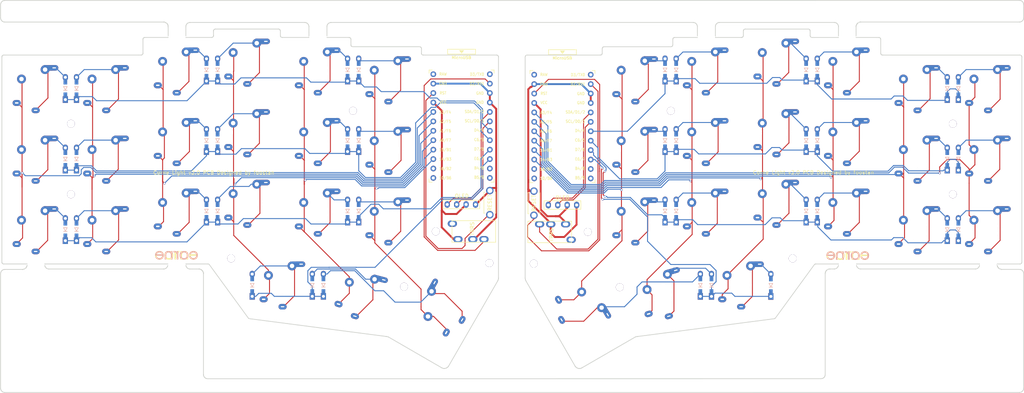
<source format=kicad_pcb>
(kicad_pcb (version 20171130) (host pcbnew "(5.1.5-0-10_14)")
  (title_block (title "Corne Light") (date 2018-12-26) (rev 2.1) (company foostan))
  (layers (0 F.Cu signal) (31 B.Cu signal) (34 B.Paste user) (35 F.Paste user) (36 B.SilkS user) (37 F.SilkS user) (38 B.Mask user) (39 F.Mask user) (44 Edge.Cuts user))
  (net 0 "")
  (net 1 row0)
  (net 2 "Net-(D1-Pad2)")
  (net 3 row1)
  (net 4 "Net-(D2-Pad2)")
  (net 5 row2)
  (net 6 "Net-(D3-Pad2)")
  (net 7 row3)
  (net 8 "Net-(D4-Pad2)")
  (net 9 "Net-(D5-Pad2)")
  (net 10 "Net-(D6-Pad2)")
  (net 11 "Net-(D7-Pad2)")
  (net 12 "Net-(D8-Pad2)")
  (net 13 "Net-(D9-Pad2)")
  (net 14 "Net-(D10-Pad2)")
  (net 15 "Net-(D11-Pad2)")
  (net 16 "Net-(D12-Pad2)")
  (net 17 "Net-(D13-Pad2)")
  (net 18 "Net-(D14-Pad2)")
  (net 19 "Net-(D15-Pad2)")
  (net 20 "Net-(D16-Pad2)")
  (net 21 "Net-(D17-Pad2)")
  (net 22 "Net-(D18-Pad2)")
  (net 23 "Net-(D19-Pad2)")
  (net 24 "Net-(D20-Pad2)")
  (net 25 "Net-(D21-Pad2)")
  (net 26 GND)
  (net 27 VCC)
  (net 28 col0)
  (net 29 col1)
  (net 30 col2)
  (net 31 col3)
  (net 32 col4)
  (net 33 col5)
  (net 34 data)
  (net 35 reset)
  (net 36 SCL)
  (net 37 SDA)
  (net 38 "Net-(U1-Pad14)")
  (net 39 "Net-(U1-Pad13)")
  (net 40 "Net-(U1-Pad12)")
  (net 41 "Net-(U1-Pad11)")
  (net 42 "Net-(J1-PadA)")
  (net 43 "Net-(U1-Pad24)")
  (net 44 "Net-(D22-Pad2)")
  (net 45 row0_r)
  (net 46 "Net-(D23-Pad2)")
  (net 47 "Net-(D24-Pad2)")
  (net 48 "Net-(D25-Pad2)")
  (net 49 "Net-(D26-Pad2)")
  (net 50 "Net-(D27-Pad2)")
  (net 51 row1_r)
  (net 52 "Net-(D28-Pad2)")
  (net 53 "Net-(D29-Pad2)")
  (net 54 "Net-(D30-Pad2)")
  (net 55 "Net-(D31-Pad2)")
  (net 56 "Net-(D32-Pad2)")
  (net 57 "Net-(D33-Pad2)")
  (net 58 row2_r)
  (net 59 "Net-(D34-Pad2)")
  (net 60 "Net-(D35-Pad2)")
  (net 61 "Net-(D36-Pad2)")
  (net 62 "Net-(D37-Pad2)")
  (net 63 "Net-(D38-Pad2)")
  (net 64 "Net-(D39-Pad2)")
  (net 65 "Net-(D40-Pad2)")
  (net 66 row3_r)
  (net 67 "Net-(D41-Pad2)")
  (net 68 "Net-(D42-Pad2)")
  (net 69 data_r)
  (net 70 "Net-(J6-PadA)")
  (net 71 SDA_r)
  (net 72 SCL_r)
  (net 73 reset_r)
  (net 74 col0_r)
  (net 75 col1_r)
  (net 76 col2_r)
  (net 77 col3_r)
  (net 78 col4_r)
  (net 79 col5_r)
  (net 80 "Net-(U2-Pad24)")
  (net 81 "Net-(U2-Pad14)")
  (net 82 "Net-(U2-Pad13)")
  (net 83 "Net-(U2-Pad12)")
  (net 84 "Net-(U2-Pad11)")
  (net 85 VDD)
  (net 86 GNDA)
  (net 87 "Net-(U1-Pad1)")
  (net 88 "Net-(U2-Pad1)")
  (module kbd:CherryMX_ChocV2_1u (layer F.Cu) (at 202.684847 60.170432)
    (fp_text reference SW32 hide)
    (fp_text value SW_PUSH hide)
    (pad 2 thru_hole circle (at 2.54 -5.08) (size 2.4 2.4) (drill 1.2) (layers *.Cu B.Mask) (net 56 "Net-(D32-Pad2)"))
    (pad 2 thru_hole oval (at 5 -5.55 0.5) (size 4.4 1.5) (drill oval 1 0.3 (offset -1.1 0)) (layers *.Cu B.Mask) (net 56 "Net-(D32-Pad2)"))
    (pad 1 thru_hole oval (at -5.1 3.9) (size 2.2 1.6) (drill oval 1 0.4) (layers *.Cu B.Mask) (net 78 col4_r))
    (pad "" np_thru_hole circle (at 0 0 90) (size 4.9 4.9) (drill 4.9) (layers *.Cu *.Mask))
    (pad "" np_thru_hole circle (at -5.5 0 90) (size 1.8 1.8) (drill 1.8) (layers *.Cu *.Mask))
    (pad "" np_thru_hole circle (at 5.5 0 90) (size 1.8 1.8) (drill 1.8) (layers *.Cu *.Mask))
    (pad 2 thru_hole oval (at 0 5.9) (size 2.2 1.5) (drill oval 1 0.3) (layers *.Cu B.Mask) (net 56 "Net-(D32-Pad2)"))
    (pad 1 thru_hole circle (at -3.81 -2.54) (size 2.4 2.4) (drill 1.2) (layers *.Cu B.Mask) (net 78 col4_r))
    (pad "" np_thru_hole circle (at 5.08 0) (size 1.7 1.7) (drill 1.7) (layers *.Cu *.Mask))
    (pad "" np_thru_hole circle (at -5.08 0) (size 1.7 1.7) (drill 1.7) (layers *.Cu *.Mask))
  )
  (module kbd:CherryMX_ChocV2_1u (layer F.Cu) (at 98.1875 60.17)
    (fp_text reference SW11 hide)
    (fp_text value SW_PUSH hide)
    (pad 2 thru_hole circle (at 2.54 -5.08) (size 2.4 2.4) (drill 1.2) (layers *.Cu B.Mask) (net 15 "Net-(D11-Pad2)"))
    (pad 2 thru_hole oval (at 5 -5.55 0.5) (size 4.4 1.5) (drill oval 1 0.3 (offset -1.1 0)) (layers *.Cu B.Mask) (net 15 "Net-(D11-Pad2)"))
    (pad 1 thru_hole oval (at -5.1 3.9) (size 2.2 1.6) (drill oval 1 0.4) (layers *.Cu B.Mask) (net 32 col4))
    (pad "" np_thru_hole circle (at 0 0 90) (size 4.9 4.9) (drill 4.9) (layers *.Cu *.Mask))
    (pad "" np_thru_hole circle (at -5.5 0 90) (size 1.8 1.8) (drill 1.8) (layers *.Cu *.Mask))
    (pad "" np_thru_hole circle (at 5.5 0 90) (size 1.8 1.8) (drill 1.8) (layers *.Cu *.Mask))
    (pad 2 thru_hole oval (at 0 5.9) (size 2.2 1.5) (drill oval 1 0.3) (layers *.Cu B.Mask) (net 15 "Net-(D11-Pad2)"))
    (pad 1 thru_hole circle (at -3.81 -2.54) (size 2.4 2.4) (drill 1.2) (layers *.Cu B.Mask) (net 32 col4))
    (pad "" np_thru_hole circle (at 5.08 0) (size 1.7 1.7) (drill 1.7) (layers *.Cu *.Mask))
    (pad "" np_thru_hole circle (at -5.08 0) (size 1.7 1.7) (drill 1.7) (layers *.Cu *.Mask))
  )
  (module kbd:CherryMX_ChocV2_1.5u (layer F.Cu) (at 168.934847 105.295432 300)
    (fp_text reference SW42 hide)
    (fp_text value SW_PUSH hide)
    (pad 2 thru_hole circle (at 2.54 -5.08 300) (size 2.4 2.4) (drill 1.2) (layers *.Cu B.Mask) (net 68 "Net-(D42-Pad2)"))
    (pad 2 thru_hole oval (at 5 -5.55 300.5) (size 4.4 1.5) (drill oval 1 0.3 (offset -1.1 0)) (layers *.Cu B.Mask) (net 68 "Net-(D42-Pad2)"))
    (pad 1 thru_hole oval (at -5.1 3.9 300) (size 2.2 1.6) (drill oval 1 0.4) (layers *.Cu B.Mask) (net 79 col5_r))
    (pad "" np_thru_hole circle (at 0 0 30) (size 4.9 4.9) (drill 4.9) (layers *.Cu *.Mask))
    (pad "" np_thru_hole circle (at -5.5 0 30) (size 1.8 1.8) (drill 1.8) (layers *.Cu *.Mask))
    (pad "" np_thru_hole circle (at 5.5 0 30) (size 1.8 1.8) (drill 1.8) (layers *.Cu *.Mask))
    (pad 2 thru_hole oval (at 0 5.9 300) (size 2.2 1.5) (drill oval 1 0.3) (layers *.Cu B.Mask) (net 68 "Net-(D42-Pad2)"))
    (pad 1 thru_hole circle (at -3.81 -2.54 300) (size 2.4 2.4) (drill 1.2) (layers *.Cu B.Mask) (net 79 col5_r))
    (pad "" np_thru_hole circle (at 5.08 0 300) (size 1.7 1.7) (drill 1.7) (layers *.Cu *.Mask))
    (pad "" np_thru_hole circle (at -5.08 0 300) (size 1.7 1.7) (drill 1.7) (layers *.Cu *.Mask))
  )
  (module kbd:CherryMX_ChocV2_1.5u (layer F.Cu) (at 131.9375 105.295 60)
    (fp_text reference SW21 hide)
    (fp_text value SW_PUSH hide)
    (pad 2 thru_hole circle (at 2.54 -5.08 60) (size 2.4 2.4) (drill 1.2) (layers *.Cu B.Mask) (net 25 "Net-(D21-Pad2)"))
    (pad 2 thru_hole oval (at 5 -5.55 60.5) (size 4.4 1.5) (drill oval 1 0.3 (offset -1.1 0)) (layers *.Cu B.Mask) (net 25 "Net-(D21-Pad2)"))
    (pad 1 thru_hole oval (at -5.1 3.9 60) (size 2.2 1.6) (drill oval 1 0.4) (layers *.Cu B.Mask) (net 33 col5))
    (pad "" np_thru_hole circle (at 0 0 150) (size 4.9 4.9) (drill 4.9) (layers *.Cu *.Mask))
    (pad "" np_thru_hole circle (at -5.5 0 150) (size 1.8 1.8) (drill 1.8) (layers *.Cu *.Mask))
    (pad "" np_thru_hole circle (at 5.5 0 150) (size 1.8 1.8) (drill 1.8) (layers *.Cu *.Mask))
    (pad 2 thru_hole oval (at 0 5.9 60) (size 2.2 1.5) (drill oval 1 0.3) (layers *.Cu B.Mask) (net 25 "Net-(D21-Pad2)"))
    (pad 1 thru_hole circle (at -3.81 -2.54 60) (size 2.4 2.4) (drill 1.2) (layers *.Cu B.Mask) (net 33 col5))
    (pad "" np_thru_hole circle (at 5.08 0 60) (size 1.7 1.7) (drill 1.7) (layers *.Cu *.Mask))
    (pad "" np_thru_hole circle (at -5.08 0 60) (size 1.7 1.7) (drill 1.7) (layers *.Cu *.Mask))
  )
  (module kbd:CherryMX_ChocV2_1u (layer F.Cu) (at 183.684847 62.545432)
    (fp_text reference SW33 hide)
    (fp_text value SW_PUSH hide)
    (pad 2 thru_hole circle (at 2.54 -5.08) (size 2.4 2.4) (drill 1.2) (layers *.Cu B.Mask) (net 57 "Net-(D33-Pad2)"))
    (pad 2 thru_hole oval (at 5 -5.55 0.5) (size 4.4 1.5) (drill oval 1 0.3 (offset -1.1 0)) (layers *.Cu B.Mask) (net 57 "Net-(D33-Pad2)"))
    (pad 1 thru_hole oval (at -5.1 3.9) (size 2.2 1.6) (drill oval 1 0.4) (layers *.Cu B.Mask) (net 79 col5_r))
    (pad "" np_thru_hole circle (at 0 0 90) (size 4.9 4.9) (drill 4.9) (layers *.Cu *.Mask))
    (pad "" np_thru_hole circle (at -5.5 0 90) (size 1.8 1.8) (drill 1.8) (layers *.Cu *.Mask))
    (pad "" np_thru_hole circle (at 5.5 0 90) (size 1.8 1.8) (drill 1.8) (layers *.Cu *.Mask))
    (pad 2 thru_hole oval (at 0 5.9) (size 2.2 1.5) (drill oval 1 0.3) (layers *.Cu B.Mask) (net 57 "Net-(D33-Pad2)"))
    (pad 1 thru_hole circle (at -3.81 -2.54) (size 2.4 2.4) (drill 1.2) (layers *.Cu B.Mask) (net 79 col5_r))
    (pad "" np_thru_hole circle (at 5.08 0) (size 1.7 1.7) (drill 1.7) (layers *.Cu *.Mask))
    (pad "" np_thru_hole circle (at -5.08 0) (size 1.7 1.7) (drill 1.7) (layers *.Cu *.Mask))
  )
  (module kbd:CherryMX_ChocV2_1u (layer F.Cu) (at 191.184847 101.545432 15)
    (fp_text reference SW41 hide)
    (fp_text value SW_PUSH hide)
    (pad 2 thru_hole circle (at 2.54 -5.08 15) (size 2.4 2.4) (drill 1.2) (layers *.Cu B.Mask) (net 67 "Net-(D41-Pad2)"))
    (pad 2 thru_hole oval (at 5 -5.55 15.5) (size 4.4 1.5) (drill oval 1 0.3 (offset -1.1 0)) (layers *.Cu B.Mask) (net 67 "Net-(D41-Pad2)"))
    (pad 1 thru_hole oval (at -5.1 3.9 15) (size 2.2 1.6) (drill oval 1 0.4) (layers *.Cu B.Mask) (net 78 col4_r))
    (pad "" np_thru_hole circle (at 0 0 105) (size 4.9 4.9) (drill 4.9) (layers *.Cu *.Mask))
    (pad "" np_thru_hole circle (at -5.5 0 105) (size 1.8 1.8) (drill 1.8) (layers *.Cu *.Mask))
    (pad "" np_thru_hole circle (at 5.5 0 105) (size 1.8 1.8) (drill 1.8) (layers *.Cu *.Mask))
    (pad 2 thru_hole oval (at 0 5.9 15) (size 2.2 1.5) (drill oval 1 0.3) (layers *.Cu B.Mask) (net 67 "Net-(D41-Pad2)"))
    (pad 1 thru_hole circle (at -3.81 -2.54 15) (size 2.4 2.4) (drill 1.2) (layers *.Cu B.Mask) (net 78 col4_r))
    (pad "" np_thru_hole circle (at 5.08 0 15) (size 1.7 1.7) (drill 1.7) (layers *.Cu *.Mask))
    (pad "" np_thru_hole circle (at -5.08 0 15) (size 1.7 1.7) (drill 1.7) (layers *.Cu *.Mask))
  )
  (module kbd:CherryMX_ChocV2_1u (layer F.Cu) (at 41.1875 64.92)
    (fp_text reference SW8 hide)
    (fp_text value SW_PUSH hide)
    (pad 2 thru_hole circle (at 2.54 -5.08) (size 2.4 2.4) (drill 1.2) (layers *.Cu B.Mask) (net 12 "Net-(D8-Pad2)"))
    (pad 2 thru_hole oval (at 5 -5.55 0.5) (size 4.4 1.5) (drill oval 1 0.3 (offset -1.1 0)) (layers *.Cu B.Mask) (net 12 "Net-(D8-Pad2)"))
    (pad 1 thru_hole oval (at -5.1 3.9) (size 2.2 1.6) (drill oval 1 0.4) (layers *.Cu B.Mask) (net 29 col1))
    (pad "" np_thru_hole circle (at 0 0 90) (size 4.9 4.9) (drill 4.9) (layers *.Cu *.Mask))
    (pad "" np_thru_hole circle (at -5.5 0 90) (size 1.8 1.8) (drill 1.8) (layers *.Cu *.Mask))
    (pad "" np_thru_hole circle (at 5.5 0 90) (size 1.8 1.8) (drill 1.8) (layers *.Cu *.Mask))
    (pad 2 thru_hole oval (at 0 5.9) (size 2.2 1.5) (drill oval 1 0.3) (layers *.Cu B.Mask) (net 12 "Net-(D8-Pad2)"))
    (pad 1 thru_hole circle (at -3.81 -2.54) (size 2.4 2.4) (drill 1.2) (layers *.Cu B.Mask) (net 29 col1))
    (pad "" np_thru_hole circle (at 5.08 0) (size 1.7 1.7) (drill 1.7) (layers *.Cu *.Mask))
    (pad "" np_thru_hole circle (at -5.08 0) (size 1.7 1.7) (drill 1.7) (layers *.Cu *.Mask))
  )
  (module kbd:CherryMX_ChocV2_1u (layer F.Cu) (at 22.1875 64.92)
    (fp_text reference SW7 hide)
    (fp_text value SW_PUSH hide)
    (pad 2 thru_hole circle (at 2.54 -5.08) (size 2.4 2.4) (drill 1.2) (layers *.Cu B.Mask) (net 11 "Net-(D7-Pad2)"))
    (pad 2 thru_hole oval (at 5 -5.55 0.5) (size 4.4 1.5) (drill oval 1 0.3 (offset -1.1 0)) (layers *.Cu B.Mask) (net 11 "Net-(D7-Pad2)"))
    (pad 1 thru_hole oval (at -5.1 3.9) (size 2.2 1.6) (drill oval 1 0.4) (layers *.Cu B.Mask) (net 28 col0))
    (pad "" np_thru_hole circle (at 0 0 90) (size 4.9 4.9) (drill 4.9) (layers *.Cu *.Mask))
    (pad "" np_thru_hole circle (at -5.5 0 90) (size 1.8 1.8) (drill 1.8) (layers *.Cu *.Mask))
    (pad "" np_thru_hole circle (at 5.5 0 90) (size 1.8 1.8) (drill 1.8) (layers *.Cu *.Mask))
    (pad 2 thru_hole oval (at 0 5.9) (size 2.2 1.5) (drill oval 1 0.3) (layers *.Cu B.Mask) (net 11 "Net-(D7-Pad2)"))
    (pad 1 thru_hole circle (at -3.81 -2.54) (size 2.4 2.4) (drill 1.2) (layers *.Cu B.Mask) (net 28 col0))
    (pad "" np_thru_hole circle (at 5.08 0) (size 1.7 1.7) (drill 1.7) (layers *.Cu *.Mask))
    (pad "" np_thru_hole circle (at -5.08 0) (size 1.7 1.7) (drill 1.7) (layers *.Cu *.Mask))
  )
  (module kbd:CherryMX_ChocV2_1u (layer F.Cu) (at 22.1875 45.92)
    (fp_text reference SW1 hide)
    (fp_text value SW_PUSH hide)
    (pad 2 thru_hole circle (at 2.54 -5.08) (size 2.4 2.4) (drill 1.2) (layers *.Cu B.Mask) (net 2 "Net-(D1-Pad2)"))
    (pad 2 thru_hole oval (at 5 -5.55 0.5) (size 4.4 1.5) (drill oval 1 0.3 (offset -1.1 0)) (layers *.Cu B.Mask) (net 2 "Net-(D1-Pad2)"))
    (pad 1 thru_hole oval (at -5.1 3.9) (size 2.2 1.6) (drill oval 1 0.4) (layers *.Cu B.Mask) (net 28 col0))
    (pad "" np_thru_hole circle (at 0 0 90) (size 4.9 4.9) (drill 4.9) (layers *.Cu *.Mask))
    (pad "" np_thru_hole circle (at -5.5 0 90) (size 1.8 1.8) (drill 1.8) (layers *.Cu *.Mask))
    (pad "" np_thru_hole circle (at 5.5 0 90) (size 1.8 1.8) (drill 1.8) (layers *.Cu *.Mask))
    (pad 2 thru_hole oval (at 0 5.9) (size 2.2 1.5) (drill oval 1 0.3) (layers *.Cu B.Mask) (net 2 "Net-(D1-Pad2)"))
    (pad 1 thru_hole circle (at -3.81 -2.54) (size 2.4 2.4) (drill 1.2) (layers *.Cu B.Mask) (net 28 col0))
    (pad "" np_thru_hole circle (at 5.08 0) (size 1.7 1.7) (drill 1.7) (layers *.Cu *.Mask))
    (pad "" np_thru_hole circle (at -5.08 0) (size 1.7 1.7) (drill 1.7) (layers *.Cu *.Mask))
  )
  (module kbd:CherryMX_ChocV2_1u (layer F.Cu) (at 41.1875 45.92)
    (fp_text reference SW2 hide)
    (fp_text value SW_PUSH hide)
    (pad 2 thru_hole circle (at 2.54 -5.08) (size 2.4 2.4) (drill 1.2) (layers *.Cu B.Mask) (net 4 "Net-(D2-Pad2)"))
    (pad 2 thru_hole oval (at 5 -5.55 0.5) (size 4.4 1.5) (drill oval 1 0.3 (offset -1.1 0)) (layers *.Cu B.Mask) (net 4 "Net-(D2-Pad2)"))
    (pad 1 thru_hole oval (at -5.1 3.9) (size 2.2 1.6) (drill oval 1 0.4) (layers *.Cu B.Mask) (net 29 col1))
    (pad "" np_thru_hole circle (at 0 0 90) (size 4.9 4.9) (drill 4.9) (layers *.Cu *.Mask))
    (pad "" np_thru_hole circle (at -5.5 0 90) (size 1.8 1.8) (drill 1.8) (layers *.Cu *.Mask))
    (pad "" np_thru_hole circle (at 5.5 0 90) (size 1.8 1.8) (drill 1.8) (layers *.Cu *.Mask))
    (pad 2 thru_hole oval (at 0 5.9) (size 2.2 1.5) (drill oval 1 0.3) (layers *.Cu B.Mask) (net 4 "Net-(D2-Pad2)"))
    (pad 1 thru_hole circle (at -3.81 -2.54) (size 2.4 2.4) (drill 1.2) (layers *.Cu B.Mask) (net 29 col1))
    (pad "" np_thru_hole circle (at 5.08 0) (size 1.7 1.7) (drill 1.7) (layers *.Cu *.Mask))
    (pad "" np_thru_hole circle (at -5.08 0) (size 1.7 1.7) (drill 1.7) (layers *.Cu *.Mask))
  )
  (module kbd:CherryMX_ChocV2_1u (layer F.Cu) (at 221.684847 76.795432)
    (fp_text reference SW37 hide)
    (fp_text value SW_PUSH hide)
    (pad 2 thru_hole circle (at 2.54 -5.08) (size 2.4 2.4) (drill 1.2) (layers *.Cu B.Mask) (net 62 "Net-(D37-Pad2)"))
    (pad 2 thru_hole oval (at 5 -5.55 0.5) (size 4.4 1.5) (drill oval 1 0.3 (offset -1.1 0)) (layers *.Cu B.Mask) (net 62 "Net-(D37-Pad2)"))
    (pad 1 thru_hole oval (at -5.1 3.9) (size 2.2 1.6) (drill oval 1 0.4) (layers *.Cu B.Mask) (net 77 col3_r))
    (pad "" np_thru_hole circle (at 0 0 90) (size 4.9 4.9) (drill 4.9) (layers *.Cu *.Mask))
    (pad "" np_thru_hole circle (at -5.5 0 90) (size 1.8 1.8) (drill 1.8) (layers *.Cu *.Mask))
    (pad "" np_thru_hole circle (at 5.5 0 90) (size 1.8 1.8) (drill 1.8) (layers *.Cu *.Mask))
    (pad 2 thru_hole oval (at 0 5.9) (size 2.2 1.5) (drill oval 1 0.3) (layers *.Cu B.Mask) (net 62 "Net-(D37-Pad2)"))
    (pad 1 thru_hole circle (at -3.81 -2.54) (size 2.4 2.4) (drill 1.2) (layers *.Cu B.Mask) (net 77 col3_r))
    (pad "" np_thru_hole circle (at 5.08 0) (size 1.7 1.7) (drill 1.7) (layers *.Cu *.Mask))
    (pad "" np_thru_hole circle (at -5.08 0) (size 1.7 1.7) (drill 1.7) (layers *.Cu *.Mask))
  )
  (module kbd:CherryMX_ChocV2_1u (layer F.Cu) (at 60.1875 60.17)
    (fp_text reference SW9 hide)
    (fp_text value SW_PUSH hide)
    (pad 2 thru_hole circle (at 2.54 -5.08) (size 2.4 2.4) (drill 1.2) (layers *.Cu B.Mask) (net 13 "Net-(D9-Pad2)"))
    (pad 2 thru_hole oval (at 5 -5.55 0.5) (size 4.4 1.5) (drill oval 1 0.3 (offset -1.1 0)) (layers *.Cu B.Mask) (net 13 "Net-(D9-Pad2)"))
    (pad 1 thru_hole oval (at -5.1 3.9) (size 2.2 1.6) (drill oval 1 0.4) (layers *.Cu B.Mask) (net 30 col2))
    (pad "" np_thru_hole circle (at 0 0 90) (size 4.9 4.9) (drill 4.9) (layers *.Cu *.Mask))
    (pad "" np_thru_hole circle (at -5.5 0 90) (size 1.8 1.8) (drill 1.8) (layers *.Cu *.Mask))
    (pad "" np_thru_hole circle (at 5.5 0 90) (size 1.8 1.8) (drill 1.8) (layers *.Cu *.Mask))
    (pad 2 thru_hole oval (at 0 5.9) (size 2.2 1.5) (drill oval 1 0.3) (layers *.Cu B.Mask) (net 13 "Net-(D9-Pad2)"))
    (pad 1 thru_hole circle (at -3.81 -2.54) (size 2.4 2.4) (drill 1.2) (layers *.Cu B.Mask) (net 30 col2))
    (pad "" np_thru_hole circle (at 5.08 0) (size 1.7 1.7) (drill 1.7) (layers *.Cu *.Mask))
    (pad "" np_thru_hole circle (at -5.08 0) (size 1.7 1.7) (drill 1.7) (layers *.Cu *.Mask))
  )
  (module kbd:CherryMX_ChocV2_1u (layer F.Cu) (at 202.684847 41.170432)
    (fp_text reference SW26 hide)
    (fp_text value SW_PUSH hide)
    (pad 2 thru_hole circle (at 2.54 -5.08) (size 2.4 2.4) (drill 1.2) (layers *.Cu B.Mask) (net 49 "Net-(D26-Pad2)"))
    (pad 2 thru_hole oval (at 5 -5.55 0.5) (size 4.4 1.5) (drill oval 1 0.3 (offset -1.1 0)) (layers *.Cu B.Mask) (net 49 "Net-(D26-Pad2)"))
    (pad 1 thru_hole oval (at -5.1 3.9) (size 2.2 1.6) (drill oval 1 0.4) (layers *.Cu B.Mask) (net 78 col4_r))
    (pad "" np_thru_hole circle (at 0 0 90) (size 4.9 4.9) (drill 4.9) (layers *.Cu *.Mask))
    (pad "" np_thru_hole circle (at -5.5 0 90) (size 1.8 1.8) (drill 1.8) (layers *.Cu *.Mask))
    (pad "" np_thru_hole circle (at 5.5 0 90) (size 1.8 1.8) (drill 1.8) (layers *.Cu *.Mask))
    (pad 2 thru_hole oval (at 0 5.9) (size 2.2 1.5) (drill oval 1 0.3) (layers *.Cu B.Mask) (net 49 "Net-(D26-Pad2)"))
    (pad 1 thru_hole circle (at -3.81 -2.54) (size 2.4 2.4) (drill 1.2) (layers *.Cu B.Mask) (net 78 col4_r))
    (pad "" np_thru_hole circle (at 5.08 0) (size 1.7 1.7) (drill 1.7) (layers *.Cu *.Mask))
    (pad "" np_thru_hole circle (at -5.08 0) (size 1.7 1.7) (drill 1.7) (layers *.Cu *.Mask))
  )
  (module kbd:CherryMX_ChocV2_1u (layer F.Cu) (at 117.1875 81.545)
    (fp_text reference SW18 hide)
    (fp_text value SW_PUSH hide)
    (pad 2 thru_hole circle (at 2.54 -5.08) (size 2.4 2.4) (drill 1.2) (layers *.Cu B.Mask) (net 22 "Net-(D18-Pad2)"))
    (pad 2 thru_hole oval (at 5 -5.55 0.5) (size 4.4 1.5) (drill oval 1 0.3 (offset -1.1 0)) (layers *.Cu B.Mask) (net 22 "Net-(D18-Pad2)"))
    (pad 1 thru_hole oval (at -5.1 3.9) (size 2.2 1.6) (drill oval 1 0.4) (layers *.Cu B.Mask) (net 33 col5))
    (pad "" np_thru_hole circle (at 0 0 90) (size 4.9 4.9) (drill 4.9) (layers *.Cu *.Mask))
    (pad "" np_thru_hole circle (at -5.5 0 90) (size 1.8 1.8) (drill 1.8) (layers *.Cu *.Mask))
    (pad "" np_thru_hole circle (at 5.5 0 90) (size 1.8 1.8) (drill 1.8) (layers *.Cu *.Mask))
    (pad 2 thru_hole oval (at 0 5.9) (size 2.2 1.5) (drill oval 1 0.3) (layers *.Cu B.Mask) (net 22 "Net-(D18-Pad2)"))
    (pad 1 thru_hole circle (at -3.81 -2.54) (size 2.4 2.4) (drill 1.2) (layers *.Cu B.Mask) (net 33 col5))
    (pad "" np_thru_hole circle (at 5.08 0) (size 1.7 1.7) (drill 1.7) (layers *.Cu *.Mask))
    (pad "" np_thru_hole circle (at -5.08 0) (size 1.7 1.7) (drill 1.7) (layers *.Cu *.Mask))
  )
  (module kbd:CherryMX_ChocV2_1u (layer F.Cu) (at 60.1875 41.17)
    (fp_text reference SW3 hide)
    (fp_text value SW_PUSH hide)
    (pad 2 thru_hole circle (at 2.54 -5.08) (size 2.4 2.4) (drill 1.2) (layers *.Cu B.Mask) (net 6 "Net-(D3-Pad2)"))
    (pad 2 thru_hole oval (at 5 -5.55 0.5) (size 4.4 1.5) (drill oval 1 0.3 (offset -1.1 0)) (layers *.Cu B.Mask) (net 6 "Net-(D3-Pad2)"))
    (pad 1 thru_hole oval (at -5.1 3.9) (size 2.2 1.6) (drill oval 1 0.4) (layers *.Cu B.Mask) (net 30 col2))
    (pad "" np_thru_hole circle (at 0 0 90) (size 4.9 4.9) (drill 4.9) (layers *.Cu *.Mask))
    (pad "" np_thru_hole circle (at -5.5 0 90) (size 1.8 1.8) (drill 1.8) (layers *.Cu *.Mask))
    (pad "" np_thru_hole circle (at 5.5 0 90) (size 1.8 1.8) (drill 1.8) (layers *.Cu *.Mask))
    (pad 2 thru_hole oval (at 0 5.9) (size 2.2 1.5) (drill oval 1 0.3) (layers *.Cu B.Mask) (net 6 "Net-(D3-Pad2)"))
    (pad 1 thru_hole circle (at -3.81 -2.54) (size 2.4 2.4) (drill 1.2) (layers *.Cu B.Mask) (net 30 col2))
    (pad "" np_thru_hole circle (at 5.08 0) (size 1.7 1.7) (drill 1.7) (layers *.Cu *.Mask))
    (pad "" np_thru_hole circle (at -5.08 0) (size 1.7 1.7) (drill 1.7) (layers *.Cu *.Mask))
  )
  (module kbd:CherryMX_ChocV2_1u (layer F.Cu) (at 41.1875 83.92)
    (fp_text reference SW14 hide)
    (fp_text value SW_PUSH hide)
    (pad 2 thru_hole circle (at 2.54 -5.08) (size 2.4 2.4) (drill 1.2) (layers *.Cu B.Mask) (net 18 "Net-(D14-Pad2)"))
    (pad 2 thru_hole oval (at 5 -5.55 0.5) (size 4.4 1.5) (drill oval 1 0.3 (offset -1.1 0)) (layers *.Cu B.Mask) (net 18 "Net-(D14-Pad2)"))
    (pad 1 thru_hole oval (at -5.1 3.9) (size 2.2 1.6) (drill oval 1 0.4) (layers *.Cu B.Mask) (net 29 col1))
    (pad "" np_thru_hole circle (at 0 0 90) (size 4.9 4.9) (drill 4.9) (layers *.Cu *.Mask))
    (pad "" np_thru_hole circle (at -5.5 0 90) (size 1.8 1.8) (drill 1.8) (layers *.Cu *.Mask))
    (pad "" np_thru_hole circle (at 5.5 0 90) (size 1.8 1.8) (drill 1.8) (layers *.Cu *.Mask))
    (pad 2 thru_hole oval (at 0 5.9) (size 2.2 1.5) (drill oval 1 0.3) (layers *.Cu B.Mask) (net 18 "Net-(D14-Pad2)"))
    (pad 1 thru_hole circle (at -3.81 -2.54) (size 2.4 2.4) (drill 1.2) (layers *.Cu B.Mask) (net 29 col1))
    (pad "" np_thru_hole circle (at 5.08 0) (size 1.7 1.7) (drill 1.7) (layers *.Cu *.Mask))
    (pad "" np_thru_hole circle (at -5.08 0) (size 1.7 1.7) (drill 1.7) (layers *.Cu *.Mask))
  )
  (module kbd:CherryMX_ChocV2_1u (layer F.Cu) (at 183.684847 43.545432)
    (fp_text reference SW27 hide)
    (fp_text value SW_PUSH hide)
    (pad 2 thru_hole circle (at 2.54 -5.08) (size 2.4 2.4) (drill 1.2) (layers *.Cu B.Mask) (net 50 "Net-(D27-Pad2)"))
    (pad 2 thru_hole oval (at 5 -5.55 0.5) (size 4.4 1.5) (drill oval 1 0.3 (offset -1.1 0)) (layers *.Cu B.Mask) (net 50 "Net-(D27-Pad2)"))
    (pad 1 thru_hole oval (at -5.1 3.9) (size 2.2 1.6) (drill oval 1 0.4) (layers *.Cu B.Mask) (net 79 col5_r))
    (pad "" np_thru_hole circle (at 0 0 90) (size 4.9 4.9) (drill 4.9) (layers *.Cu *.Mask))
    (pad "" np_thru_hole circle (at -5.5 0 90) (size 1.8 1.8) (drill 1.8) (layers *.Cu *.Mask))
    (pad "" np_thru_hole circle (at 5.5 0 90) (size 1.8 1.8) (drill 1.8) (layers *.Cu *.Mask))
    (pad 2 thru_hole oval (at 0 5.9) (size 2.2 1.5) (drill oval 1 0.3) (layers *.Cu B.Mask) (net 50 "Net-(D27-Pad2)"))
    (pad 1 thru_hole circle (at -3.81 -2.54) (size 2.4 2.4) (drill 1.2) (layers *.Cu B.Mask) (net 79 col5_r))
    (pad "" np_thru_hole circle (at 5.08 0) (size 1.7 1.7) (drill 1.7) (layers *.Cu *.Mask))
    (pad "" np_thru_hole circle (at -5.08 0) (size 1.7 1.7) (drill 1.7) (layers *.Cu *.Mask))
  )
  (module kbd:CherryMX_ChocV2_1u (layer F.Cu) (at 117.1875 62.545)
    (fp_text reference SW12 hide)
    (fp_text value SW_PUSH hide)
    (pad 2 thru_hole circle (at 2.54 -5.08) (size 2.4 2.4) (drill 1.2) (layers *.Cu B.Mask) (net 16 "Net-(D12-Pad2)"))
    (pad 2 thru_hole oval (at 5 -5.55 0.5) (size 4.4 1.5) (drill oval 1 0.3 (offset -1.1 0)) (layers *.Cu B.Mask) (net 16 "Net-(D12-Pad2)"))
    (pad 1 thru_hole oval (at -5.1 3.9) (size 2.2 1.6) (drill oval 1 0.4) (layers *.Cu B.Mask) (net 33 col5))
    (pad "" np_thru_hole circle (at 0 0 90) (size 4.9 4.9) (drill 4.9) (layers *.Cu *.Mask))
    (pad "" np_thru_hole circle (at -5.5 0 90) (size 1.8 1.8) (drill 1.8) (layers *.Cu *.Mask))
    (pad "" np_thru_hole circle (at 5.5 0 90) (size 1.8 1.8) (drill 1.8) (layers *.Cu *.Mask))
    (pad 2 thru_hole oval (at 0 5.9) (size 2.2 1.5) (drill oval 1 0.3) (layers *.Cu B.Mask) (net 16 "Net-(D12-Pad2)"))
    (pad 1 thru_hole circle (at -3.81 -2.54) (size 2.4 2.4) (drill 1.2) (layers *.Cu B.Mask) (net 33 col5))
    (pad "" np_thru_hole circle (at 5.08 0) (size 1.7 1.7) (drill 1.7) (layers *.Cu *.Mask))
    (pad "" np_thru_hole circle (at -5.08 0) (size 1.7 1.7) (drill 1.7) (layers *.Cu *.Mask))
  )
  (module kbd:CherryMX_ChocV2_1u (layer F.Cu) (at 109.6875 101.545 345)
    (fp_text reference SW20 hide)
    (fp_text value SW_PUSH hide)
    (pad 2 thru_hole circle (at 2.54 -5.08 345) (size 2.4 2.4) (drill 1.2) (layers *.Cu B.Mask) (net 24 "Net-(D20-Pad2)"))
    (pad 2 thru_hole oval (at 5 -5.55 345.5) (size 4.4 1.5) (drill oval 1 0.3 (offset -1.1 0)) (layers *.Cu B.Mask) (net 24 "Net-(D20-Pad2)"))
    (pad 1 thru_hole oval (at -5.1 3.9 345) (size 2.2 1.6) (drill oval 1 0.4) (layers *.Cu B.Mask) (net 32 col4))
    (pad "" np_thru_hole circle (at 0 0 75) (size 4.9 4.9) (drill 4.9) (layers *.Cu *.Mask))
    (pad "" np_thru_hole circle (at -5.5 0 75) (size 1.8 1.8) (drill 1.8) (layers *.Cu *.Mask))
    (pad "" np_thru_hole circle (at 5.5 0 75) (size 1.8 1.8) (drill 1.8) (layers *.Cu *.Mask))
    (pad 2 thru_hole oval (at 0 5.9 345) (size 2.2 1.5) (drill oval 1 0.3) (layers *.Cu B.Mask) (net 24 "Net-(D20-Pad2)"))
    (pad 1 thru_hole circle (at -3.81 -2.54 345) (size 2.4 2.4) (drill 1.2) (layers *.Cu B.Mask) (net 32 col4))
    (pad "" np_thru_hole circle (at 5.08 0 345) (size 1.7 1.7) (drill 1.7) (layers *.Cu *.Mask))
    (pad "" np_thru_hole circle (at -5.08 0 345) (size 1.7 1.7) (drill 1.7) (layers *.Cu *.Mask))
  )
  (module kbd:CherryMX_ChocV2_1u (layer F.Cu) (at 79.1875 57.795)
    (fp_text reference SW10 hide)
    (fp_text value SW_PUSH hide)
    (pad 2 thru_hole circle (at 2.54 -5.08) (size 2.4 2.4) (drill 1.2) (layers *.Cu B.Mask) (net 14 "Net-(D10-Pad2)"))
    (pad 2 thru_hole oval (at 5 -5.55 0.5) (size 4.4 1.5) (drill oval 1 0.3 (offset -1.1 0)) (layers *.Cu B.Mask) (net 14 "Net-(D10-Pad2)"))
    (pad 1 thru_hole oval (at -5.1 3.9) (size 2.2 1.6) (drill oval 1 0.4) (layers *.Cu B.Mask) (net 31 col3))
    (pad "" np_thru_hole circle (at 0 0 90) (size 4.9 4.9) (drill 4.9) (layers *.Cu *.Mask))
    (pad "" np_thru_hole circle (at -5.5 0 90) (size 1.8 1.8) (drill 1.8) (layers *.Cu *.Mask))
    (pad "" np_thru_hole circle (at 5.5 0 90) (size 1.8 1.8) (drill 1.8) (layers *.Cu *.Mask))
    (pad 2 thru_hole oval (at 0 5.9) (size 2.2 1.5) (drill oval 1 0.3) (layers *.Cu B.Mask) (net 14 "Net-(D10-Pad2)"))
    (pad 1 thru_hole circle (at -3.81 -2.54) (size 2.4 2.4) (drill 1.2) (layers *.Cu B.Mask) (net 31 col3))
    (pad "" np_thru_hole circle (at 5.08 0) (size 1.7 1.7) (drill 1.7) (layers *.Cu *.Mask))
    (pad "" np_thru_hole circle (at -5.08 0) (size 1.7 1.7) (drill 1.7) (layers *.Cu *.Mask))
  )
  (module kbd:CherryMX_ChocV2_1u (layer F.Cu) (at 60.1875 79.17)
    (fp_text reference SW15 hide)
    (fp_text value SW_PUSH hide)
    (pad 2 thru_hole circle (at 2.54 -5.08) (size 2.4 2.4) (drill 1.2) (layers *.Cu B.Mask) (net 19 "Net-(D15-Pad2)"))
    (pad 2 thru_hole oval (at 5 -5.55 0.5) (size 4.4 1.5) (drill oval 1 0.3 (offset -1.1 0)) (layers *.Cu B.Mask) (net 19 "Net-(D15-Pad2)"))
    (pad 1 thru_hole oval (at -5.1 3.9) (size 2.2 1.6) (drill oval 1 0.4) (layers *.Cu B.Mask) (net 30 col2))
    (pad "" np_thru_hole circle (at 0 0 90) (size 4.9 4.9) (drill 4.9) (layers *.Cu *.Mask))
    (pad "" np_thru_hole circle (at -5.5 0 90) (size 1.8 1.8) (drill 1.8) (layers *.Cu *.Mask))
    (pad "" np_thru_hole circle (at 5.5 0 90) (size 1.8 1.8) (drill 1.8) (layers *.Cu *.Mask))
    (pad 2 thru_hole oval (at 0 5.9) (size 2.2 1.5) (drill oval 1 0.3) (layers *.Cu B.Mask) (net 19 "Net-(D15-Pad2)"))
    (pad 1 thru_hole circle (at -3.81 -2.54) (size 2.4 2.4) (drill 1.2) (layers *.Cu B.Mask) (net 30 col2))
    (pad "" np_thru_hole circle (at 5.08 0) (size 1.7 1.7) (drill 1.7) (layers *.Cu *.Mask))
    (pad "" np_thru_hole circle (at -5.08 0) (size 1.7 1.7) (drill 1.7) (layers *.Cu *.Mask))
  )
  (module kbd:CherryMX_ChocV2_1u (layer F.Cu) (at 79.1875 76.795)
    (fp_text reference SW16 hide)
    (fp_text value SW_PUSH hide)
    (pad 2 thru_hole circle (at 2.54 -5.08) (size 2.4 2.4) (drill 1.2) (layers *.Cu B.Mask) (net 20 "Net-(D16-Pad2)"))
    (pad 2 thru_hole oval (at 5 -5.55 0.5) (size 4.4 1.5) (drill oval 1 0.3 (offset -1.1 0)) (layers *.Cu B.Mask) (net 20 "Net-(D16-Pad2)"))
    (pad 1 thru_hole oval (at -5.1 3.9) (size 2.2 1.6) (drill oval 1 0.4) (layers *.Cu B.Mask) (net 31 col3))
    (pad "" np_thru_hole circle (at 0 0 90) (size 4.9 4.9) (drill 4.9) (layers *.Cu *.Mask))
    (pad "" np_thru_hole circle (at -5.5 0 90) (size 1.8 1.8) (drill 1.8) (layers *.Cu *.Mask))
    (pad "" np_thru_hole circle (at 5.5 0 90) (size 1.8 1.8) (drill 1.8) (layers *.Cu *.Mask))
    (pad 2 thru_hole oval (at 0 5.9) (size 2.2 1.5) (drill oval 1 0.3) (layers *.Cu B.Mask) (net 20 "Net-(D16-Pad2)"))
    (pad 1 thru_hole circle (at -3.81 -2.54) (size 2.4 2.4) (drill 1.2) (layers *.Cu B.Mask) (net 31 col3))
    (pad "" np_thru_hole circle (at 5.08 0) (size 1.7 1.7) (drill 1.7) (layers *.Cu *.Mask))
    (pad "" np_thru_hole circle (at -5.08 0) (size 1.7 1.7) (drill 1.7) (layers *.Cu *.Mask))
  )
  (module kbd:CherryMX_ChocV2_1u (layer F.Cu) (at 98.1875 79.17)
    (fp_text reference SW17 hide)
    (fp_text value SW_PUSH hide)
    (pad 2 thru_hole circle (at 2.54 -5.08) (size 2.4 2.4) (drill 1.2) (layers *.Cu B.Mask) (net 21 "Net-(D17-Pad2)"))
    (pad 2 thru_hole oval (at 5 -5.55 0.5) (size 4.4 1.5) (drill oval 1 0.3 (offset -1.1 0)) (layers *.Cu B.Mask) (net 21 "Net-(D17-Pad2)"))
    (pad 1 thru_hole oval (at -5.1 3.9) (size 2.2 1.6) (drill oval 1 0.4) (layers *.Cu B.Mask) (net 32 col4))
    (pad "" np_thru_hole circle (at 0 0 90) (size 4.9 4.9) (drill 4.9) (layers *.Cu *.Mask))
    (pad "" np_thru_hole circle (at -5.5 0 90) (size 1.8 1.8) (drill 1.8) (layers *.Cu *.Mask))
    (pad "" np_thru_hole circle (at 5.5 0 90) (size 1.8 1.8) (drill 1.8) (layers *.Cu *.Mask))
    (pad 2 thru_hole oval (at 0 5.9) (size 2.2 1.5) (drill oval 1 0.3) (layers *.Cu B.Mask) (net 21 "Net-(D17-Pad2)"))
    (pad 1 thru_hole circle (at -3.81 -2.54) (size 2.4 2.4) (drill 1.2) (layers *.Cu B.Mask) (net 32 col4))
    (pad "" np_thru_hole circle (at 5.08 0) (size 1.7 1.7) (drill 1.7) (layers *.Cu *.Mask))
    (pad "" np_thru_hole circle (at -5.08 0) (size 1.7 1.7) (drill 1.7) (layers *.Cu *.Mask))
  )
  (module kbd:CherryMX_ChocV2_1u (layer F.Cu) (at 88.6875 98.795)
    (fp_text reference SW19 hide)
    (fp_text value SW_PUSH hide)
    (pad 2 thru_hole circle (at 2.54 -5.08) (size 2.4 2.4) (drill 1.2) (layers *.Cu B.Mask) (net 23 "Net-(D19-Pad2)"))
    (pad 2 thru_hole oval (at 5 -5.55 0.5) (size 4.4 1.5) (drill oval 1 0.3 (offset -1.1 0)) (layers *.Cu B.Mask) (net 23 "Net-(D19-Pad2)"))
    (pad 1 thru_hole oval (at -5.1 3.9) (size 2.2 1.6) (drill oval 1 0.4) (layers *.Cu B.Mask) (net 31 col3))
    (pad "" np_thru_hole circle (at 0 0 90) (size 4.9 4.9) (drill 4.9) (layers *.Cu *.Mask))
    (pad "" np_thru_hole circle (at -5.5 0 90) (size 1.8 1.8) (drill 1.8) (layers *.Cu *.Mask))
    (pad "" np_thru_hole circle (at 5.5 0 90) (size 1.8 1.8) (drill 1.8) (layers *.Cu *.Mask))
    (pad 2 thru_hole oval (at 0 5.9) (size 2.2 1.5) (drill oval 1 0.3) (layers *.Cu B.Mask) (net 23 "Net-(D19-Pad2)"))
    (pad 1 thru_hole circle (at -3.81 -2.54) (size 2.4 2.4) (drill 1.2) (layers *.Cu B.Mask) (net 31 col3))
    (pad "" np_thru_hole circle (at 5.08 0) (size 1.7 1.7) (drill 1.7) (layers *.Cu *.Mask))
    (pad "" np_thru_hole circle (at -5.08 0) (size 1.7 1.7) (drill 1.7) (layers *.Cu *.Mask))
  )
  (module kbd:CherryMX_ChocV2_1u (layer F.Cu) (at 22.1875 83.92)
    (fp_text reference SW13 hide)
    (fp_text value SW_PUSH hide)
    (pad 2 thru_hole circle (at 2.54 -5.08) (size 2.4 2.4) (drill 1.2) (layers *.Cu B.Mask) (net 17 "Net-(D13-Pad2)"))
    (pad 2 thru_hole oval (at 5 -5.55 0.5) (size 4.4 1.5) (drill oval 1 0.3 (offset -1.1 0)) (layers *.Cu B.Mask) (net 17 "Net-(D13-Pad2)"))
    (pad 1 thru_hole oval (at -5.1 3.9) (size 2.2 1.6) (drill oval 1 0.4) (layers *.Cu B.Mask) (net 28 col0))
    (pad "" np_thru_hole circle (at 0 0 90) (size 4.9 4.9) (drill 4.9) (layers *.Cu *.Mask))
    (pad "" np_thru_hole circle (at -5.5 0 90) (size 1.8 1.8) (drill 1.8) (layers *.Cu *.Mask))
    (pad "" np_thru_hole circle (at 5.5 0 90) (size 1.8 1.8) (drill 1.8) (layers *.Cu *.Mask))
    (pad 2 thru_hole oval (at 0 5.9) (size 2.2 1.5) (drill oval 1 0.3) (layers *.Cu B.Mask) (net 17 "Net-(D13-Pad2)"))
    (pad 1 thru_hole circle (at -3.81 -2.54) (size 2.4 2.4) (drill 1.2) (layers *.Cu B.Mask) (net 28 col0))
    (pad "" np_thru_hole circle (at 5.08 0) (size 1.7 1.7) (drill 1.7) (layers *.Cu *.Mask))
    (pad "" np_thru_hole circle (at -5.08 0) (size 1.7 1.7) (drill 1.7) (layers *.Cu *.Mask))
  )
  (module kbd:CherryMX_ChocV2_1u (layer F.Cu) (at 183.684847 81.545432)
    (fp_text reference SW39 hide)
    (fp_text value SW_PUSH hide)
    (pad 2 thru_hole circle (at 2.54 -5.08) (size 2.4 2.4) (drill 1.2) (layers *.Cu B.Mask) (net 64 "Net-(D39-Pad2)"))
    (pad 2 thru_hole oval (at 5 -5.55 0.5) (size 4.4 1.5) (drill oval 1 0.3 (offset -1.1 0)) (layers *.Cu B.Mask) (net 64 "Net-(D39-Pad2)"))
    (pad 1 thru_hole oval (at -5.1 3.9) (size 2.2 1.6) (drill oval 1 0.4) (layers *.Cu B.Mask) (net 79 col5_r))
    (pad "" np_thru_hole circle (at 0 0 90) (size 4.9 4.9) (drill 4.9) (layers *.Cu *.Mask))
    (pad "" np_thru_hole circle (at -5.5 0 90) (size 1.8 1.8) (drill 1.8) (layers *.Cu *.Mask))
    (pad "" np_thru_hole circle (at 5.5 0 90) (size 1.8 1.8) (drill 1.8) (layers *.Cu *.Mask))
    (pad 2 thru_hole oval (at 0 5.9) (size 2.2 1.5) (drill oval 1 0.3) (layers *.Cu B.Mask) (net 64 "Net-(D39-Pad2)"))
    (pad 1 thru_hole circle (at -3.81 -2.54) (size 2.4 2.4) (drill 1.2) (layers *.Cu B.Mask) (net 79 col5_r))
    (pad "" np_thru_hole circle (at 5.08 0) (size 1.7 1.7) (drill 1.7) (layers *.Cu *.Mask))
    (pad "" np_thru_hole circle (at -5.08 0) (size 1.7 1.7) (drill 1.7) (layers *.Cu *.Mask))
  )
  (module kbd:CherryMX_ChocV2_1u (layer F.Cu) (at 278.684847 64.920432)
    (fp_text reference SW28 hide)
    (fp_text value SW_PUSH hide)
    (pad 2 thru_hole circle (at 2.54 -5.08) (size 2.4 2.4) (drill 1.2) (layers *.Cu B.Mask) (net 52 "Net-(D28-Pad2)"))
    (pad 2 thru_hole oval (at 5 -5.55 0.5) (size 4.4 1.5) (drill oval 1 0.3 (offset -1.1 0)) (layers *.Cu B.Mask) (net 52 "Net-(D28-Pad2)"))
    (pad 1 thru_hole oval (at -5.1 3.9) (size 2.2 1.6) (drill oval 1 0.4) (layers *.Cu B.Mask) (net 74 col0_r))
    (pad "" np_thru_hole circle (at 0 0 90) (size 4.9 4.9) (drill 4.9) (layers *.Cu *.Mask))
    (pad "" np_thru_hole circle (at -5.5 0 90) (size 1.8 1.8) (drill 1.8) (layers *.Cu *.Mask))
    (pad "" np_thru_hole circle (at 5.5 0 90) (size 1.8 1.8) (drill 1.8) (layers *.Cu *.Mask))
    (pad 2 thru_hole oval (at 0 5.9) (size 2.2 1.5) (drill oval 1 0.3) (layers *.Cu B.Mask) (net 52 "Net-(D28-Pad2)"))
    (pad 1 thru_hole circle (at -3.81 -2.54) (size 2.4 2.4) (drill 1.2) (layers *.Cu B.Mask) (net 74 col0_r))
    (pad "" np_thru_hole circle (at 5.08 0) (size 1.7 1.7) (drill 1.7) (layers *.Cu *.Mask))
    (pad "" np_thru_hole circle (at -5.08 0) (size 1.7 1.7) (drill 1.7) (layers *.Cu *.Mask))
  )
  (module kbd:CherryMX_ChocV2_1u (layer F.Cu) (at 259.684847 45.920432)
    (fp_text reference SW23 hide)
    (fp_text value SW_PUSH hide)
    (pad 2 thru_hole circle (at 2.54 -5.08) (size 2.4 2.4) (drill 1.2) (layers *.Cu B.Mask) (net 46 "Net-(D23-Pad2)"))
    (pad 2 thru_hole oval (at 5 -5.55 0.5) (size 4.4 1.5) (drill oval 1 0.3 (offset -1.1 0)) (layers *.Cu B.Mask) (net 46 "Net-(D23-Pad2)"))
    (pad 1 thru_hole oval (at -5.1 3.9) (size 2.2 1.6) (drill oval 1 0.4) (layers *.Cu B.Mask) (net 75 col1_r))
    (pad "" np_thru_hole circle (at 0 0 90) (size 4.9 4.9) (drill 4.9) (layers *.Cu *.Mask))
    (pad "" np_thru_hole circle (at -5.5 0 90) (size 1.8 1.8) (drill 1.8) (layers *.Cu *.Mask))
    (pad "" np_thru_hole circle (at 5.5 0 90) (size 1.8 1.8) (drill 1.8) (layers *.Cu *.Mask))
    (pad 2 thru_hole oval (at 0 5.9) (size 2.2 1.5) (drill oval 1 0.3) (layers *.Cu B.Mask) (net 46 "Net-(D23-Pad2)"))
    (pad 1 thru_hole circle (at -3.81 -2.54) (size 2.4 2.4) (drill 1.2) (layers *.Cu B.Mask) (net 75 col1_r))
    (pad "" np_thru_hole circle (at 5.08 0) (size 1.7 1.7) (drill 1.7) (layers *.Cu *.Mask))
    (pad "" np_thru_hole circle (at -5.08 0) (size 1.7 1.7) (drill 1.7) (layers *.Cu *.Mask))
  )
  (module kbd:CherryMX_ChocV2_1u (layer F.Cu) (at 212.184847 98.795432)
    (fp_text reference SW40 hide)
    (fp_text value SW_PUSH hide)
    (pad 2 thru_hole circle (at 2.54 -5.08) (size 2.4 2.4) (drill 1.2) (layers *.Cu B.Mask) (net 65 "Net-(D40-Pad2)"))
    (pad 2 thru_hole oval (at 5 -5.55 0.5) (size 4.4 1.5) (drill oval 1 0.3 (offset -1.1 0)) (layers *.Cu B.Mask) (net 65 "Net-(D40-Pad2)"))
    (pad 1 thru_hole oval (at -5.1 3.9) (size 2.2 1.6) (drill oval 1 0.4) (layers *.Cu B.Mask) (net 77 col3_r))
    (pad "" np_thru_hole circle (at 0 0 90) (size 4.9 4.9) (drill 4.9) (layers *.Cu *.Mask))
    (pad "" np_thru_hole circle (at -5.5 0 90) (size 1.8 1.8) (drill 1.8) (layers *.Cu *.Mask))
    (pad "" np_thru_hole circle (at 5.5 0 90) (size 1.8 1.8) (drill 1.8) (layers *.Cu *.Mask))
    (pad 2 thru_hole oval (at 0 5.9) (size 2.2 1.5) (drill oval 1 0.3) (layers *.Cu B.Mask) (net 65 "Net-(D40-Pad2)"))
    (pad 1 thru_hole circle (at -3.81 -2.54) (size 2.4 2.4) (drill 1.2) (layers *.Cu B.Mask) (net 77 col3_r))
    (pad "" np_thru_hole circle (at 5.08 0) (size 1.7 1.7) (drill 1.7) (layers *.Cu *.Mask))
    (pad "" np_thru_hole circle (at -5.08 0) (size 1.7 1.7) (drill 1.7) (layers *.Cu *.Mask))
  )
  (module kbd:CherryMX_ChocV2_1u (layer F.Cu) (at 202.684847 79.170432)
    (fp_text reference SW38 hide)
    (fp_text value SW_PUSH hide)
    (pad 2 thru_hole circle (at 2.54 -5.08) (size 2.4 2.4) (drill 1.2) (layers *.Cu B.Mask) (net 63 "Net-(D38-Pad2)"))
    (pad 2 thru_hole oval (at 5 -5.55 0.5) (size 4.4 1.5) (drill oval 1 0.3 (offset -1.1 0)) (layers *.Cu B.Mask) (net 63 "Net-(D38-Pad2)"))
    (pad 1 thru_hole oval (at -5.1 3.9) (size 2.2 1.6) (drill oval 1 0.4) (layers *.Cu B.Mask) (net 78 col4_r))
    (pad "" np_thru_hole circle (at 0 0 90) (size 4.9 4.9) (drill 4.9) (layers *.Cu *.Mask))
    (pad "" np_thru_hole circle (at -5.5 0 90) (size 1.8 1.8) (drill 1.8) (layers *.Cu *.Mask))
    (pad "" np_thru_hole circle (at 5.5 0 90) (size 1.8 1.8) (drill 1.8) (layers *.Cu *.Mask))
    (pad 2 thru_hole oval (at 0 5.9) (size 2.2 1.5) (drill oval 1 0.3) (layers *.Cu B.Mask) (net 63 "Net-(D38-Pad2)"))
    (pad 1 thru_hole circle (at -3.81 -2.54) (size 2.4 2.4) (drill 1.2) (layers *.Cu B.Mask) (net 78 col4_r))
    (pad "" np_thru_hole circle (at 5.08 0) (size 1.7 1.7) (drill 1.7) (layers *.Cu *.Mask))
    (pad "" np_thru_hole circle (at -5.08 0) (size 1.7 1.7) (drill 1.7) (layers *.Cu *.Mask))
  )
  (module kbd:CherryMX_ChocV2_1u (layer F.Cu) (at 240.684847 79.170432)
    (fp_text reference SW36 hide)
    (fp_text value SW_PUSH hide)
    (pad 2 thru_hole circle (at 2.54 -5.08) (size 2.4 2.4) (drill 1.2) (layers *.Cu B.Mask) (net 61 "Net-(D36-Pad2)"))
    (pad 2 thru_hole oval (at 5 -5.55 0.5) (size 4.4 1.5) (drill oval 1 0.3 (offset -1.1 0)) (layers *.Cu B.Mask) (net 61 "Net-(D36-Pad2)"))
    (pad 1 thru_hole oval (at -5.1 3.9) (size 2.2 1.6) (drill oval 1 0.4) (layers *.Cu B.Mask) (net 76 col2_r))
    (pad "" np_thru_hole circle (at 0 0 90) (size 4.9 4.9) (drill 4.9) (layers *.Cu *.Mask))
    (pad "" np_thru_hole circle (at -5.5 0 90) (size 1.8 1.8) (drill 1.8) (layers *.Cu *.Mask))
    (pad "" np_thru_hole circle (at 5.5 0 90) (size 1.8 1.8) (drill 1.8) (layers *.Cu *.Mask))
    (pad 2 thru_hole oval (at 0 5.9) (size 2.2 1.5) (drill oval 1 0.3) (layers *.Cu B.Mask) (net 61 "Net-(D36-Pad2)"))
    (pad 1 thru_hole circle (at -3.81 -2.54) (size 2.4 2.4) (drill 1.2) (layers *.Cu B.Mask) (net 76 col2_r))
    (pad "" np_thru_hole circle (at 5.08 0) (size 1.7 1.7) (drill 1.7) (layers *.Cu *.Mask))
    (pad "" np_thru_hole circle (at -5.08 0) (size 1.7 1.7) (drill 1.7) (layers *.Cu *.Mask))
  )
  (module kbd:CherryMX_ChocV2_1u (layer F.Cu) (at 259.684847 83.920432)
    (fp_text reference SW35 hide)
    (fp_text value SW_PUSH hide)
    (pad 2 thru_hole circle (at 2.54 -5.08) (size 2.4 2.4) (drill 1.2) (layers *.Cu B.Mask) (net 60 "Net-(D35-Pad2)"))
    (pad 2 thru_hole oval (at 5 -5.55 0.5) (size 4.4 1.5) (drill oval 1 0.3 (offset -1.1 0)) (layers *.Cu B.Mask) (net 60 "Net-(D35-Pad2)"))
    (pad 1 thru_hole oval (at -5.1 3.9) (size 2.2 1.6) (drill oval 1 0.4) (layers *.Cu B.Mask) (net 75 col1_r))
    (pad "" np_thru_hole circle (at 0 0 90) (size 4.9 4.9) (drill 4.9) (layers *.Cu *.Mask))
    (pad "" np_thru_hole circle (at -5.5 0 90) (size 1.8 1.8) (drill 1.8) (layers *.Cu *.Mask))
    (pad "" np_thru_hole circle (at 5.5 0 90) (size 1.8 1.8) (drill 1.8) (layers *.Cu *.Mask))
    (pad 2 thru_hole oval (at 0 5.9) (size 2.2 1.5) (drill oval 1 0.3) (layers *.Cu B.Mask) (net 60 "Net-(D35-Pad2)"))
    (pad 1 thru_hole circle (at -3.81 -2.54) (size 2.4 2.4) (drill 1.2) (layers *.Cu B.Mask) (net 75 col1_r))
    (pad "" np_thru_hole circle (at 5.08 0) (size 1.7 1.7) (drill 1.7) (layers *.Cu *.Mask))
    (pad "" np_thru_hole circle (at -5.08 0) (size 1.7 1.7) (drill 1.7) (layers *.Cu *.Mask))
  )
  (module kbd:CherryMX_ChocV2_1u (layer F.Cu) (at 278.684847 83.920432)
    (fp_text reference SW34 hide)
    (fp_text value SW_PUSH hide)
    (pad 2 thru_hole circle (at 2.54 -5.08) (size 2.4 2.4) (drill 1.2) (layers *.Cu B.Mask) (net 59 "Net-(D34-Pad2)"))
    (pad 2 thru_hole oval (at 5 -5.55 0.5) (size 4.4 1.5) (drill oval 1 0.3 (offset -1.1 0)) (layers *.Cu B.Mask) (net 59 "Net-(D34-Pad2)"))
    (pad 1 thru_hole oval (at -5.1 3.9) (size 2.2 1.6) (drill oval 1 0.4) (layers *.Cu B.Mask) (net 74 col0_r))
    (pad "" np_thru_hole circle (at 0 0 90) (size 4.9 4.9) (drill 4.9) (layers *.Cu *.Mask))
    (pad "" np_thru_hole circle (at -5.5 0 90) (size 1.8 1.8) (drill 1.8) (layers *.Cu *.Mask))
    (pad "" np_thru_hole circle (at 5.5 0 90) (size 1.8 1.8) (drill 1.8) (layers *.Cu *.Mask))
    (pad 2 thru_hole oval (at 0 5.9) (size 2.2 1.5) (drill oval 1 0.3) (layers *.Cu B.Mask) (net 59 "Net-(D34-Pad2)"))
    (pad 1 thru_hole circle (at -3.81 -2.54) (size 2.4 2.4) (drill 1.2) (layers *.Cu B.Mask) (net 74 col0_r))
    (pad "" np_thru_hole circle (at 5.08 0) (size 1.7 1.7) (drill 1.7) (layers *.Cu *.Mask))
    (pad "" np_thru_hole circle (at -5.08 0) (size 1.7 1.7) (drill 1.7) (layers *.Cu *.Mask))
  )
  (module kbd:CherryMX_ChocV2_1u (layer F.Cu) (at 221.684847 57.795432)
    (fp_text reference SW31 hide)
    (fp_text value SW_PUSH hide)
    (pad 2 thru_hole circle (at 2.54 -5.08) (size 2.4 2.4) (drill 1.2) (layers *.Cu B.Mask) (net 55 "Net-(D31-Pad2)"))
    (pad 2 thru_hole oval (at 5 -5.55 0.5) (size 4.4 1.5) (drill oval 1 0.3 (offset -1.1 0)) (layers *.Cu B.Mask) (net 55 "Net-(D31-Pad2)"))
    (pad 1 thru_hole oval (at -5.1 3.9) (size 2.2 1.6) (drill oval 1 0.4) (layers *.Cu B.Mask) (net 77 col3_r))
    (pad "" np_thru_hole circle (at 0 0 90) (size 4.9 4.9) (drill 4.9) (layers *.Cu *.Mask))
    (pad "" np_thru_hole circle (at -5.5 0 90) (size 1.8 1.8) (drill 1.8) (layers *.Cu *.Mask))
    (pad "" np_thru_hole circle (at 5.5 0 90) (size 1.8 1.8) (drill 1.8) (layers *.Cu *.Mask))
    (pad 2 thru_hole oval (at 0 5.9) (size 2.2 1.5) (drill oval 1 0.3) (layers *.Cu B.Mask) (net 55 "Net-(D31-Pad2)"))
    (pad 1 thru_hole circle (at -3.81 -2.54) (size 2.4 2.4) (drill 1.2) (layers *.Cu B.Mask) (net 77 col3_r))
    (pad "" np_thru_hole circle (at 5.08 0) (size 1.7 1.7) (drill 1.7) (layers *.Cu *.Mask))
    (pad "" np_thru_hole circle (at -5.08 0) (size 1.7 1.7) (drill 1.7) (layers *.Cu *.Mask))
  )
  (module kbd:CherryMX_ChocV2_1u (layer F.Cu) (at 240.684847 60.170432)
    (fp_text reference SW30 hide)
    (fp_text value SW_PUSH hide)
    (pad 2 thru_hole circle (at 2.54 -5.08) (size 2.4 2.4) (drill 1.2) (layers *.Cu B.Mask) (net 54 "Net-(D30-Pad2)"))
    (pad 2 thru_hole oval (at 5 -5.55 0.5) (size 4.4 1.5) (drill oval 1 0.3 (offset -1.1 0)) (layers *.Cu B.Mask) (net 54 "Net-(D30-Pad2)"))
    (pad 1 thru_hole oval (at -5.1 3.9) (size 2.2 1.6) (drill oval 1 0.4) (layers *.Cu B.Mask) (net 76 col2_r))
    (pad "" np_thru_hole circle (at 0 0 90) (size 4.9 4.9) (drill 4.9) (layers *.Cu *.Mask))
    (pad "" np_thru_hole circle (at -5.5 0 90) (size 1.8 1.8) (drill 1.8) (layers *.Cu *.Mask))
    (pad "" np_thru_hole circle (at 5.5 0 90) (size 1.8 1.8) (drill 1.8) (layers *.Cu *.Mask))
    (pad 2 thru_hole oval (at 0 5.9) (size 2.2 1.5) (drill oval 1 0.3) (layers *.Cu B.Mask) (net 54 "Net-(D30-Pad2)"))
    (pad 1 thru_hole circle (at -3.81 -2.54) (size 2.4 2.4) (drill 1.2) (layers *.Cu B.Mask) (net 76 col2_r))
    (pad "" np_thru_hole circle (at 5.08 0) (size 1.7 1.7) (drill 1.7) (layers *.Cu *.Mask))
    (pad "" np_thru_hole circle (at -5.08 0) (size 1.7 1.7) (drill 1.7) (layers *.Cu *.Mask))
  )
  (module kbd:CherryMX_ChocV2_1u (layer F.Cu) (at 259.684847 64.920432)
    (fp_text reference SW29 hide)
    (fp_text value SW_PUSH hide)
    (pad 2 thru_hole circle (at 2.54 -5.08) (size 2.4 2.4) (drill 1.2) (layers *.Cu B.Mask) (net 53 "Net-(D29-Pad2)"))
    (pad 2 thru_hole oval (at 5 -5.55 0.5) (size 4.4 1.5) (drill oval 1 0.3 (offset -1.1 0)) (layers *.Cu B.Mask) (net 53 "Net-(D29-Pad2)"))
    (pad 1 thru_hole oval (at -5.1 3.9) (size 2.2 1.6) (drill oval 1 0.4) (layers *.Cu B.Mask) (net 75 col1_r))
    (pad "" np_thru_hole circle (at 0 0 90) (size 4.9 4.9) (drill 4.9) (layers *.Cu *.Mask))
    (pad "" np_thru_hole circle (at -5.5 0 90) (size 1.8 1.8) (drill 1.8) (layers *.Cu *.Mask))
    (pad "" np_thru_hole circle (at 5.5 0 90) (size 1.8 1.8) (drill 1.8) (layers *.Cu *.Mask))
    (pad 2 thru_hole oval (at 0 5.9) (size 2.2 1.5) (drill oval 1 0.3) (layers *.Cu B.Mask) (net 53 "Net-(D29-Pad2)"))
    (pad 1 thru_hole circle (at -3.81 -2.54) (size 2.4 2.4) (drill 1.2) (layers *.Cu B.Mask) (net 75 col1_r))
    (pad "" np_thru_hole circle (at 5.08 0) (size 1.7 1.7) (drill 1.7) (layers *.Cu *.Mask))
    (pad "" np_thru_hole circle (at -5.08 0) (size 1.7 1.7) (drill 1.7) (layers *.Cu *.Mask))
  )
  (module kbd:CherryMX_ChocV2_1u (layer F.Cu) (at 221.684847 38.795432)
    (fp_text reference SW25 hide)
    (fp_text value SW_PUSH hide)
    (pad 2 thru_hole circle (at 2.54 -5.08) (size 2.4 2.4) (drill 1.2) (layers *.Cu B.Mask) (net 48 "Net-(D25-Pad2)"))
    (pad 2 thru_hole oval (at 5 -5.55 0.5) (size 4.4 1.5) (drill oval 1 0.3 (offset -1.1 0)) (layers *.Cu B.Mask) (net 48 "Net-(D25-Pad2)"))
    (pad 1 thru_hole oval (at -5.1 3.9) (size 2.2 1.6) (drill oval 1 0.4) (layers *.Cu B.Mask) (net 77 col3_r))
    (pad "" np_thru_hole circle (at 0 0 90) (size 4.9 4.9) (drill 4.9) (layers *.Cu *.Mask))
    (pad "" np_thru_hole circle (at -5.5 0 90) (size 1.8 1.8) (drill 1.8) (layers *.Cu *.Mask))
    (pad "" np_thru_hole circle (at 5.5 0 90) (size 1.8 1.8) (drill 1.8) (layers *.Cu *.Mask))
    (pad 2 thru_hole oval (at 0 5.9) (size 2.2 1.5) (drill oval 1 0.3) (layers *.Cu B.Mask) (net 48 "Net-(D25-Pad2)"))
    (pad 1 thru_hole circle (at -3.81 -2.54) (size 2.4 2.4) (drill 1.2) (layers *.Cu B.Mask) (net 77 col3_r))
    (pad "" np_thru_hole circle (at 5.08 0) (size 1.7 1.7) (drill 1.7) (layers *.Cu *.Mask))
    (pad "" np_thru_hole circle (at -5.08 0) (size 1.7 1.7) (drill 1.7) (layers *.Cu *.Mask))
  )
  (module kbd:CherryMX_ChocV2_1u (layer F.Cu) (at 240.684847 41.170432)
    (fp_text reference SW24 hide)
    (fp_text value SW_PUSH hide)
    (pad 2 thru_hole circle (at 2.54 -5.08) (size 2.4 2.4) (drill 1.2) (layers *.Cu B.Mask) (net 47 "Net-(D24-Pad2)"))
    (pad 2 thru_hole oval (at 5 -5.55 0.5) (size 4.4 1.5) (drill oval 1 0.3 (offset -1.1 0)) (layers *.Cu B.Mask) (net 47 "Net-(D24-Pad2)"))
    (pad 1 thru_hole oval (at -5.1 3.9) (size 2.2 1.6) (drill oval 1 0.4) (layers *.Cu B.Mask) (net 76 col2_r))
    (pad "" np_thru_hole circle (at 0 0 90) (size 4.9 4.9) (drill 4.9) (layers *.Cu *.Mask))
    (pad "" np_thru_hole circle (at -5.5 0 90) (size 1.8 1.8) (drill 1.8) (layers *.Cu *.Mask))
    (pad "" np_thru_hole circle (at 5.5 0 90) (size 1.8 1.8) (drill 1.8) (layers *.Cu *.Mask))
    (pad 2 thru_hole oval (at 0 5.9) (size 2.2 1.5) (drill oval 1 0.3) (layers *.Cu B.Mask) (net 47 "Net-(D24-Pad2)"))
    (pad 1 thru_hole circle (at -3.81 -2.54) (size 2.4 2.4) (drill 1.2) (layers *.Cu B.Mask) (net 76 col2_r))
    (pad "" np_thru_hole circle (at 5.08 0) (size 1.7 1.7) (drill 1.7) (layers *.Cu *.Mask))
    (pad "" np_thru_hole circle (at -5.08 0) (size 1.7 1.7) (drill 1.7) (layers *.Cu *.Mask))
  )
  (module kbd:CherryMX_ChocV2_1u (layer F.Cu) (at 278.684847 45.920432)
    (fp_text reference SW22 hide)
    (fp_text value SW_PUSH hide)
    (pad 2 thru_hole circle (at 2.54 -5.08) (size 2.4 2.4) (drill 1.2) (layers *.Cu B.Mask) (net 44 "Net-(D22-Pad2)"))
    (pad 2 thru_hole oval (at 5 -5.55 0.5) (size 4.4 1.5) (drill oval 1 0.3 (offset -1.1 0)) (layers *.Cu B.Mask) (net 44 "Net-(D22-Pad2)"))
    (pad 1 thru_hole oval (at -5.1 3.9) (size 2.2 1.6) (drill oval 1 0.4) (layers *.Cu B.Mask) (net 74 col0_r))
    (pad "" np_thru_hole circle (at 0 0 90) (size 4.9 4.9) (drill 4.9) (layers *.Cu *.Mask))
    (pad "" np_thru_hole circle (at -5.5 0 90) (size 1.8 1.8) (drill 1.8) (layers *.Cu *.Mask))
    (pad "" np_thru_hole circle (at 5.5 0 90) (size 1.8 1.8) (drill 1.8) (layers *.Cu *.Mask))
    (pad 2 thru_hole oval (at 0 5.9) (size 2.2 1.5) (drill oval 1 0.3) (layers *.Cu B.Mask) (net 44 "Net-(D22-Pad2)"))
    (pad 1 thru_hole circle (at -3.81 -2.54) (size 2.4 2.4) (drill 1.2) (layers *.Cu B.Mask) (net 74 col0_r))
    (pad "" np_thru_hole circle (at 5.08 0) (size 1.7 1.7) (drill 1.7) (layers *.Cu *.Mask))
    (pad "" np_thru_hole circle (at -5.08 0) (size 1.7 1.7) (drill 1.7) (layers *.Cu *.Mask))
  )
  (module kbd:CherryMX_ChocV2_1u (layer F.Cu) (at 79.1875 38.795)
    (fp_text reference SW4 hide)
    (fp_text value SW_PUSH hide)
    (pad 2 thru_hole circle (at 2.54 -5.08) (size 2.4 2.4) (drill 1.2) (layers *.Cu B.Mask) (net 8 "Net-(D4-Pad2)"))
    (pad 2 thru_hole oval (at 5 -5.55 0.5) (size 4.4 1.5) (drill oval 1 0.3 (offset -1.1 0)) (layers *.Cu B.Mask) (net 8 "Net-(D4-Pad2)"))
    (pad 1 thru_hole oval (at -5.1 3.9) (size 2.2 1.6) (drill oval 1 0.4) (layers *.Cu B.Mask) (net 31 col3))
    (pad "" np_thru_hole circle (at 0 0 90) (size 4.9 4.9) (drill 4.9) (layers *.Cu *.Mask))
    (pad "" np_thru_hole circle (at -5.5 0 90) (size 1.8 1.8) (drill 1.8) (layers *.Cu *.Mask))
    (pad "" np_thru_hole circle (at 5.5 0 90) (size 1.8 1.8) (drill 1.8) (layers *.Cu *.Mask))
    (pad 2 thru_hole oval (at 0 5.9) (size 2.2 1.5) (drill oval 1 0.3) (layers *.Cu B.Mask) (net 8 "Net-(D4-Pad2)"))
    (pad 1 thru_hole circle (at -3.81 -2.54) (size 2.4 2.4) (drill 1.2) (layers *.Cu B.Mask) (net 31 col3))
    (pad "" np_thru_hole circle (at 5.08 0) (size 1.7 1.7) (drill 1.7) (layers *.Cu *.Mask))
    (pad "" np_thru_hole circle (at -5.08 0) (size 1.7 1.7) (drill 1.7) (layers *.Cu *.Mask))
  )
  (module kbd:CherryMX_ChocV2_1u (layer F.Cu) (at 98.1875 41.17)
    (fp_text reference SW5 hide)
    (fp_text value SW_PUSH hide)
    (pad 2 thru_hole circle (at 2.54 -5.08) (size 2.4 2.4) (drill 1.2) (layers *.Cu B.Mask) (net 9 "Net-(D5-Pad2)"))
    (pad 2 thru_hole oval (at 5 -5.55 0.5) (size 4.4 1.5) (drill oval 1 0.3 (offset -1.1 0)) (layers *.Cu B.Mask) (net 9 "Net-(D5-Pad2)"))
    (pad 1 thru_hole oval (at -5.1 3.9) (size 2.2 1.6) (drill oval 1 0.4) (layers *.Cu B.Mask) (net 32 col4))
    (pad "" np_thru_hole circle (at 0 0 90) (size 4.9 4.9) (drill 4.9) (layers *.Cu *.Mask))
    (pad "" np_thru_hole circle (at -5.5 0 90) (size 1.8 1.8) (drill 1.8) (layers *.Cu *.Mask))
    (pad "" np_thru_hole circle (at 5.5 0 90) (size 1.8 1.8) (drill 1.8) (layers *.Cu *.Mask))
    (pad 2 thru_hole oval (at 0 5.9) (size 2.2 1.5) (drill oval 1 0.3) (layers *.Cu B.Mask) (net 9 "Net-(D5-Pad2)"))
    (pad 1 thru_hole circle (at -3.81 -2.54) (size 2.4 2.4) (drill 1.2) (layers *.Cu B.Mask) (net 32 col4))
    (pad "" np_thru_hole circle (at 5.08 0) (size 1.7 1.7) (drill 1.7) (layers *.Cu *.Mask))
    (pad "" np_thru_hole circle (at -5.08 0) (size 1.7 1.7) (drill 1.7) (layers *.Cu *.Mask))
  )
  (module kbd:CherryMX_ChocV2_1u (layer F.Cu) (at 117.1875 43.545)
    (fp_text reference SW6 hide)
    (fp_text value SW_PUSH hide)
    (pad 2 thru_hole circle (at 2.54 -5.08) (size 2.4 2.4) (drill 1.2) (layers *.Cu B.Mask) (net 10 "Net-(D6-Pad2)"))
    (pad 2 thru_hole oval (at 5 -5.55 0.5) (size 4.4 1.5) (drill oval 1 0.3 (offset -1.1 0)) (layers *.Cu B.Mask) (net 10 "Net-(D6-Pad2)"))
    (pad 1 thru_hole oval (at -5.1 3.9) (size 2.2 1.6) (drill oval 1 0.4) (layers *.Cu B.Mask) (net 33 col5))
    (pad "" np_thru_hole circle (at 0 0 90) (size 4.9 4.9) (drill 4.9) (layers *.Cu *.Mask))
    (pad "" np_thru_hole circle (at -5.5 0 90) (size 1.8 1.8) (drill 1.8) (layers *.Cu *.Mask))
    (pad "" np_thru_hole circle (at 5.5 0 90) (size 1.8 1.8) (drill 1.8) (layers *.Cu *.Mask))
    (pad 2 thru_hole oval (at 0 5.9) (size 2.2 1.5) (drill oval 1 0.3) (layers *.Cu B.Mask) (net 10 "Net-(D6-Pad2)"))
    (pad 1 thru_hole circle (at -3.81 -2.54) (size 2.4 2.4) (drill 1.2) (layers *.Cu B.Mask) (net 33 col5))
    (pad "" np_thru_hole circle (at 5.08 0) (size 1.7 1.7) (drill 1.7) (layers *.Cu *.Mask))
    (pad "" np_thru_hole circle (at -5.08 0) (size 1.7 1.7) (drill 1.7) (layers *.Cu *.Mask))
  )
  (module kbd:OLED_1side (layer F.Cu) (at 160.2575 77.31)
    (fp_text reference J7)
    (fp_text value OLED hide)
    (fp_text user OLED (at 3.8 -1.94) (layer F.SilkS))
    (pad 4 thru_hole oval (at 7.62 0) (size 1.397 1.778) (drill 0.8128) (layers *.Cu B.Mask) (net 86 GNDA))
    (pad 3 thru_hole oval (at 5.08 0) (size 1.397 1.778) (drill 0.8128) (layers *.Cu B.Mask) (net 85 VDD))
    (pad 2 thru_hole oval (at 2.54 0) (size 1.397 1.778) (drill 0.8128) (layers *.Cu B.Mask) (net 72 SCL_r))
    (pad 1 thru_hole oval (at 0 0) (size 1.397 1.778) (drill 0.8128) (layers *.Cu B.Mask) (net 71 SDA_r))
  )
  (module kbd:OLED_1side (layer F.Cu) (at 133.0285 77.168)
    (fp_text reference J2)
    (fp_text value OLED hide)
    (fp_text user OLED (at 3.906 -2.284) (layer F.SilkS))
    (pad 4 thru_hole oval (at 7.62 0) (size 1.397 1.778) (drill 0.8128) (layers *.Cu B.Mask) (net 26 GND))
    (pad 3 thru_hole oval (at 5.08 0) (size 1.397 1.778) (drill 0.8128) (layers *.Cu B.Mask) (net 27 VCC))
    (pad 2 thru_hole oval (at 2.54 0) (size 1.397 1.778) (drill 0.8128) (layers *.Cu B.Mask) (net 36 SCL))
    (pad 1 thru_hole oval (at 0 0) (size 1.397 1.778) (drill 0.8128) (layers *.Cu B.Mask) (net 37 SDA))
  )
  (module kbd:ProMicro_v3 (layer F.Cu) (at 164.062847 56.686432)
    (fp_text reference U2 hide)
    (fp_text value ProMicro hide)
    (fp_text user RAW (at -4.995 -14.5 unlocked) (layer F.SilkS) (effects (font (size 0.75 0.67) (thickness 0.125))))
    (fp_text user GND (at -4.995 -11.95 unlocked) (layer F.SilkS) (effects (font (size 0.75 0.67) (thickness 0.125))))
    (fp_text user RST (at -4.995 -9.4 unlocked) (layer F.SilkS) (effects (font (size 0.75 0.67) (thickness 0.125))))
    (fp_text user VCC (at -4.995 -6.95 unlocked) (layer F.SilkS) (effects (font (size 0.75 0.67) (thickness 0.125))))
    (fp_text user A3/F4 (at -4.395 -4.25 unlocked) (layer F.SilkS) (effects (font (size 0.75 0.67) (thickness 0.125))))
    (fp_text user A2/F5 (at -4.395 -1.75 unlocked) (layer F.SilkS) (effects (font (size 0.75 0.67) (thickness 0.125))))
    (fp_text user A1/F6 (at -4.395 0.75 unlocked) (layer F.SilkS) (effects (font (size 0.75 0.67) (thickness 0.125))))
    (fp_text user A0/F7 (at -4.395 3.3 unlocked) (layer F.SilkS) (effects (font (size 0.75 0.67) (thickness 0.125))))
    (fp_text user 15/B1 (at -4.395 5.85 unlocked) (layer F.SilkS) (effects (font (size 0.75 0.67) (thickness 0.125))))
    (fp_text user 14/B3 (at -4.395 8.4 unlocked) (layer F.SilkS) (effects (font (size 0.75 0.67) (thickness 0.125))))
    (fp_text user 10/B6 (at -4.395 13.45 unlocked) (layer F.SilkS) (effects (font (size 0.75 0.67) (thickness 0.125))))
    (fp_text user 16/B2 (at -4.395 10.95 unlocked) (layer F.SilkS) (effects (font (size 0.75 0.67) (thickness 0.125))))
    (fp_text user E6/7 (at 4.705 8.25 unlocked) (layer F.SilkS) (effects (font (size 0.75 0.67) (thickness 0.125))))
    (fp_text user D7/6 (at 4.705 5.7 unlocked) (layer F.SilkS) (effects (font (size 0.75 0.67) (thickness 0.125))))
    (fp_text user GND (at 4.955 -9.35 unlocked) (layer F.SilkS) (effects (font (size 0.75 0.67) (thickness 0.125))))
    (fp_text user GND (at 4.955 -6.9 unlocked) (layer F.SilkS) (effects (font (size 0.75 0.67) (thickness 0.125))))
    (fp_text user D3/TX0 (at 4.155 -14.45 unlocked) (layer F.SilkS) (effects (font (size 0.75 0.67) (thickness 0.125))))
    (fp_text user D4/4 (at 4.705 0.6 unlocked) (layer F.SilkS) (effects (font (size 0.75 0.67) (thickness 0.125))))
    (fp_text user SDA/D1/2 (at 3.455 -4.4 unlocked) (layer F.SilkS) (effects (font (size 0.75 0.67) (thickness 0.125))))
    (fp_text user SCL/D0/3 (at 3.455 -1.9 unlocked) (layer F.SilkS) (effects (font (size 0.75 0.67) (thickness 0.125))))
    (fp_text user C6/5 (at 4.705 3.15 unlocked) (layer F.SilkS) (effects (font (size 0.75 0.67) (thickness 0.125))))
    (fp_text user B5/9 (at 4.705 13.3 unlocked) (layer F.SilkS) (effects (font (size 0.75 0.67) (thickness 0.125))))
    (fp_text user D2/RX1 (at 4.155 -11.9 unlocked) (layer F.SilkS) (effects (font (size 0.75 0.67) (thickness 0.125))))
    (fp_text user B4/8 (at 4.705 10.8 unlocked) (layer F.SilkS) (effects (font (size 0.75 0.67) (thickness 0.125))))
    (fp_text user MicroUSB (at -0.05 -18.95) (layer F.SilkS) (effects (font (size 0.75 0.75) (thickness 0.12))))
    (fp_text user MicroUSB (at -0.05 -18.95) (layer F.SilkS) (effects (font (size 0.75 0.75) (thickness 0.12))))
    (pad 24 thru_hole circle (at -7.6086 -14.478) (size 1.524 1.524) (drill 0.8128) (layers *.Cu B.Mask) (net 80 "Net-(U2-Pad24)"))
    (pad 23 thru_hole circle (at -7.6086 -11.938) (size 1.524 1.524) (drill 0.8128) (layers *.Cu B.Mask) (net 86 GNDA))
    (pad 22 thru_hole circle (at -7.6086 -9.398) (size 1.524 1.524) (drill 0.8128) (layers *.Cu B.Mask) (net 73 reset_r))
    (pad 21 thru_hole circle (at -7.6086 -6.858) (size 1.524 1.524) (drill 0.8128) (layers *.Cu B.Mask) (net 85 VDD))
    (pad 20 thru_hole circle (at -7.6086 -4.318) (size 1.524 1.524) (drill 0.8128) (layers *.Cu B.Mask) (net 74 col0_r))
    (pad 19 thru_hole circle (at -7.6086 -1.778) (size 1.524 1.524) (drill 0.8128) (layers *.Cu B.Mask) (net 75 col1_r))
    (pad 18 thru_hole circle (at -7.6086 0.762) (size 1.524 1.524) (drill 0.8128) (layers *.Cu B.Mask) (net 76 col2_r))
    (pad 17 thru_hole circle (at -7.6086 3.302) (size 1.524 1.524) (drill 0.8128) (layers *.Cu B.Mask) (net 77 col3_r))
    (pad 16 thru_hole circle (at -7.6086 5.842) (size 1.524 1.524) (drill 0.8128) (layers *.Cu B.Mask) (net 78 col4_r))
    (pad 15 thru_hole circle (at -7.6086 8.382) (size 1.524 1.524) (drill 0.8128) (layers *.Cu B.Mask) (net 79 col5_r))
    (pad 14 thru_hole circle (at -7.6086 10.922) (size 1.524 1.524) (drill 0.8128) (layers *.Cu B.Mask) (net 81 "Net-(U2-Pad14)"))
    (pad 13 thru_hole circle (at -7.6086 13.462) (size 1.524 1.524) (drill 0.8128) (layers *.Cu B.Mask) (net 82 "Net-(U2-Pad13)"))
    (pad 12 thru_hole circle (at 7.6114 13.462) (size 1.524 1.524) (drill 0.8128) (layers *.Cu B.Mask) (net 83 "Net-(U2-Pad12)"))
    (pad 11 thru_hole circle (at 7.6114 10.922) (size 1.524 1.524) (drill 0.8128) (layers *.Cu B.Mask) (net 84 "Net-(U2-Pad11)"))
    (pad 10 thru_hole circle (at 7.6114 8.382) (size 1.524 1.524) (drill 0.8128) (layers *.Cu B.Mask) (net 66 row3_r))
    (pad 9 thru_hole circle (at 7.6114 5.842) (size 1.524 1.524) (drill 0.8128) (layers *.Cu B.Mask) (net 58 row2_r))
    (pad 8 thru_hole circle (at 7.6114 3.302) (size 1.524 1.524) (drill 0.8128) (layers *.Cu B.Mask) (net 51 row1_r))
    (pad 7 thru_hole circle (at 7.6114 0.762) (size 1.524 1.524) (drill 0.8128) (layers *.Cu B.Mask) (net 45 row0_r))
    (pad 6 thru_hole circle (at 7.6114 -1.778) (size 1.524 1.524) (drill 0.8128) (layers *.Cu B.Mask) (net 72 SCL_r))
    (pad 5 thru_hole circle (at 7.6114 -4.318) (size 1.524 1.524) (drill 0.8128) (layers *.Cu B.Mask) (net 71 SDA_r))
    (pad 4 thru_hole circle (at 7.6114 -6.858) (size 1.524 1.524) (drill 0.8128) (layers *.Cu B.Mask) (net 86 GNDA))
    (pad 3 thru_hole circle (at 7.6114 -9.398) (size 1.524 1.524) (drill 0.8128) (layers *.Cu B.Mask) (net 86 GNDA))
    (pad 2 thru_hole circle (at 7.6114 -11.938) (size 1.524 1.524) (drill 0.8128) (layers *.Cu B.Mask) (net 69 data_r))
    (pad 1 thru_hole circle (at 7.6114 -14.478) (size 1.524 1.524) (drill 0.8128) (layers *.Cu B.Mask) (net 88 "Net-(U2-Pad1)"))
  )
  (module kbd:ProMicro_v3 (layer F.Cu) (at 136.8925 56.56)
    (fp_text reference U1 hide)
    (fp_text value ProMicro hide)
    (fp_text user RAW (at -4.995 -14.5 unlocked) (layer F.SilkS) (effects (font (size 0.75 0.67) (thickness 0.125))))
    (fp_text user GND (at -4.995 -11.95 unlocked) (layer F.SilkS) (effects (font (size 0.75 0.67) (thickness 0.125))))
    (fp_text user RST (at -4.995 -9.4 unlocked) (layer F.SilkS) (effects (font (size 0.75 0.67) (thickness 0.125))))
    (fp_text user VCC (at -4.995 -6.95 unlocked) (layer F.SilkS) (effects (font (size 0.75 0.67) (thickness 0.125))))
    (fp_text user A3/F4 (at -4.395 -4.25 unlocked) (layer F.SilkS) (effects (font (size 0.75 0.67) (thickness 0.125))))
    (fp_text user A2/F5 (at -4.395 -1.75 unlocked) (layer F.SilkS) (effects (font (size 0.75 0.67) (thickness 0.125))))
    (fp_text user A1/F6 (at -4.395 0.75 unlocked) (layer F.SilkS) (effects (font (size 0.75 0.67) (thickness 0.125))))
    (fp_text user A0/F7 (at -4.395 3.3 unlocked) (layer F.SilkS) (effects (font (size 0.75 0.67) (thickness 0.125))))
    (fp_text user 15/B1 (at -4.395 5.85 unlocked) (layer F.SilkS) (effects (font (size 0.75 0.67) (thickness 0.125))))
    (fp_text user 14/B3 (at -4.395 8.4 unlocked) (layer F.SilkS) (effects (font (size 0.75 0.67) (thickness 0.125))))
    (fp_text user 10/B6 (at -4.395 13.45 unlocked) (layer F.SilkS) (effects (font (size 0.75 0.67) (thickness 0.125))))
    (fp_text user 16/B2 (at -4.395 10.95 unlocked) (layer F.SilkS) (effects (font (size 0.75 0.67) (thickness 0.125))))
    (fp_text user E6/7 (at 4.705 8.25 unlocked) (layer F.SilkS) (effects (font (size 0.75 0.67) (thickness 0.125))))
    (fp_text user D7/6 (at 4.705 5.7 unlocked) (layer F.SilkS) (effects (font (size 0.75 0.67) (thickness 0.125))))
    (fp_text user GND (at 4.955 -9.35 unlocked) (layer F.SilkS) (effects (font (size 0.75 0.67) (thickness 0.125))))
    (fp_text user GND (at 4.955 -6.9 unlocked) (layer F.SilkS) (effects (font (size 0.75 0.67) (thickness 0.125))))
    (fp_text user D3/TX0 (at 4.155 -14.45 unlocked) (layer F.SilkS) (effects (font (size 0.75 0.67) (thickness 0.125))))
    (fp_text user D4/4 (at 4.705 0.6 unlocked) (layer F.SilkS) (effects (font (size 0.75 0.67) (thickness 0.125))))
    (fp_text user SDA/D1/2 (at 3.455 -4.4 unlocked) (layer F.SilkS) (effects (font (size 0.75 0.67) (thickness 0.125))))
    (fp_text user SCL/D0/3 (at 3.455 -1.9 unlocked) (layer F.SilkS) (effects (font (size 0.75 0.67) (thickness 0.125))))
    (fp_text user C6/5 (at 4.705 3.15 unlocked) (layer F.SilkS) (effects (font (size 0.75 0.67) (thickness 0.125))))
    (fp_text user B5/9 (at 4.705 13.3 unlocked) (layer F.SilkS) (effects (font (size 0.75 0.67) (thickness 0.125))))
    (fp_text user D2/RX1 (at 4.155 -11.9 unlocked) (layer F.SilkS) (effects (font (size 0.75 0.67) (thickness 0.125))))
    (fp_text user B4/8 (at 4.705 10.8 unlocked) (layer F.SilkS) (effects (font (size 0.75 0.67) (thickness 0.125))))
    (fp_text user MicroUSB (at -0.05 -18.95) (layer F.SilkS) (effects (font (size 0.75 0.75) (thickness 0.12))))
    (fp_text user MicroUSB (at -0.05 -18.95) (layer F.SilkS) (effects (font (size 0.75 0.75) (thickness 0.12))))
    (pad 24 thru_hole circle (at -7.6086 -14.478) (size 1.524 1.524) (drill 0.8128) (layers *.Cu B.Mask) (net 43 "Net-(U1-Pad24)"))
    (pad 23 thru_hole circle (at -7.6086 -11.938) (size 1.524 1.524) (drill 0.8128) (layers *.Cu B.Mask) (net 26 GND))
    (pad 22 thru_hole circle (at -7.6086 -9.398) (size 1.524 1.524) (drill 0.8128) (layers *.Cu B.Mask) (net 35 reset))
    (pad 21 thru_hole circle (at -7.6086 -6.858) (size 1.524 1.524) (drill 0.8128) (layers *.Cu B.Mask) (net 27 VCC))
    (pad 20 thru_hole circle (at -7.6086 -4.318) (size 1.524 1.524) (drill 0.8128) (layers *.Cu B.Mask) (net 28 col0))
    (pad 19 thru_hole circle (at -7.6086 -1.778) (size 1.524 1.524) (drill 0.8128) (layers *.Cu B.Mask) (net 29 col1))
    (pad 18 thru_hole circle (at -7.6086 0.762) (size 1.524 1.524) (drill 0.8128) (layers *.Cu B.Mask) (net 30 col2))
    (pad 17 thru_hole circle (at -7.6086 3.302) (size 1.524 1.524) (drill 0.8128) (layers *.Cu B.Mask) (net 31 col3))
    (pad 16 thru_hole circle (at -7.6086 5.842) (size 1.524 1.524) (drill 0.8128) (layers *.Cu B.Mask) (net 32 col4))
    (pad 15 thru_hole circle (at -7.6086 8.382) (size 1.524 1.524) (drill 0.8128) (layers *.Cu B.Mask) (net 33 col5))
    (pad 14 thru_hole circle (at -7.6086 10.922) (size 1.524 1.524) (drill 0.8128) (layers *.Cu B.Mask) (net 38 "Net-(U1-Pad14)"))
    (pad 13 thru_hole circle (at -7.6086 13.462) (size 1.524 1.524) (drill 0.8128) (layers *.Cu B.Mask) (net 39 "Net-(U1-Pad13)"))
    (pad 12 thru_hole circle (at 7.6114 13.462) (size 1.524 1.524) (drill 0.8128) (layers *.Cu B.Mask) (net 40 "Net-(U1-Pad12)"))
    (pad 11 thru_hole circle (at 7.6114 10.922) (size 1.524 1.524) (drill 0.8128) (layers *.Cu B.Mask) (net 41 "Net-(U1-Pad11)"))
    (pad 10 thru_hole circle (at 7.6114 8.382) (size 1.524 1.524) (drill 0.8128) (layers *.Cu B.Mask) (net 7 row3))
    (pad 9 thru_hole circle (at 7.6114 5.842) (size 1.524 1.524) (drill 0.8128) (layers *.Cu B.Mask) (net 5 row2))
    (pad 8 thru_hole circle (at 7.6114 3.302) (size 1.524 1.524) (drill 0.8128) (layers *.Cu B.Mask) (net 3 row1))
    (pad 7 thru_hole circle (at 7.6114 0.762) (size 1.524 1.524) (drill 0.8128) (layers *.Cu B.Mask) (net 1 row0))
    (pad 6 thru_hole circle (at 7.6114 -1.778) (size 1.524 1.524) (drill 0.8128) (layers *.Cu B.Mask) (net 36 SCL))
    (pad 5 thru_hole circle (at 7.6114 -4.318) (size 1.524 1.524) (drill 0.8128) (layers *.Cu B.Mask) (net 37 SDA))
    (pad 4 thru_hole circle (at 7.6114 -6.858) (size 1.524 1.524) (drill 0.8128) (layers *.Cu B.Mask) (net 26 GND))
    (pad 3 thru_hole circle (at 7.6114 -9.398) (size 1.524 1.524) (drill 0.8128) (layers *.Cu B.Mask) (net 26 GND))
    (pad 2 thru_hole circle (at 7.6114 -11.938) (size 1.524 1.524) (drill 0.8128) (layers *.Cu B.Mask) (net 34 data))
    (pad 1 thru_hole circle (at 7.6114 -14.478) (size 1.524 1.524) (drill 0.8128) (layers *.Cu B.Mask) (net 87 "Net-(U1-Pad1)"))
  )
  (module kbd:ResetSW_1side (layer F.Cu) (at 156.374847 76.817432 270)
    (fp_text reference RSW2 hide)
    (fp_text value SW_PUSH)
    (fp_text user RESET (at 0 0 90) (layer F.SilkS))
    (pad 2 thru_hole circle (at -3.25 0 270) (size 2 2) (drill 1.3) (layers *.Cu B.Mask) (net 86 GNDA))
    (pad 1 thru_hole circle (at 3.25 0 270) (size 2 2) (drill 1.3) (layers *.Cu B.Mask) (net 73 reset_r))
  )
  (module kbd:ResetSW_1side (layer F.Cu) (at 144.5045 76.671 270)
    (fp_text reference RSW1 hide)
    (fp_text value SW_PUSH)
    (fp_text user RESET (at 0 0 270) (layer F.SilkS))
    (pad 2 thru_hole circle (at -3.25 0 270) (size 2 2) (drill 1.3) (layers *.Cu B.Mask) (net 26 GND))
    (pad 1 thru_hole circle (at 3.25 0 270) (size 2 2) (drill 1.3) (layers *.Cu B.Mask) (net 35 reset))
  )
  (module kbd:MJ-4PP-9_1side (layer F.Cu) (at 154.607847 84.565432 90)
    (fp_text reference J6)
    (fp_text value MJ-4PP-9 hide)
    (fp_text user TRRS (at -0.75 6.45 90) (layer F.SilkS))
    (pad A thru_hole oval (at -2.1 11.8 90) (size 1.7 2.5) (drill oval 1 1.5) (layers *.Cu B.Mask) (net 70 "Net-(J6-PadA)") (clearance 0.15))
    (pad D thru_hole oval (at 2.1 10.3 90) (size 1.7 2.5) (drill oval 1 1.5) (layers *.Cu B.Mask) (net 85 VDD) (clearance 0.15))
    (pad C thru_hole oval (at 2.1 6.3 90) (size 1.7 2.5) (drill oval 1 1.5) (layers *.Cu B.Mask) (net 86 GNDA))
    (pad B thru_hole oval (at 2.1 3.3 90) (size 1.7 2.5) (drill oval 1 1.5) (layers *.Cu B.Mask) (net 69 data_r))
    (pad "" np_thru_hole circle (at 0 8.5 90) (size 1.2 1.2) (drill 1.2) (layers *.Cu *.Mask))
    (pad "" np_thru_hole circle (at 0 1.5 90) (size 1.2 1.2) (drill 1.2) (layers *.Cu *.Mask))
  )
  (module kbd:MJ-4PP-9_1side (layer F.Cu) (at 146.2145 84.432 270)
    (fp_text reference J1)
    (fp_text value MJ-4PP-9 hide)
    (fp_text user TRRS (at -0.75 6.45 270) (layer F.SilkS))
    (pad A thru_hole oval (at -2.1 11.8 270) (size 1.7 2.5) (drill oval 1 1.5) (layers *.Cu B.Mask) (net 42 "Net-(J1-PadA)") (clearance 0.15))
    (pad D thru_hole oval (at 2.1 10.3 270) (size 1.7 2.5) (drill oval 1 1.5) (layers *.Cu B.Mask) (net 27 VCC) (clearance 0.15))
    (pad C thru_hole oval (at 2.1 6.3 270) (size 1.7 2.5) (drill oval 1 1.5) (layers *.Cu B.Mask) (net 26 GND))
    (pad B thru_hole oval (at 2.1 3.3 270) (size 1.7 2.5) (drill oval 1 1.5) (layers *.Cu B.Mask) (net 34 data))
    (pad "" np_thru_hole circle (at 0 8.5 270) (size 1.2 1.2) (drill 1.2) (layers *.Cu *.Mask))
    (pad "" np_thru_hole circle (at 0 1.5 270) (size 1.2 1.2) (drill 1.2) (layers *.Cu *.Mask))
  )
  (module kbd:D3_TH (layer B.Cu) (at 30.1875 83.916875 90)
    (fp_text reference D13 hide)
    (fp_text value D hide)
    (pad 2 smd rect (at 1.775 0 270) (size 1.4 1) (layers B.Cu B.Paste B.Mask) (net 17 "Net-(D13-Pad2)"))
    (pad 1 smd rect (at -1.775 0 270) (size 1.4 1) (layers B.Cu B.Paste B.Mask) (net 5 row2))
    (pad 2 thru_hole oval (at 3 0 90) (size 1.778 1.397) (drill 0.8128) (layers *.Cu F.Mask) (net 17 "Net-(D13-Pad2)"))
    (pad 1 thru_hole rect (at -3 0 90) (size 1.778 1.397) (drill 0.8128) (layers *.Cu F.Mask) (net 5 row2))
  )
  (module kbd:D3_TH (layer B.Cu) (at 33.1875 83.92 90)
    (fp_text reference D14 hide)
    (fp_text value D hide)
    (pad 2 smd rect (at 1.775 0 270) (size 1.4 1) (layers B.Cu B.Paste B.Mask) (net 18 "Net-(D14-Pad2)"))
    (pad 1 smd rect (at -1.775 0 270) (size 1.4 1) (layers B.Cu B.Paste B.Mask) (net 5 row2))
    (pad 2 thru_hole oval (at 3 0 90) (size 1.778 1.397) (drill 0.8128) (layers *.Cu F.Mask) (net 18 "Net-(D14-Pad2)"))
    (pad 1 thru_hole rect (at -3 0 90) (size 1.778 1.397) (drill 0.8128) (layers *.Cu F.Mask) (net 5 row2))
  )
  (module kbd:D3_TH (layer B.Cu) (at 270.684847 83.920432 90)
    (fp_text reference D34 hide)
    (fp_text value D hide)
    (pad 2 smd rect (at 1.775 0 270) (size 1.4 1) (layers B.Cu B.Paste B.Mask) (net 59 "Net-(D34-Pad2)"))
    (pad 1 smd rect (at -1.775 0 270) (size 1.4 1) (layers B.Cu B.Paste B.Mask) (net 58 row2_r))
    (pad 2 thru_hole oval (at 3 0 90) (size 1.778 1.397) (drill 0.8128) (layers *.Cu F.Mask) (net 59 "Net-(D34-Pad2)"))
    (pad 1 thru_hole rect (at -3 0 90) (size 1.778 1.397) (drill 0.8128) (layers *.Cu F.Mask) (net 58 row2_r))
  )
  (module kbd:D3_TH (layer B.Cu) (at 109.1875 59.92 90)
    (fp_text reference D12 hide)
    (fp_text value D hide)
    (pad 2 smd rect (at 1.775 0 270) (size 1.4 1) (layers B.Cu B.Paste B.Mask) (net 16 "Net-(D12-Pad2)"))
    (pad 1 smd rect (at -1.775 0 270) (size 1.4 1) (layers B.Cu B.Paste B.Mask) (net 3 row1))
    (pad 2 thru_hole oval (at 3 0 90) (size 1.778 1.397) (drill 0.8128) (layers *.Cu F.Mask) (net 16 "Net-(D12-Pad2)"))
    (pad 1 thru_hole rect (at -3 0 90) (size 1.778 1.397) (drill 0.8128) (layers *.Cu F.Mask) (net 3 row1))
  )
  (module kbd:D3_TH (layer B.Cu) (at 191.684847 59.920432 90)
    (fp_text reference D33 hide)
    (fp_text value D hide)
    (pad 2 smd rect (at 1.775 0 270) (size 1.4 1) (layers B.Cu B.Paste B.Mask) (net 57 "Net-(D33-Pad2)"))
    (pad 1 smd rect (at -1.775 0 270) (size 1.4 1) (layers B.Cu B.Paste B.Mask) (net 51 row1_r))
    (pad 2 thru_hole oval (at 3 0 90) (size 1.778 1.397) (drill 0.8128) (layers *.Cu F.Mask) (net 57 "Net-(D33-Pad2)"))
    (pad 1 thru_hole rect (at -3 0 90) (size 1.778 1.397) (drill 0.8128) (layers *.Cu F.Mask) (net 51 row1_r))
  )
  (module kbd:D3_TH (layer B.Cu) (at 194.684847 59.920432 90)
    (fp_text reference D32 hide)
    (fp_text value D hide)
    (pad 2 smd rect (at 1.775 0 270) (size 1.4 1) (layers B.Cu B.Paste B.Mask) (net 56 "Net-(D32-Pad2)"))
    (pad 1 smd rect (at -1.775 0 270) (size 1.4 1) (layers B.Cu B.Paste B.Mask) (net 51 row1_r))
    (pad 2 thru_hole oval (at 3 0 90) (size 1.778 1.397) (drill 0.8128) (layers *.Cu F.Mask) (net 56 "Net-(D32-Pad2)"))
    (pad 1 thru_hole rect (at -3 0 90) (size 1.778 1.397) (drill 0.8128) (layers *.Cu F.Mask) (net 51 row1_r))
  )
  (module kbd:D3_TH (layer B.Cu) (at 229.684847 59.915432 90)
    (fp_text reference D31 hide)
    (fp_text value D hide)
    (pad 2 smd rect (at 1.775 0 270) (size 1.4 1) (layers B.Cu B.Paste B.Mask) (net 55 "Net-(D31-Pad2)"))
    (pad 1 smd rect (at -1.775 0 270) (size 1.4 1) (layers B.Cu B.Paste B.Mask) (net 51 row1_r))
    (pad 2 thru_hole oval (at 3 0 90) (size 1.778 1.397) (drill 0.8128) (layers *.Cu F.Mask) (net 55 "Net-(D31-Pad2)"))
    (pad 1 thru_hole rect (at -3 0 90) (size 1.778 1.397) (drill 0.8128) (layers *.Cu F.Mask) (net 51 row1_r))
  )
  (module kbd:D3_TH (layer B.Cu) (at 232.684847 59.920432 90)
    (fp_text reference D30 hide)
    (fp_text value D hide)
    (pad 2 smd rect (at 1.775 0 270) (size 1.4 1) (layers B.Cu B.Paste B.Mask) (net 54 "Net-(D30-Pad2)"))
    (pad 1 smd rect (at -1.775 0 270) (size 1.4 1) (layers B.Cu B.Paste B.Mask) (net 51 row1_r))
    (pad 2 thru_hole oval (at 3 0 90) (size 1.778 1.397) (drill 0.8128) (layers *.Cu F.Mask) (net 54 "Net-(D30-Pad2)"))
    (pad 1 thru_hole rect (at -3 0 90) (size 1.778 1.397) (drill 0.8128) (layers *.Cu F.Mask) (net 51 row1_r))
  )
  (module kbd:D3_TH (layer B.Cu) (at 267.684847 64.920432 90)
    (fp_text reference D29 hide)
    (fp_text value D hide)
    (pad 2 smd rect (at 1.775 0 270) (size 1.4 1) (layers B.Cu B.Paste B.Mask) (net 53 "Net-(D29-Pad2)"))
    (pad 1 smd rect (at -1.775 0 270) (size 1.4 1) (layers B.Cu B.Paste B.Mask) (net 51 row1_r))
    (pad 2 thru_hole oval (at 3 0 90) (size 1.778 1.397) (drill 0.8128) (layers *.Cu F.Mask) (net 53 "Net-(D29-Pad2)"))
    (pad 1 thru_hole rect (at -3 0 90) (size 1.778 1.397) (drill 0.8128) (layers *.Cu F.Mask) (net 51 row1_r))
  )
  (module kbd:D3_TH (layer B.Cu) (at 270.684847 64.920432 90)
    (fp_text reference D28 hide)
    (fp_text value D hide)
    (pad 2 smd rect (at 1.775 0 270) (size 1.4 1) (layers B.Cu B.Paste B.Mask) (net 52 "Net-(D28-Pad2)"))
    (pad 1 smd rect (at -1.775 0 270) (size 1.4 1) (layers B.Cu B.Paste B.Mask) (net 51 row1_r))
    (pad 2 thru_hole oval (at 3 0 90) (size 1.778 1.397) (drill 0.8128) (layers *.Cu F.Mask) (net 52 "Net-(D28-Pad2)"))
    (pad 1 thru_hole rect (at -3 0 90) (size 1.778 1.397) (drill 0.8128) (layers *.Cu F.Mask) (net 51 row1_r))
  )
  (module kbd:D3_TH (layer B.Cu) (at 191.684847 40.920432 90)
    (fp_text reference D27 hide)
    (fp_text value D hide)
    (pad 2 smd rect (at 1.775 0 270) (size 1.4 1) (layers B.Cu B.Paste B.Mask) (net 50 "Net-(D27-Pad2)"))
    (pad 1 smd rect (at -1.775 0 270) (size 1.4 1) (layers B.Cu B.Paste B.Mask) (net 45 row0_r))
    (pad 2 thru_hole oval (at 3 0 90) (size 1.778 1.397) (drill 0.8128) (layers *.Cu F.Mask) (net 50 "Net-(D27-Pad2)"))
    (pad 1 thru_hole rect (at -3 0 90) (size 1.778 1.397) (drill 0.8128) (layers *.Cu F.Mask) (net 45 row0_r))
  )
  (module kbd:D3_TH (layer B.Cu) (at 194.684847 40.920432 90)
    (fp_text reference D26 hide)
    (fp_text value D hide)
    (pad 2 smd rect (at 1.775 0 270) (size 1.4 1) (layers B.Cu B.Paste B.Mask) (net 49 "Net-(D26-Pad2)"))
    (pad 1 smd rect (at -1.775 0 270) (size 1.4 1) (layers B.Cu B.Paste B.Mask) (net 45 row0_r))
    (pad 2 thru_hole oval (at 3 0 90) (size 1.778 1.397) (drill 0.8128) (layers *.Cu F.Mask) (net 49 "Net-(D26-Pad2)"))
    (pad 1 thru_hole rect (at -3 0 90) (size 1.778 1.397) (drill 0.8128) (layers *.Cu F.Mask) (net 45 row0_r))
  )
  (module kbd:D3_TH (layer B.Cu) (at 229.684847 40.915432 90)
    (fp_text reference D25 hide)
    (fp_text value D hide)
    (pad 2 smd rect (at 1.775 0 270) (size 1.4 1) (layers B.Cu B.Paste B.Mask) (net 48 "Net-(D25-Pad2)"))
    (pad 1 smd rect (at -1.775 0 270) (size 1.4 1) (layers B.Cu B.Paste B.Mask) (net 45 row0_r))
    (pad 2 thru_hole oval (at 3 0 90) (size 1.778 1.397) (drill 0.8128) (layers *.Cu F.Mask) (net 48 "Net-(D25-Pad2)"))
    (pad 1 thru_hole rect (at -3 0 90) (size 1.778 1.397) (drill 0.8128) (layers *.Cu F.Mask) (net 45 row0_r))
  )
  (module kbd:D3_TH (layer B.Cu) (at 232.684847 40.920432 90)
    (fp_text reference D24 hide)
    (fp_text value D hide)
    (pad 2 smd rect (at 1.775 0 270) (size 1.4 1) (layers B.Cu B.Paste B.Mask) (net 47 "Net-(D24-Pad2)"))
    (pad 1 smd rect (at -1.775 0 270) (size 1.4 1) (layers B.Cu B.Paste B.Mask) (net 45 row0_r))
    (pad 2 thru_hole oval (at 3 0 90) (size 1.778 1.397) (drill 0.8128) (layers *.Cu F.Mask) (net 47 "Net-(D24-Pad2)"))
    (pad 1 thru_hole rect (at -3 0 90) (size 1.778 1.397) (drill 0.8128) (layers *.Cu F.Mask) (net 45 row0_r))
  )
  (module kbd:D3_TH (layer B.Cu) (at 267.684847 45.920432 90)
    (fp_text reference D23 hide)
    (fp_text value D hide)
    (pad 2 smd rect (at 1.775 0 270) (size 1.4 1) (layers B.Cu B.Paste B.Mask) (net 46 "Net-(D23-Pad2)"))
    (pad 1 smd rect (at -1.775 0 270) (size 1.4 1) (layers B.Cu B.Paste B.Mask) (net 45 row0_r))
    (pad 2 thru_hole oval (at 3 0 90) (size 1.778 1.397) (drill 0.8128) (layers *.Cu F.Mask) (net 46 "Net-(D23-Pad2)"))
    (pad 1 thru_hole rect (at -3 0 90) (size 1.778 1.397) (drill 0.8128) (layers *.Cu F.Mask) (net 45 row0_r))
  )
  (module kbd:D3_TH (layer B.Cu) (at 270.684847 45.920432 90)
    (fp_text reference D22 hide)
    (fp_text value D hide)
    (pad 2 smd rect (at 1.775 0 270) (size 1.4 1) (layers B.Cu B.Paste B.Mask) (net 44 "Net-(D22-Pad2)"))
    (pad 1 smd rect (at -1.775 0 270) (size 1.4 1) (layers B.Cu B.Paste B.Mask) (net 45 row0_r))
    (pad 2 thru_hole oval (at 3 0 90) (size 1.778 1.397) (drill 0.8128) (layers *.Cu F.Mask) (net 44 "Net-(D22-Pad2)"))
    (pad 1 thru_hole rect (at -3 0 90) (size 1.778 1.397) (drill 0.8128) (layers *.Cu F.Mask) (net 45 row0_r))
  )
  (module kbd:D3_TH (layer B.Cu) (at 201.194847 98.915432 90)
    (fp_text reference D42 hide)
    (fp_text value D hide)
    (pad 2 smd rect (at 1.775 0 270) (size 1.4 1) (layers B.Cu B.Paste B.Mask) (net 68 "Net-(D42-Pad2)"))
    (pad 1 smd rect (at -1.775 0 270) (size 1.4 1) (layers B.Cu B.Paste B.Mask) (net 66 row3_r))
    (pad 2 thru_hole oval (at 3 0 90) (size 1.778 1.397) (drill 0.8128) (layers *.Cu F.Mask) (net 68 "Net-(D42-Pad2)"))
    (pad 1 thru_hole rect (at -3 0 90) (size 1.778 1.397) (drill 0.8128) (layers *.Cu F.Mask) (net 66 row3_r))
  )
  (module kbd:D3_TH (layer B.Cu) (at 204.194847 98.915432 90)
    (fp_text reference D41 hide)
    (fp_text value D hide)
    (pad 2 smd rect (at 1.775 0 270) (size 1.4 1) (layers B.Cu B.Paste B.Mask) (net 67 "Net-(D41-Pad2)"))
    (pad 1 smd rect (at -1.775 0 270) (size 1.4 1) (layers B.Cu B.Paste B.Mask) (net 66 row3_r))
    (pad 2 thru_hole oval (at 3 0 90) (size 1.778 1.397) (drill 0.8128) (layers *.Cu F.Mask) (net 67 "Net-(D41-Pad2)"))
    (pad 1 thru_hole rect (at -3 0 90) (size 1.778 1.397) (drill 0.8128) (layers *.Cu F.Mask) (net 66 row3_r))
  )
  (module kbd:D3_TH (layer B.Cu) (at 220.184847 98.930432 90)
    (fp_text reference D40 hide)
    (fp_text value D hide)
    (pad 2 smd rect (at 1.775 0 270) (size 1.4 1) (layers B.Cu B.Paste B.Mask) (net 65 "Net-(D40-Pad2)"))
    (pad 1 smd rect (at -1.775 0 270) (size 1.4 1) (layers B.Cu B.Paste B.Mask) (net 66 row3_r))
    (pad 2 thru_hole oval (at 3 0 90) (size 1.778 1.397) (drill 0.8128) (layers *.Cu F.Mask) (net 65 "Net-(D40-Pad2)"))
    (pad 1 thru_hole rect (at -3 0 90) (size 1.778 1.397) (drill 0.8128) (layers *.Cu F.Mask) (net 66 row3_r))
  )
  (module kbd:D3_TH (layer B.Cu) (at 191.684847 78.920432 90)
    (fp_text reference D39 hide)
    (fp_text value D hide)
    (pad 2 smd rect (at 1.775 0 270) (size 1.4 1) (layers B.Cu B.Paste B.Mask) (net 64 "Net-(D39-Pad2)"))
    (pad 1 smd rect (at -1.775 0 270) (size 1.4 1) (layers B.Cu B.Paste B.Mask) (net 58 row2_r))
    (pad 2 thru_hole oval (at 3 0 90) (size 1.778 1.397) (drill 0.8128) (layers *.Cu F.Mask) (net 64 "Net-(D39-Pad2)"))
    (pad 1 thru_hole rect (at -3 0 90) (size 1.778 1.397) (drill 0.8128) (layers *.Cu F.Mask) (net 58 row2_r))
  )
  (module kbd:D3_TH (layer B.Cu) (at 194.684847 78.920432 90)
    (fp_text reference D38 hide)
    (fp_text value D hide)
    (pad 2 smd rect (at 1.775 0 270) (size 1.4 1) (layers B.Cu B.Paste B.Mask) (net 63 "Net-(D38-Pad2)"))
    (pad 1 smd rect (at -1.775 0 270) (size 1.4 1) (layers B.Cu B.Paste B.Mask) (net 58 row2_r))
    (pad 2 thru_hole oval (at 3 0 90) (size 1.778 1.397) (drill 0.8128) (layers *.Cu F.Mask) (net 63 "Net-(D38-Pad2)"))
    (pad 1 thru_hole rect (at -3 0 90) (size 1.778 1.397) (drill 0.8128) (layers *.Cu F.Mask) (net 58 row2_r))
  )
  (module kbd:D3_TH (layer B.Cu) (at 229.684847 78.915432 90)
    (fp_text reference D37 hide)
    (fp_text value D hide)
    (pad 2 smd rect (at 1.775 0 270) (size 1.4 1) (layers B.Cu B.Paste B.Mask) (net 62 "Net-(D37-Pad2)"))
    (pad 1 smd rect (at -1.775 0 270) (size 1.4 1) (layers B.Cu B.Paste B.Mask) (net 58 row2_r))
    (pad 2 thru_hole oval (at 3 0 90) (size 1.778 1.397) (drill 0.8128) (layers *.Cu F.Mask) (net 62 "Net-(D37-Pad2)"))
    (pad 1 thru_hole rect (at -3 0 90) (size 1.778 1.397) (drill 0.8128) (layers *.Cu F.Mask) (net 58 row2_r))
  )
  (module kbd:D3_TH (layer B.Cu) (at 232.684847 78.920432 90)
    (fp_text reference D36 hide)
    (fp_text value D hide)
    (pad 2 smd rect (at 1.775 0 270) (size 1.4 1) (layers B.Cu B.Paste B.Mask) (net 61 "Net-(D36-Pad2)"))
    (pad 1 smd rect (at -1.775 0 270) (size 1.4 1) (layers B.Cu B.Paste B.Mask) (net 58 row2_r))
    (pad 2 thru_hole oval (at 3 0 90) (size 1.778 1.397) (drill 0.8128) (layers *.Cu F.Mask) (net 61 "Net-(D36-Pad2)"))
    (pad 1 thru_hole rect (at -3 0 90) (size 1.778 1.397) (drill 0.8128) (layers *.Cu F.Mask) (net 58 row2_r))
  )
  (module kbd:D3_TH (layer B.Cu) (at 267.684847 83.920432 90)
    (fp_text reference D35 hide)
    (fp_text value D hide)
    (pad 2 smd rect (at 1.775 0 270) (size 1.4 1) (layers B.Cu B.Paste B.Mask) (net 60 "Net-(D35-Pad2)"))
    (pad 1 smd rect (at -1.775 0 270) (size 1.4 1) (layers B.Cu B.Paste B.Mask) (net 58 row2_r))
    (pad 2 thru_hole oval (at 3 0 90) (size 1.778 1.397) (drill 0.8128) (layers *.Cu F.Mask) (net 60 "Net-(D35-Pad2)"))
    (pad 1 thru_hole rect (at -3 0 90) (size 1.778 1.397) (drill 0.8128) (layers *.Cu F.Mask) (net 58 row2_r))
  )
  (module kbd:D3_TH (layer B.Cu) (at 30.1875 45.916875 90)
    (fp_text reference D1 hide)
    (fp_text value D hide)
    (pad 2 smd rect (at 1.775 0 270) (size 1.4 1) (layers B.Cu B.Paste B.Mask) (net 2 "Net-(D1-Pad2)"))
    (pad 1 smd rect (at -1.775 0 270) (size 1.4 1) (layers B.Cu B.Paste B.Mask) (net 1 row0))
    (pad 2 thru_hole oval (at 3 0 90) (size 1.778 1.397) (drill 0.8128) (layers *.Cu F.Mask) (net 2 "Net-(D1-Pad2)"))
    (pad 1 thru_hole rect (at -3 0 90) (size 1.778 1.397) (drill 0.8128) (layers *.Cu F.Mask) (net 1 row0))
  )
  (module kbd:D3_TH (layer B.Cu) (at 33.1875 45.92 90)
    (fp_text reference D2 hide)
    (fp_text value D hide)
    (pad 2 smd rect (at 1.775 0 270) (size 1.4 1) (layers B.Cu B.Paste B.Mask) (net 4 "Net-(D2-Pad2)"))
    (pad 1 smd rect (at -1.775 0 270) (size 1.4 1) (layers B.Cu B.Paste B.Mask) (net 1 row0))
    (pad 2 thru_hole oval (at 3 0 90) (size 1.778 1.397) (drill 0.8128) (layers *.Cu F.Mask) (net 4 "Net-(D2-Pad2)"))
    (pad 1 thru_hole rect (at -3 0 90) (size 1.778 1.397) (drill 0.8128) (layers *.Cu F.Mask) (net 1 row0))
  )
  (module kbd:D3_TH (layer B.Cu) (at 68.1875 40.92 90)
    (fp_text reference D3 hide)
    (fp_text value D hide)
    (pad 2 smd rect (at 1.775 0 270) (size 1.4 1) (layers B.Cu B.Paste B.Mask) (net 6 "Net-(D3-Pad2)"))
    (pad 1 smd rect (at -1.775 0 270) (size 1.4 1) (layers B.Cu B.Paste B.Mask) (net 1 row0))
    (pad 2 thru_hole oval (at 3 0 90) (size 1.778 1.397) (drill 0.8128) (layers *.Cu F.Mask) (net 6 "Net-(D3-Pad2)"))
    (pad 1 thru_hole rect (at -3 0 90) (size 1.778 1.397) (drill 0.8128) (layers *.Cu F.Mask) (net 1 row0))
  )
  (module kbd:D3_TH (layer B.Cu) (at 71.1875 40.915 90)
    (fp_text reference D4 hide)
    (fp_text value D hide)
    (pad 2 smd rect (at 1.775 0 270) (size 1.4 1) (layers B.Cu B.Paste B.Mask) (net 8 "Net-(D4-Pad2)"))
    (pad 1 smd rect (at -1.775 0 270) (size 1.4 1) (layers B.Cu B.Paste B.Mask) (net 1 row0))
    (pad 2 thru_hole oval (at 3 0 90) (size 1.778 1.397) (drill 0.8128) (layers *.Cu F.Mask) (net 8 "Net-(D4-Pad2)"))
    (pad 1 thru_hole rect (at -3 0 90) (size 1.778 1.397) (drill 0.8128) (layers *.Cu F.Mask) (net 1 row0))
  )
  (module kbd:D3_TH (layer B.Cu) (at 106.1875 40.92 90)
    (fp_text reference D5 hide)
    (fp_text value D hide)
    (pad 2 smd rect (at 1.775 0 270) (size 1.4 1) (layers B.Cu B.Paste B.Mask) (net 9 "Net-(D5-Pad2)"))
    (pad 1 smd rect (at -1.775 0 270) (size 1.4 1) (layers B.Cu B.Paste B.Mask) (net 1 row0))
    (pad 2 thru_hole oval (at 3 0 90) (size 1.778 1.397) (drill 0.8128) (layers *.Cu F.Mask) (net 9 "Net-(D5-Pad2)"))
    (pad 1 thru_hole rect (at -3 0 90) (size 1.778 1.397) (drill 0.8128) (layers *.Cu F.Mask) (net 1 row0))
  )
  (module kbd:D3_TH (layer B.Cu) (at 109.1875 40.92 90)
    (fp_text reference D6 hide)
    (fp_text value D hide)
    (pad 2 smd rect (at 1.775 0 270) (size 1.4 1) (layers B.Cu B.Paste B.Mask) (net 10 "Net-(D6-Pad2)"))
    (pad 1 smd rect (at -1.775 0 270) (size 1.4 1) (layers B.Cu B.Paste B.Mask) (net 1 row0))
    (pad 2 thru_hole oval (at 3 0 90) (size 1.778 1.397) (drill 0.8128) (layers *.Cu F.Mask) (net 10 "Net-(D6-Pad2)"))
    (pad 1 thru_hole rect (at -3 0 90) (size 1.778 1.397) (drill 0.8128) (layers *.Cu F.Mask) (net 1 row0))
  )
  (module kbd:D3_TH (layer B.Cu) (at 30.1875 64.916875 90)
    (fp_text reference D7 hide)
    (fp_text value D hide)
    (pad 2 smd rect (at 1.775 0 270) (size 1.4 1) (layers B.Cu B.Paste B.Mask) (net 11 "Net-(D7-Pad2)"))
    (pad 1 smd rect (at -1.775 0 270) (size 1.4 1) (layers B.Cu B.Paste B.Mask) (net 3 row1))
    (pad 2 thru_hole oval (at 3 0 90) (size 1.778 1.397) (drill 0.8128) (layers *.Cu F.Mask) (net 11 "Net-(D7-Pad2)"))
    (pad 1 thru_hole rect (at -3 0 90) (size 1.778 1.397) (drill 0.8128) (layers *.Cu F.Mask) (net 3 row1))
  )
  (module kbd:D3_TH (layer B.Cu) (at 33.1875 64.92 90)
    (fp_text reference D8 hide)
    (fp_text value D hide)
    (pad 2 smd rect (at 1.775 0 270) (size 1.4 1) (layers B.Cu B.Paste B.Mask) (net 12 "Net-(D8-Pad2)"))
    (pad 1 smd rect (at -1.775 0 270) (size 1.4 1) (layers B.Cu B.Paste B.Mask) (net 3 row1))
    (pad 2 thru_hole oval (at 3 0 90) (size 1.778 1.397) (drill 0.8128) (layers *.Cu F.Mask) (net 12 "Net-(D8-Pad2)"))
    (pad 1 thru_hole rect (at -3 0 90) (size 1.778 1.397) (drill 0.8128) (layers *.Cu F.Mask) (net 3 row1))
  )
  (module kbd:D3_TH (layer B.Cu) (at 68.1875 59.92 90)
    (fp_text reference D9 hide)
    (fp_text value D hide)
    (pad 2 smd rect (at 1.775 0 270) (size 1.4 1) (layers B.Cu B.Paste B.Mask) (net 13 "Net-(D9-Pad2)"))
    (pad 1 smd rect (at -1.775 0 270) (size 1.4 1) (layers B.Cu B.Paste B.Mask) (net 3 row1))
    (pad 2 thru_hole oval (at 3 0 90) (size 1.778 1.397) (drill 0.8128) (layers *.Cu F.Mask) (net 13 "Net-(D9-Pad2)"))
    (pad 1 thru_hole rect (at -3 0 90) (size 1.778 1.397) (drill 0.8128) (layers *.Cu F.Mask) (net 3 row1))
  )
  (module kbd:D3_TH (layer B.Cu) (at 71.1875 59.915 90)
    (fp_text reference D10 hide)
    (fp_text value D hide)
    (pad 2 smd rect (at 1.775 0 270) (size 1.4 1) (layers B.Cu B.Paste B.Mask) (net 14 "Net-(D10-Pad2)"))
    (pad 1 smd rect (at -1.775 0 270) (size 1.4 1) (layers B.Cu B.Paste B.Mask) (net 3 row1))
    (pad 2 thru_hole oval (at 3 0 90) (size 1.778 1.397) (drill 0.8128) (layers *.Cu F.Mask) (net 14 "Net-(D10-Pad2)"))
    (pad 1 thru_hole rect (at -3 0 90) (size 1.778 1.397) (drill 0.8128) (layers *.Cu F.Mask) (net 3 row1))
  )
  (module kbd:D3_TH (layer B.Cu) (at 106.1875 59.92 90)
    (fp_text reference D11 hide)
    (fp_text value D hide)
    (pad 2 smd rect (at 1.775 0 270) (size 1.4 1) (layers B.Cu B.Paste B.Mask) (net 15 "Net-(D11-Pad2)"))
    (pad 1 smd rect (at -1.775 0 270) (size 1.4 1) (layers B.Cu B.Paste B.Mask) (net 3 row1))
    (pad 2 thru_hole oval (at 3 0 90) (size 1.778 1.397) (drill 0.8128) (layers *.Cu F.Mask) (net 15 "Net-(D11-Pad2)"))
    (pad 1 thru_hole rect (at -3 0 90) (size 1.778 1.397) (drill 0.8128) (layers *.Cu F.Mask) (net 3 row1))
  )
  (module kbd:D3_TH (layer B.Cu) (at 68.1875 78.92 90)
    (fp_text reference D15 hide)
    (fp_text value D hide)
    (pad 2 smd rect (at 1.775 0 270) (size 1.4 1) (layers B.Cu B.Paste B.Mask) (net 19 "Net-(D15-Pad2)"))
    (pad 1 smd rect (at -1.775 0 270) (size 1.4 1) (layers B.Cu B.Paste B.Mask) (net 5 row2))
    (pad 2 thru_hole oval (at 3 0 90) (size 1.778 1.397) (drill 0.8128) (layers *.Cu F.Mask) (net 19 "Net-(D15-Pad2)"))
    (pad 1 thru_hole rect (at -3 0 90) (size 1.778 1.397) (drill 0.8128) (layers *.Cu F.Mask) (net 5 row2))
  )
  (module kbd:D3_TH (layer B.Cu) (at 71.1875 78.915 90)
    (fp_text reference D16 hide)
    (fp_text value D hide)
    (pad 2 smd rect (at 1.775 0 270) (size 1.4 1) (layers B.Cu B.Paste B.Mask) (net 20 "Net-(D16-Pad2)"))
    (pad 1 smd rect (at -1.775 0 270) (size 1.4 1) (layers B.Cu B.Paste B.Mask) (net 5 row2))
    (pad 2 thru_hole oval (at 3 0 90) (size 1.778 1.397) (drill 0.8128) (layers *.Cu F.Mask) (net 20 "Net-(D16-Pad2)"))
    (pad 1 thru_hole rect (at -3 0 90) (size 1.778 1.397) (drill 0.8128) (layers *.Cu F.Mask) (net 5 row2))
  )
  (module kbd:D3_TH (layer B.Cu) (at 106.1875 78.92 90)
    (fp_text reference D17 hide)
    (fp_text value D hide)
    (pad 2 smd rect (at 1.775 0 270) (size 1.4 1) (layers B.Cu B.Paste B.Mask) (net 21 "Net-(D17-Pad2)"))
    (pad 1 smd rect (at -1.775 0 270) (size 1.4 1) (layers B.Cu B.Paste B.Mask) (net 5 row2))
    (pad 2 thru_hole oval (at 3 0 90) (size 1.778 1.397) (drill 0.8128) (layers *.Cu F.Mask) (net 21 "Net-(D17-Pad2)"))
    (pad 1 thru_hole rect (at -3 0 90) (size 1.778 1.397) (drill 0.8128) (layers *.Cu F.Mask) (net 5 row2))
  )
  (module kbd:D3_TH (layer B.Cu) (at 109.1875 78.92 90)
    (fp_text reference D18 hide)
    (fp_text value D hide)
    (pad 2 smd rect (at 1.775 0 270) (size 1.4 1) (layers B.Cu B.Paste B.Mask) (net 22 "Net-(D18-Pad2)"))
    (pad 1 smd rect (at -1.775 0 270) (size 1.4 1) (layers B.Cu B.Paste B.Mask) (net 5 row2))
    (pad 2 thru_hole oval (at 3 0 90) (size 1.778 1.397) (drill 0.8128) (layers *.Cu F.Mask) (net 22 "Net-(D18-Pad2)"))
    (pad 1 thru_hole rect (at -3 0 90) (size 1.778 1.397) (drill 0.8128) (layers *.Cu F.Mask) (net 5 row2))
  )
  (module kbd:D3_TH (layer B.Cu) (at 80.5075 98.91 90)
    (fp_text reference D19 hide)
    (fp_text value D hide)
    (pad 2 smd rect (at 1.775 0 270) (size 1.4 1) (layers B.Cu B.Paste B.Mask) (net 23 "Net-(D19-Pad2)"))
    (pad 1 smd rect (at -1.775 0 270) (size 1.4 1) (layers B.Cu B.Paste B.Mask) (net 7 row3))
    (pad 2 thru_hole oval (at 3 0 90) (size 1.778 1.397) (drill 0.8128) (layers *.Cu F.Mask) (net 23 "Net-(D19-Pad2)"))
    (pad 1 thru_hole rect (at -3 0 90) (size 1.778 1.397) (drill 0.8128) (layers *.Cu F.Mask) (net 7 row3))
  )
  (module kbd:D3_TH (layer B.Cu) (at 96.6875 98.905 90)
    (fp_text reference D20 hide)
    (fp_text value D hide)
    (pad 2 smd rect (at 1.775 0 270) (size 1.4 1) (layers B.Cu B.Paste B.Mask) (net 24 "Net-(D20-Pad2)"))
    (pad 1 smd rect (at -1.775 0 270) (size 1.4 1) (layers B.Cu B.Paste B.Mask) (net 7 row3))
    (pad 2 thru_hole oval (at 3 0 90) (size 1.778 1.397) (drill 0.8128) (layers *.Cu F.Mask) (net 24 "Net-(D20-Pad2)"))
    (pad 1 thru_hole rect (at -3 0 90) (size 1.778 1.397) (drill 0.8128) (layers *.Cu F.Mask) (net 7 row3))
  )
  (module kbd:D3_TH (layer B.Cu) (at 99.6875 98.905 90)
    (fp_text reference D21 hide)
    (fp_text value D hide)
    (pad 2 smd rect (at 1.775 0 270) (size 1.4 1) (layers B.Cu B.Paste B.Mask) (net 25 "Net-(D21-Pad2)"))
    (pad 1 smd rect (at -1.775 0 270) (size 1.4 1) (layers B.Cu B.Paste B.Mask) (net 7 row3))
    (pad 2 thru_hole oval (at 3 0 90) (size 1.778 1.397) (drill 0.8128) (layers *.Cu F.Mask) (net 25 "Net-(D21-Pad2)"))
    (pad 1 thru_hole rect (at -3 0 90) (size 1.778 1.397) (drill 0.8128) (layers *.Cu F.Mask) (net 7 row3))
  )
  (module kbd:corne-logo-horizontal (layer F.Cu) (at 240.9975 91.01)
    (fp_text reference G*** hide)
    (fp_text value LOGO hide)
  )
  (module kbd:corne-logo-horizontal (layer B.Cu) (at 240.7675 91.01 180)
    (fp_text reference G*** hide)
    (fp_text value LOGO hide)
  )
  (module kbd:corne-logo-horizontal (layer B.Cu) (at 59.9875 90.93 180)
    (fp_text reference G*** hide)
    (fp_text value LOGO hide)
  )
  (module kbd:corne-logo-horizontal (layer F.Cu) (at 60.2175 90.93)
    (fp_text reference G*** hide)
    (fp_text value LOGO hide)
  )
  (module kbd:Breakaway_Tabs (layer F.Cu) (at 240.8275 93.39)
    (fp_text reference J5)
    (fp_text value Breakaway_Tabs)
    (pad "" np_thru_hole circle (at -1.1875 0) (size 0.3 0.3) (drill 0.3) (layers *.Cu *.Mask))
    (pad "" np_thru_hole circle (at -2.375 0) (size 0.3 0.3) (drill 0.3) (layers *.Cu *.Mask))
    (pad "" np_thru_hole circle (at -0.59375 0) (size 0.3 0.3) (drill 0.3) (layers *.Cu *.Mask))
    (pad "" np_thru_hole circle (at -1.78125 0) (size 0.3 0.3) (drill 0.3) (layers *.Cu *.Mask))
    (pad "" np_thru_hole circle (at 2.375 0) (size 0.3 0.3) (drill 0.3) (layers *.Cu *.Mask))
    (pad "" np_thru_hole circle (at 1.78125 0) (size 0.3 0.3) (drill 0.3) (layers *.Cu *.Mask))
    (pad "" np_thru_hole circle (at 1.1875 0) (size 0.3 0.3) (drill 0.3) (layers *.Cu *.Mask))
    (pad "" np_thru_hole circle (at 0.59375 0) (size 0.3 0.3) (drill 0.3) (layers *.Cu *.Mask))
    (pad "" np_thru_hole circle (at 0 0) (size 0.3 0.3) (drill 0.3) (layers *.Cu *.Mask))
  )
  (module kbd:Breakaway_Tabs (layer F.Cu) (at 278.8275 93.39)
    (fp_text reference J5)
    (fp_text value Breakaway_Tabs)
    (pad "" np_thru_hole circle (at -1.1875 0) (size 0.3 0.3) (drill 0.3) (layers *.Cu *.Mask))
    (pad "" np_thru_hole circle (at -2.375 0) (size 0.3 0.3) (drill 0.3) (layers *.Cu *.Mask))
    (pad "" np_thru_hole circle (at -0.59375 0) (size 0.3 0.3) (drill 0.3) (layers *.Cu *.Mask))
    (pad "" np_thru_hole circle (at -1.78125 0) (size 0.3 0.3) (drill 0.3) (layers *.Cu *.Mask))
    (pad "" np_thru_hole circle (at 2.375 0) (size 0.3 0.3) (drill 0.3) (layers *.Cu *.Mask))
    (pad "" np_thru_hole circle (at 1.78125 0) (size 0.3 0.3) (drill 0.3) (layers *.Cu *.Mask))
    (pad "" np_thru_hole circle (at 1.1875 0) (size 0.3 0.3) (drill 0.3) (layers *.Cu *.Mask))
    (pad "" np_thru_hole circle (at 0.59375 0) (size 0.3 0.3) (drill 0.3) (layers *.Cu *.Mask))
    (pad "" np_thru_hole circle (at 0 0) (size 0.3 0.3) (drill 0.3) (layers *.Cu *.Mask))
  )
  (module kbd:Breakaway_Tabs (layer F.Cu) (at 240.7975 31.97)
    (fp_text reference J5)
    (fp_text value Breakaway_Tabs)
    (pad "" np_thru_hole circle (at -1.1875 0) (size 0.3 0.3) (drill 0.3) (layers *.Cu *.Mask))
    (pad "" np_thru_hole circle (at -2.375 0) (size 0.3 0.3) (drill 0.3) (layers *.Cu *.Mask))
    (pad "" np_thru_hole circle (at -0.59375 0) (size 0.3 0.3) (drill 0.3) (layers *.Cu *.Mask))
    (pad "" np_thru_hole circle (at -1.78125 0) (size 0.3 0.3) (drill 0.3) (layers *.Cu *.Mask))
    (pad "" np_thru_hole circle (at 2.375 0) (size 0.3 0.3) (drill 0.3) (layers *.Cu *.Mask))
    (pad "" np_thru_hole circle (at 1.78125 0) (size 0.3 0.3) (drill 0.3) (layers *.Cu *.Mask))
    (pad "" np_thru_hole circle (at 1.1875 0) (size 0.3 0.3) (drill 0.3) (layers *.Cu *.Mask))
    (pad "" np_thru_hole circle (at 0.59375 0) (size 0.3 0.3) (drill 0.3) (layers *.Cu *.Mask))
    (pad "" np_thru_hole circle (at 0 0) (size 0.3 0.3) (drill 0.3) (layers *.Cu *.Mask))
  )
  (module kbd:Breakaway_Tabs (layer F.Cu) (at 202.7775 31.98)
    (fp_text reference J5)
    (fp_text value Breakaway_Tabs)
    (pad "" np_thru_hole circle (at -1.1875 0) (size 0.3 0.3) (drill 0.3) (layers *.Cu *.Mask))
    (pad "" np_thru_hole circle (at -2.375 0) (size 0.3 0.3) (drill 0.3) (layers *.Cu *.Mask))
    (pad "" np_thru_hole circle (at -0.59375 0) (size 0.3 0.3) (drill 0.3) (layers *.Cu *.Mask))
    (pad "" np_thru_hole circle (at -1.78125 0) (size 0.3 0.3) (drill 0.3) (layers *.Cu *.Mask))
    (pad "" np_thru_hole circle (at 2.375 0) (size 0.3 0.3) (drill 0.3) (layers *.Cu *.Mask))
    (pad "" np_thru_hole circle (at 1.78125 0) (size 0.3 0.3) (drill 0.3) (layers *.Cu *.Mask))
    (pad "" np_thru_hole circle (at 1.1875 0) (size 0.3 0.3) (drill 0.3) (layers *.Cu *.Mask))
    (pad "" np_thru_hole circle (at 0.59375 0) (size 0.3 0.3) (drill 0.3) (layers *.Cu *.Mask))
    (pad "" np_thru_hole circle (at 0 0) (size 0.3 0.3) (drill 0.3) (layers *.Cu *.Mask))
  )
  (module kbd:Breakaway_Tabs (layer F.Cu) (at 98.2575 31.97)
    (fp_text reference J5)
    (fp_text value Breakaway_Tabs)
    (pad "" np_thru_hole circle (at -1.1875 0) (size 0.3 0.3) (drill 0.3) (layers *.Cu *.Mask))
    (pad "" np_thru_hole circle (at -2.375 0) (size 0.3 0.3) (drill 0.3) (layers *.Cu *.Mask))
    (pad "" np_thru_hole circle (at -0.59375 0) (size 0.3 0.3) (drill 0.3) (layers *.Cu *.Mask))
    (pad "" np_thru_hole circle (at -1.78125 0) (size 0.3 0.3) (drill 0.3) (layers *.Cu *.Mask))
    (pad "" np_thru_hole circle (at 2.375 0) (size 0.3 0.3) (drill 0.3) (layers *.Cu *.Mask))
    (pad "" np_thru_hole circle (at 1.78125 0) (size 0.3 0.3) (drill 0.3) (layers *.Cu *.Mask))
    (pad "" np_thru_hole circle (at 1.1875 0) (size 0.3 0.3) (drill 0.3) (layers *.Cu *.Mask))
    (pad "" np_thru_hole circle (at 0.59375 0) (size 0.3 0.3) (drill 0.3) (layers *.Cu *.Mask))
    (pad "" np_thru_hole circle (at 0 0) (size 0.3 0.3) (drill 0.3) (layers *.Cu *.Mask))
  )
  (module kbd:Breakaway_Tabs (layer F.Cu) (at 60.2875 31.97)
    (fp_text reference J5)
    (fp_text value Breakaway_Tabs)
    (pad "" np_thru_hole circle (at -1.1875 0) (size 0.3 0.3) (drill 0.3) (layers *.Cu *.Mask))
    (pad "" np_thru_hole circle (at -2.375 0) (size 0.3 0.3) (drill 0.3) (layers *.Cu *.Mask))
    (pad "" np_thru_hole circle (at -0.59375 0) (size 0.3 0.3) (drill 0.3) (layers *.Cu *.Mask))
    (pad "" np_thru_hole circle (at -1.78125 0) (size 0.3 0.3) (drill 0.3) (layers *.Cu *.Mask))
    (pad "" np_thru_hole circle (at 2.375 0) (size 0.3 0.3) (drill 0.3) (layers *.Cu *.Mask))
    (pad "" np_thru_hole circle (at 1.78125 0) (size 0.3 0.3) (drill 0.3) (layers *.Cu *.Mask))
    (pad "" np_thru_hole circle (at 1.1875 0) (size 0.3 0.3) (drill 0.3) (layers *.Cu *.Mask))
    (pad "" np_thru_hole circle (at 0.59375 0) (size 0.3 0.3) (drill 0.3) (layers *.Cu *.Mask))
    (pad "" np_thru_hole circle (at 0 0) (size 0.3 0.3) (drill 0.3) (layers *.Cu *.Mask))
  )
  (module kbd:Breakaway_Tabs (layer F.Cu) (at 60.1845 93.38)
    (fp_text reference J5)
    (fp_text value Breakaway_Tabs)
    (pad "" np_thru_hole circle (at -1.1875 0) (size 0.3 0.3) (drill 0.3) (layers *.Cu *.Mask))
    (pad "" np_thru_hole circle (at -2.375 0) (size 0.3 0.3) (drill 0.3) (layers *.Cu *.Mask))
    (pad "" np_thru_hole circle (at -0.59375 0) (size 0.3 0.3) (drill 0.3) (layers *.Cu *.Mask))
    (pad "" np_thru_hole circle (at -1.78125 0) (size 0.3 0.3) (drill 0.3) (layers *.Cu *.Mask))
    (pad "" np_thru_hole circle (at 2.375 0) (size 0.3 0.3) (drill 0.3) (layers *.Cu *.Mask))
    (pad "" np_thru_hole circle (at 1.78125 0) (size 0.3 0.3) (drill 0.3) (layers *.Cu *.Mask))
    (pad "" np_thru_hole circle (at 1.1875 0) (size 0.3 0.3) (drill 0.3) (layers *.Cu *.Mask))
    (pad "" np_thru_hole circle (at 0.59375 0) (size 0.3 0.3) (drill 0.3) (layers *.Cu *.Mask))
    (pad "" np_thru_hole circle (at 0 0) (size 0.3 0.3) (drill 0.3) (layers *.Cu *.Mask))
  )
  (module kbd:Breakaway_Tabs (layer F.Cu) (at 22.19625 93.38)
    (fp_text reference J5)
    (fp_text value Breakaway_Tabs)
    (pad "" np_thru_hole circle (at -1.1875 0) (size 0.3 0.3) (drill 0.3) (layers *.Cu *.Mask))
    (pad "" np_thru_hole circle (at -2.375 0) (size 0.3 0.3) (drill 0.3) (layers *.Cu *.Mask))
    (pad "" np_thru_hole circle (at -0.59375 0) (size 0.3 0.3) (drill 0.3) (layers *.Cu *.Mask))
    (pad "" np_thru_hole circle (at -1.78125 0) (size 0.3 0.3) (drill 0.3) (layers *.Cu *.Mask))
    (pad "" np_thru_hole circle (at 2.375 0) (size 0.3 0.3) (drill 0.3) (layers *.Cu *.Mask))
    (pad "" np_thru_hole circle (at 1.78125 0) (size 0.3 0.3) (drill 0.3) (layers *.Cu *.Mask))
    (pad "" np_thru_hole circle (at 1.1875 0) (size 0.3 0.3) (drill 0.3) (layers *.Cu *.Mask))
    (pad "" np_thru_hole circle (at 0.59375 0) (size 0.3 0.3) (drill 0.3) (layers *.Cu *.Mask))
    (pad "" np_thru_hole circle (at 0 0) (size 0.3 0.3) (drill 0.3) (layers *.Cu *.Mask))
  )
  (module kbd:M2_Threads_v2 (layer B.Cu) (at 269.195847 74.426932 180)
    (fp_text reference Ref** hide)
    (fp_text value Val** hide)
    (pad "" thru_hole circle (at 0 0 180) (size 2.1 2.1) (drill 2.1) (layers *.Cu *.Mask))
  )
  (module kbd:M2_Threads_v2 (layer B.Cu) (at 269.195847 55.426932 180)
    (fp_text reference Ref** hide)
    (fp_text value Val** hide)
    (pad "" thru_hole circle (at 0 0 180) (size 2.1 2.1) (drill 2.1) (layers *.Cu *.Mask))
  )
  (module kbd:M2_Threads_v2 (layer B.Cu) (at 226.055847 91.696932 180)
    (fp_text reference Ref** hide)
    (fp_text value Val** hide)
    (pad "" thru_hole circle (at 0 0 180) (size 2.1 2.1) (drill 2.1) (layers *.Cu *.Mask))
  )
  (module kbd:M2_Threads_v2 (layer B.Cu) (at 179.485847 99.446932 180)
    (fp_text reference Ref** hide)
    (fp_text value Val** hide)
    (pad "" thru_hole circle (at 0 0 180) (size 2.1 2.1) (drill 2.1) (layers *.Cu *.Mask))
  )
  (module kbd:M2_Threads_v2 (layer B.Cu) (at 193.235847 51.936932 180)
    (fp_text reference Ref** hide)
    (fp_text value Val** hide)
    (pad "" thru_hole circle (at 0 0 180) (size 2.1 2.1) (drill 2.1) (layers *.Cu *.Mask))
  )
  (module kbd:M2_Threads_v2 (layer B.Cu) (at 121.4055 99.3 180)
    (fp_text reference Ref** hide)
    (fp_text value Val** hide)
    (pad "" thru_hole circle (at 0 0 180) (size 2.1 2.1) (drill 2.1) (layers *.Cu *.Mask))
  )
  (module kbd:M2_Threads_v2 (layer B.Cu) (at 74.8395 91.6855 180)
    (fp_text reference Ref** hide)
    (fp_text value Val** hide)
    (pad "" thru_hole circle (at 0 0 180) (size 2.1 2.1) (drill 2.1) (layers *.Cu *.Mask))
  )
  (module kbd:M2_Threads_v2 (layer B.Cu) (at 31.6955 55.4205 180)
    (fp_text reference Ref** hide)
    (fp_text value Val** hide)
    (pad "" thru_hole circle (at 0 0 180) (size 2.1 2.1) (drill 2.1) (layers *.Cu *.Mask))
  )
  (module kbd:M2_Threads_v2 (layer B.Cu) (at 107.6505 51.9305 180)
    (fp_text reference Ref** hide)
    (fp_text value Val** hide)
    (pad "" thru_hole circle (at 0 0 180) (size 2.1 2.1) (drill 2.1) (layers *.Cu *.Mask))
  )
  (module kbd:M2_Threads_v2 (layer B.Cu) (at 31.6955 74.4205 180)
    (fp_text reference Ref** hide)
    (fp_text value Val** hide)
    (pad "" thru_hole circle (at 0 0 180) (size 2.1 2.1) (drill 2.1) (layers *.Cu *.Mask))
  )
  (module kbd:M2_Threads_v2 (layer B.Cu) (at 144.3765 92.94 180)
    (fp_text reference Ref** hide)
    (fp_text value Val** hide)
    (pad "" thru_hole circle (at 0 0 180) (size 2.1 2.1) (drill 2.1) (layers *.Cu *.Mask))
  )
  (module kbd:M2_Threads_v2 (layer B.Cu) (at 129.9445 84.419 180)
    (fp_text reference Ref** hide)
    (fp_text value Val** hide)
    (pad "" thru_hole circle (at 0 0 180) (size 2.1 2.1) (drill 2.1) (layers *.Cu *.Mask))
  )
  (module kbd:M2_Threads_v2 (layer F.Cu) (at 156.330847 93.085432)
    (fp_text reference Ref** hide)
    (fp_text value Val** hide)
    (pad "" thru_hole circle (at 0 0) (size 2.1 2.1) (drill 2.1) (layers *.Cu *.Mask))
  )
  (module kbd:M2_Threads_v2 (layer F.Cu) (at 170.889847 84.542432)
    (fp_text reference Ref** hide)
    (fp_text value Val** hide)
    (pad "" thru_hole circle (at 0 0) (size 2.1 2.1) (drill 2.1) (layers *.Cu *.Mask))
  )
  (gr_line (start 19.857418 93.652702) (end 19.788838 93.873681) (layer Edge.Cuts) (width 0.2))
  (gr_line (start 19.788838 93.873681) (end 19.788838 93.873681) (layer Edge.Cuts) (width 0.2))
  (gr_line (start 19.788838 93.873681) (end 19.786298 93.878761) (layer Edge.Cuts) (width 0.2))
  (gr_line (start 19.786298 93.878761) (end 19.786298 93.883841) (layer Edge.Cuts) (width 0.2))
  (gr_line (start 19.786298 93.883841) (end 19.677078 94.087041) (layer Edge.Cuts) (width 0.2))
  (gr_line (start 19.677078 94.087041) (end 19.677078 94.087041) (layer Edge.Cuts) (width 0.2))
  (gr_line (start 19.677078 94.087041) (end 19.674538 94.092121) (layer Edge.Cuts) (width 0.2))
  (gr_line (start 66.824512 94.74744) (end 66.824512 94.74744) (layer Edge.Cuts) (width 0.2))
  (gr_line (start 66.824512 94.74744) (end 66.824512 94.74998) (layer Edge.Cuts) (width 0.2))
  (gr_line (start 66.824512 94.74998) (end 66.829592 94.74998) (layer Edge.Cuts) (width 0.2))
  (gr_line (start 66.829592 94.74998) (end 66.832132 94.75506) (layer Edge.Cuts) (width 0.2))
  (gr_line (start 66.832132 94.75506) (end 67.012472 94.89984) (layer Edge.Cuts) (width 0.2))
  (gr_line (start 67.012472 94.89984) (end 67.012472 94.89984) (layer Edge.Cuts) (width 0.2))
  (gr_line (start 67.012472 94.89984) (end 67.015012 94.90492) (layer Edge.Cuts) (width 0.2))
  (gr_line (start 67.015012 94.90492) (end 67.017552 94.90746) (layer Edge.Cuts) (width 0.2))
  (gr_line (start 67.017552 94.90746) (end 67.167411 95.08526) (layer Edge.Cuts) (width 0.2))
  (gr_line (start 67.167411 95.08526) (end 67.167411 95.08526) (layer Edge.Cuts) (width 0.2))
  (gr_line (start 67.167411 95.08526) (end 67.169951 95.09034) (layer Edge.Cuts) (width 0.2))
  (gr_line (start 67.169951 95.09034) (end 67.172491 95.09288) (layer Edge.Cuts) (width 0.2))
  (gr_line (start 67.172491 95.09288) (end 67.281711 95.29862) (layer Edge.Cuts) (width 0.2))
  (gr_line (start 67.281711 95.29862) (end 67.281711 95.29862) (layer Edge.Cuts) (width 0.2))
  (gr_line (start 67.281711 95.29862) (end 67.281711 95.29862) (layer Edge.Cuts) (width 0.2))
  (gr_line (start 67.281711 95.29862) (end 67.281711 95.29862) (layer Edge.Cuts) (width 0.2))
  (gr_line (start 67.281711 95.29862) (end 67.284251 95.30116) (layer Edge.Cuts) (width 0.2))
  (gr_line (start 67.284251 95.30116) (end 67.286791 95.30624) (layer Edge.Cuts) (width 0.2))
  (gr_line (start 67.286791 95.30624) (end 67.355371 95.52722) (layer Edge.Cuts) (width 0.2))
  (gr_line (start 67.355371 95.52722) (end 67.355371 95.52976) (layer Edge.Cuts) (width 0.2))
  (gr_line (start 67.355371 95.52976) (end 67.355371 95.5323) (layer Edge.Cuts) (width 0.2))
  (gr_line (start 67.355371 95.5323) (end 67.355371 95.53738) (layer Edge.Cuts) (width 0.2))
  (gr_line (start 67.355371 95.53738) (end 67.380771 95.768519) (layer Edge.Cuts) (width 0.2))
  (gr_line (start 67.380771 95.768519) (end 67.380771 95.768519) (layer Edge.Cuts) (width 0.2))
  (gr_line (start 67.380771 95.768519) (end 67.380771 95.771059) (layer Edge.Cuts) (width 0.2))
  (gr_line (start 67.380771 95.771059) (end 67.380771 95.773599) (layer Edge.Cuts) (width 0.2))
  (gr_line (start 67.380771 95.773599) (end 67.380771 95.778679) (layer Edge.Cuts) (width 0.2))
  (gr_line (start 67.380771 95.778679) (end 67.380771 95.778679) (layer Edge.Cuts) (width 0.2))
  (gr_line (start 67.380771 95.778679) (end 67.380771 122.956653) (layer Edge.Cuts) (width 0.2))
  (gr_line (start 67.380771 122.956653) (end 67.380771 122.961733) (layer Edge.Cuts) (width 0.2))
  (gr_line (start 67.380771 122.961733) (end 67.403631 123.185252) (layer Edge.Cuts) (width 0.2))
  (gr_line (start 67.403631 123.185252) (end 67.469671 123.396072) (layer Edge.Cuts) (width 0.2))
  (gr_line (start 67.469671 123.396072) (end 67.576351 123.591652) (layer Edge.Cuts) (width 0.2))
  (gr_line (start 67.576351 123.591652) (end 67.716051 123.761832) (layer Edge.Cuts) (width 0.2))
  (gr_line (start 67.716051 123.761832) (end 67.888771 123.904072) (layer Edge.Cuts) (width 0.2))
  (gr_line (start 68.08435 124.008212) (end 68.29771 124.071712) (layer Edge.Cuts) (width 0.2))
  (gr_line (start 68.29771 124.071712) (end 68.52123 124.094571) (layer Edge.Cuts) (width 0.2))
  (gr_line (start 68.52123 124.094571) (end 233.687107 124.084411) (layer Edge.Cuts) (width 0.2))
  (gr_line (start 233.687107 124.084411) (end 233.694727 124.084411) (layer Edge.Cuts) (width 0.2))
  (gr_line (start 233.694727 124.084411) (end 233.915707 124.061552) (layer Edge.Cuts) (width 0.2))
  (gr_line (start 233.915707 124.061552) (end 234.129066 123.995512) (layer Edge.Cuts) (width 0.2))
  (gr_line (start 234.129066 123.995512) (end 234.324646 123.888832) (layer Edge.Cuts) (width 0.2))
  (gr_line (start 234.324646 123.888832) (end 234.494826 123.749132) (layer Edge.Cuts) (width 0.2))
  (gr_line (start 234.494826 123.749132) (end 234.637066 123.576412) (layer Edge.Cuts) (width 0.2))
  (gr_line (start 234.637066 123.576412) (end 234.738666 123.380832) (layer Edge.Cuts) (width 0.2))
  (gr_line (start 234.738666 123.380832) (end 234.804706 123.167472) (layer Edge.Cuts) (width 0.2))
  (gr_line (start 234.804706 123.167472) (end 234.825026 122.943953) (layer Edge.Cuts) (width 0.2))
  (gr_line (start 234.825026 122.943953) (end 234.825026 95.771059) (layer Edge.Cuts) (width 0.2))
  (gr_line (start 234.825026 95.771059) (end 234.825026 95.768519) (layer Edge.Cuts) (width 0.2))
  (gr_line (start 234.825026 95.768519) (end 234.825026 95.768519) (layer Edge.Cuts) (width 0.2))
  (gr_line (start 234.825026 95.768519) (end 234.847886 95.53738) (layer Edge.Cuts) (width 0.2))
  (gr_line (start 234.847886 95.53738) (end 234.847886 95.53738) (layer Edge.Cuts) (width 0.2))
  (gr_line (start 234.847886 95.53738) (end 234.847886 95.53738) (layer Edge.Cuts) (width 0.2))
  (gr_line (start 234.847886 95.53738) (end 234.847886 95.53484) (layer Edge.Cuts) (width 0.2))
  (gr_line (start 234.847886 95.53484) (end 234.850426 95.5323) (layer Edge.Cuts) (width 0.2))
  (gr_line (start 234.850426 95.5323) (end 234.850426 95.52722) (layer Edge.Cuts) (width 0.2))
  (gr_line (start 234.850426 95.52722) (end 234.919006 95.30624) (layer Edge.Cuts) (width 0.2))
  (gr_line (start 234.919006 95.30624) (end 234.919006 95.30624) (layer Edge.Cuts) (width 0.2))
  (gr_line (start 234.919006 95.30624) (end 234.919006 95.30116) (layer Edge.Cuts) (width 0.2))
  (gr_line (start 234.919006 95.30116) (end 234.921546 95.29608) (layer Edge.Cuts) (width 0.2))
  (gr_line (start 234.921546 95.29608) (end 235.030766 95.09288) (layer Edge.Cuts) (width 0.2))
  (gr_line (start 235.030766 95.09288) (end 235.030766 95.09288) (layer Edge.Cuts) (width 0.2))
  (gr_line (start 235.030766 95.09288) (end 235.030766 95.09288) (layer Edge.Cuts) (width 0.2))
  (gr_line (start 235.030766 95.09288) (end 235.030766 95.09034) (layer Edge.Cuts) (width 0.2))
  (gr_line (start 235.030766 95.09034) (end 235.033306 95.0878) (layer Edge.Cuts) (width 0.2))
  (gr_line (start 235.033306 95.0878) (end 235.035846 95.08526) (layer Edge.Cuts) (width 0.2))
  (gr_line (start 235.035846 95.08526) (end 235.180625 94.90492) (layer Edge.Cuts) (width 0.2))
  (gr_line (start 235.180625 94.90492) (end 235.183165 94.90492) (layer Edge.Cuts) (width 0.2))
  (gr_line (start 235.183165 94.90492) (end 235.185705 94.89984) (layer Edge.Cuts) (width 0.2))
  (gr_line (start 235.185705 94.89984) (end 235.188245 94.8973) (layer Edge.Cuts) (width 0.2))
  (gr_line (start 235.188245 94.8973) (end 235.368585 94.74998) (layer Edge.Cuts) (width 0.2))
  (gr_line (start 235.368585 94.74998) (end 235.368585 94.74998) (layer Edge.Cuts) (width 0.2))
  (gr_line (start 235.368585 94.74998) (end 235.371125 94.74744) (layer Edge.Cuts) (width 0.2))
  (gr_line (start 235.371125 94.74744) (end 235.376205 94.7449) (layer Edge.Cuts) (width 0.2))
  (gr_line (start 235.376205 94.7449) (end 235.579405 94.633141) (layer Edge.Cuts) (width 0.2))
  (gr_line (start 235.579405 94.633141) (end 235.579405 94.633141) (layer Edge.Cuts) (width 0.2))
  (gr_line (start 235.579405 94.633141) (end 235.579405 94.633141) (layer Edge.Cuts) (width 0.2))
  (gr_line (start 235.579405 94.633141) (end 235.579405 94.633141) (layer Edge.Cuts) (width 0.2))
  (gr_line (start 235.579405 94.633141) (end 235.584485 94.633141) (layer Edge.Cuts) (width 0.2))
  (gr_line (start 235.584485 94.633141) (end 235.589565 94.630601) (layer Edge.Cuts) (width 0.2))
  (gr_line (start 235.589565 94.630601) (end 235.810545 94.562021) (layer Edge.Cuts) (width 0.2))
  (gr_line (start 235.810545 94.562021) (end 235.810545 94.562021) (layer Edge.Cuts) (width 0.2))
  (gr_line (start 235.810545 94.562021) (end 235.810545 94.562021) (layer Edge.Cuts) (width 0.2))
  (gr_line (start 235.810545 94.562021) (end 235.815625 94.559481) (layer Edge.Cuts) (width 0.2))
  (gr_line (start 235.815625 94.559481) (end 235.818165 94.559481) (layer Edge.Cuts) (width 0.2))
  (gr_line (start 235.818165 94.559481) (end 236.049305 94.534081) (layer Edge.Cuts) (width 0.2))
  (gr_line (start 236.049305 94.534081) (end 236.051845 94.534081) (layer Edge.Cuts) (width 0.2))
  (gr_line (start 236.051845 94.534081) (end 236.051845 94.534081) (layer Edge.Cuts) (width 0.2))
  (gr_line (start 236.051845 94.534081) (end 236.054385 94.534081) (layer Edge.Cuts) (width 0.2))
  (gr_line (start 236.054385 94.534081) (end 236.062005 94.534081) (layer Edge.Cuts) (width 0.2))
  (gr_line (start 236.062005 94.534081) (end 236.062005 94.534081) (layer Edge.Cuts) (width 0.2))
  (gr_line (start 236.062005 94.534081) (end 237.250723 94.534081) (layer Edge.Cuts) (width 0.2))
  (gr_line (start 237.250723 94.534081) (end 237.255803 94.534081) (layer Edge.Cuts) (width 0.2))
  (gr_line (start 237.255803 94.534081) (end 237.479323 94.511221) (layer Edge.Cuts) (width 0.2))
  (gr_line (start 237.479323 94.511221) (end 237.692683 94.445181) (layer Edge.Cuts) (width 0.2))
  (gr_line (start 237.692683 94.445181) (end 237.885723 94.341041) (layer Edge.Cuts) (width 0.2))
  (gr_line (start 237.885723 94.341041) (end 238.058443 94.198801) (layer Edge.Cuts) (width 0.2))
  (gr_line (start 238.058443 94.198801) (end 238.198142 94.026081) (layer Edge.Cuts) (width 0.2))
  (gr_line (start 238.198142 94.026081) (end 238.302282 93.830501) (layer Edge.Cuts) (width 0.2))
  (gr_line (start 238.302282 93.830501) (end 238.365782 93.617142) (layer Edge.Cuts) (width 0.2))
  (gr_line (start 238.365782 93.617142) (end 238.388642 93.396162) (layer Edge.Cuts) (width 0.2))
  (gr_line (start 238.388642 93.396162) (end 238.396262 93.187882) (layer Edge.Cuts) (width 0.2))
  (gr_line (start 200.39536 32.184762) (end 200.38774 29.273925) (layer Edge.Cuts) (width 0.2))
  (gr_line (start 200.38774 29.273925) (end 200.38774 29.266305) (layer Edge.Cuts) (width 0.2))
  (gr_line (start 200.38774 29.266305) (end 200.36488 29.042785) (layer Edge.Cuts) (width 0.2))
  (gr_line (start 200.36488 29.042785) (end 200.29884 28.831966) (layer Edge.Cuts) (width 0.2))
  (gr_line (start 200.29884 28.831966) (end 200.1947 28.636386) (layer Edge.Cuts) (width 0.2))
  (gr_line (start 200.1947 28.636386) (end 200.05246 28.466206) (layer Edge.Cuts) (width 0.2))
  (gr_line (start 199.68416 28.222366) (end 199.470801 28.156326) (layer Edge.Cuts) (width 0.2))
  (gr_line (start 199.470801 28.156326) (end 199.249821 28.136006) (layer Edge.Cuts) (width 0.2))
  (gr_line (start 199.249821 28.136006) (end 101.769797 28.143626) (layer Edge.Cuts) (width 0.2))
  (gr_line (start 101.769797 28.143626) (end 101.762177 28.143626) (layer Edge.Cuts) (width 0.2))
  (gr_line (start 101.762177 28.143626) (end 101.541197 28.166486) (layer Edge.Cuts) (width 0.2))
  (gr_line (start 101.541197 28.166486) (end 101.327838 28.232526) (layer Edge.Cuts) (width 0.2))
  (gr_line (start 101.327838 28.232526) (end 101.132258 28.339206) (layer Edge.Cuts) (width 0.2))
  (gr_line (start 101.132258 28.339206) (end 100.962078 28.481446) (layer Edge.Cuts) (width 0.2))
  (gr_line (start 100.962078 28.481446) (end 100.819838 28.651626) (layer Edge.Cuts) (width 0.2))
  (gr_line (start 100.819838 28.651626) (end 100.715698 28.847206) (layer Edge.Cuts) (width 0.2))
  (gr_line (start 100.715698 28.847206) (end 100.652198 29.060565) (layer Edge.Cuts) (width 0.2))
  (gr_line (start 100.652198 29.060565) (end 100.631878 29.284085) (layer Edge.Cuts) (width 0.2))
  (gr_line (start 100.631878 29.284085) (end 100.636958 32.179682) (layer Edge.Cuts) (width 0.2))
  (gr_line (start 243.245117 93.185342) (end 243.240037 93.396162) (layer Edge.Cuts) (width 0.2))
  (gr_line (start 243.240037 93.396162) (end 243.240037 93.403782) (layer Edge.Cuts) (width 0.2))
  (gr_line (start 243.240037 93.403782) (end 243.262897 93.627302) (layer Edge.Cuts) (width 0.2))
  (gr_line (start 243.262897 93.627302) (end 243.328937 93.838121) (layer Edge.Cuts) (width 0.2))
  (gr_line (start 243.328937 93.838121) (end 243.433077 94.033701) (layer Edge.Cuts) (width 0.2))
  (gr_line (start 243.433077 94.033701) (end 243.575317 94.203881) (layer Edge.Cuts) (width 0.2))
  (gr_line (start 243.575317 94.203881) (end 243.748037 94.346121) (layer Edge.Cuts) (width 0.2))
  (gr_line (start 243.748037 94.346121) (end 243.943617 94.450261) (layer Edge.Cuts) (width 0.2))
  (gr_line (start 243.943617 94.450261) (end 244.154437 94.513761) (layer Edge.Cuts) (width 0.2))
  (gr_line (start 244.154437 94.513761) (end 244.377956 94.534081) (layer Edge.Cuts) (width 0.2))
  (gr_line (start 244.377956 94.534081) (end 275.251626 94.534081) (layer Edge.Cuts) (width 0.2))
  (gr_line (start 275.251626 94.534081) (end 275.256706 94.534081) (layer Edge.Cuts) (width 0.2))
  (gr_line (start 275.256706 94.534081) (end 275.480226 94.511221) (layer Edge.Cuts) (width 0.2))
  (gr_line (start 275.480226 94.511221) (end 275.691045 94.445181) (layer Edge.Cuts) (width 0.2))
  (gr_line (start 275.691045 94.445181) (end 275.886625 94.341041) (layer Edge.Cuts) (width 0.2))
  (gr_line (start 275.886625 94.341041) (end 276.056805 94.198801) (layer Edge.Cuts) (width 0.2))
  (gr_line (start 276.056805 94.198801) (end 276.199045 94.026081) (layer Edge.Cuts) (width 0.2))
  (gr_line (start 276.199045 94.026081) (end 276.300645 93.830501) (layer Edge.Cuts) (width 0.2))
  (gr_line (start 276.300645 93.830501) (end 276.366685 93.617142) (layer Edge.Cuts) (width 0.2))
  (gr_line (start 276.366685 93.617142) (end 276.387005 93.396162) (layer Edge.Cuts) (width 0.2))
  (gr_line (start 276.387005 93.396162) (end 276.394625 93.185342) (layer Edge.Cuts) (width 0.2))
  (gr_line (start 24.655473 93.634922) (end 24.718973 93.848281) (layer Edge.Cuts) (width 0.2))
  (gr_line (start 24.718973 93.848281) (end 24.825653 94.041321) (layer Edge.Cuts) (width 0.2))
  (gr_line (start 24.825653 94.041321) (end 24.967893 94.214041) (layer Edge.Cuts) (width 0.2))
  (gr_line (start 24.967893 94.214041) (end 25.138073 94.353741) (layer Edge.Cuts) (width 0.2))
  (gr_line (start 25.138073 94.353741) (end 25.336193 94.457881) (layer Edge.Cuts) (width 0.2))
  (gr_line (start 25.336193 94.457881) (end 25.547012 94.521381) (layer Edge.Cuts) (width 0.2))
  (gr_line (start 25.547012 94.521381) (end 25.770532 94.544241) (layer Edge.Cuts) (width 0.2))
  (gr_line (start 25.770532 94.544241) (end 56.644202 94.544241) (layer Edge.Cuts) (width 0.2))
  (gr_line (start 56.644202 94.544241) (end 56.649282 94.544241) (layer Edge.Cuts) (width 0.2))
  (gr_line (start 56.649282 94.544241) (end 56.872802 94.521381) (layer Edge.Cuts) (width 0.2))
  (gr_line (start 56.872802 94.521381) (end 57.083621 94.455341) (layer Edge.Cuts) (width 0.2))
  (gr_line (start 57.083621 94.455341) (end 57.279201 94.348661) (layer Edge.Cuts) (width 0.2))
  (gr_line (start 57.279201 94.348661) (end 57.449381 94.208961) (layer Edge.Cuts) (width 0.2))
  (gr_line (start 57.449381 94.208961) (end 57.591621 94.036241) (layer Edge.Cuts) (width 0.2))
  (gr_line (start 57.591621 94.036241) (end 57.695761 93.840661) (layer Edge.Cuts) (width 0.2))
  (gr_line (start 57.695761 93.840661) (end 57.759261 93.627302) (layer Edge.Cuts) (width 0.2))
  (gr_line (start 57.759261 93.627302) (end 57.782121 93.403782) (layer Edge.Cuts) (width 0.2))
  (gr_line (start 57.782121 93.403782) (end 57.787201 93.180262) (layer Edge.Cuts) (width 0.2))
  (gr_line (start 238.386102 32.184762) (end 238.388642 29.273925) (layer Edge.Cuts) (width 0.2))
  (gr_line (start 238.388642 29.273925) (end 238.388642 29.266305) (layer Edge.Cuts) (width 0.2))
  (gr_line (start 238.388642 29.266305) (end 238.365782 29.042785) (layer Edge.Cuts) (width 0.2))
  (gr_line (start 238.365782 29.042785) (end 238.299742 28.831966) (layer Edge.Cuts) (width 0.2))
  (gr_line (start 238.299742 28.831966) (end 238.193062 28.636386) (layer Edge.Cuts) (width 0.2))
  (gr_line (start 238.193062 28.636386) (end 238.050823 28.466206) (layer Edge.Cuts) (width 0.2))
  (gr_line (start 238.050823 28.466206) (end 237.880643 28.326506) (layer Edge.Cuts) (width 0.2))
  (gr_line (start 237.880643 28.326506) (end 237.685063 28.222366) (layer Edge.Cuts) (width 0.2))
  (gr_line (start 237.685063 28.222366) (end 237.471703 28.156326) (layer Edge.Cuts) (width 0.2))
  (gr_line (start 237.471703 28.156326) (end 237.248183 28.136006) (layer Edge.Cuts) (width 0.2))
  (gr_line (start 237.248183 28.136006) (end 206.377054 28.136006) (layer Edge.Cuts) (width 0.2))
  (gr_line (start 206.377054 28.136006) (end 206.369434 28.136006) (layer Edge.Cuts) (width 0.2))
  (gr_line (start 206.369434 28.136006) (end 206.145914 28.158866) (layer Edge.Cuts) (width 0.2))
  (gr_line (start 206.145914 28.158866) (end 205.935094 28.224906) (layer Edge.Cuts) (width 0.2))
  (gr_line (start 205.935094 28.224906) (end 205.739515 28.329046) (layer Edge.Cuts) (width 0.2))
  (gr_line (start 205.739515 28.329046) (end 205.569335 28.471286) (layer Edge.Cuts) (width 0.2))
  (gr_line (start 205.569335 28.471286) (end 205.429635 28.644006) (layer Edge.Cuts) (width 0.2))
  (gr_line (start 205.429635 28.644006) (end 205.325495 28.839586) (layer Edge.Cuts) (width 0.2))
  (gr_line (start 205.325495 28.839586) (end 205.259455 29.052945) (layer Edge.Cuts) (width 0.2))
  (gr_line (start 205.259455 29.052945) (end 205.239135 29.273925) (layer Edge.Cuts) (width 0.2))
  (gr_line (start 205.239135 29.273925) (end 205.236595 32.187302) (layer Edge.Cuts) (width 0.2))
  (gr_line (start 95.785563 32.179682) (end 95.780483 29.281545) (layer Edge.Cuts) (width 0.2))
  (gr_line (start 95.780483 29.281545) (end 95.780483 29.276465) (layer Edge.Cuts) (width 0.2))
  (gr_line (start 95.780483 29.276465) (end 95.757623 29.052945) (layer Edge.Cuts) (width 0.2))
  (gr_line (start 95.757623 29.052945) (end 95.691583 28.842126) (layer Edge.Cuts) (width 0.2))
  (gr_line (start 95.691583 28.842126) (end 95.587443 28.646546) (layer Edge.Cuts) (width 0.2))
  (gr_line (start 95.587443 28.646546) (end 95.445203 28.473826) (layer Edge.Cuts) (width 0.2))
  (gr_line (start 95.445203 28.473826) (end 95.272484 28.334126) (layer Edge.Cuts) (width 0.2))
  (gr_line (start 95.272484 28.334126) (end 95.076904 28.229986) (layer Edge.Cuts) (width 0.2))
  (gr_line (start 95.076904 28.229986) (end 94.863544 28.166486) (layer Edge.Cuts) (width 0.2))
  (gr_line (start 94.863544 28.166486) (end 94.640024 28.143626) (layer Edge.Cuts) (width 0.2))
  (gr_line (start 94.640024 28.143626) (end 63.768895 28.143626) (layer Edge.Cuts) (width 0.2))
  (gr_line (start 63.768895 28.143626) (end 63.763815 28.143626) (layer Edge.Cuts) (width 0.2))
  (gr_line (start 63.763815 28.143626) (end 63.540295 28.166486) (layer Edge.Cuts) (width 0.2))
  (gr_line (start 63.540295 28.166486) (end 63.326935 28.232526) (layer Edge.Cuts) (width 0.2))
  (gr_line (start 63.326935 28.232526) (end 63.131355 28.339206) (layer Edge.Cuts) (width 0.2))
  (gr_line (start 63.131355 28.339206) (end 62.961176 28.481446) (layer Edge.Cuts) (width 0.2))
  (gr_line (start 62.961176 28.481446) (end 62.821476 28.651626) (layer Edge.Cuts) (width 0.2))
  (gr_line (start 62.821476 28.651626) (end 62.717336 28.847206) (layer Edge.Cuts) (width 0.2))
  (gr_line (start 62.717336 28.847206) (end 62.653836 29.060565) (layer Edge.Cuts) (width 0.2))
  (gr_line (start 62.653836 29.060565) (end 62.630976 29.284085) (layer Edge.Cuts) (width 0.2))
  (gr_line (start 62.630976 29.284085) (end 62.636056 32.179682) (layer Edge.Cuts) (width 0.2))
  (gr_line (start 282.371239 94.635681) (end 282.140099 94.612821) (layer Edge.Cuts) (width 0.2))
  (gr_line (start 287.933833 127.449908) (end 288.073533 127.277188) (layer Edge.Cuts) (width 0.2))
  (gr_line (start 199.87974 28.326506) (end 199.68416 28.222366) (layer Edge.Cuts) (width 0.2))
  (gr_line (start 200.05246 28.466206) (end 199.87974 28.326506) (layer Edge.Cuts) (width 0.2))
  (gr_line (start 67.888771 123.904072) (end 68.08435 124.008212) (layer Edge.Cuts) (width 0.2))
  (gr_line (start 288.264033 95.765979) (end 288.264033 126.644729) (layer Edge.Cuts) (width 0.2))
  (gr_line (start 12.755585 95.783759) (end 12.755585 126.654889) (layer Edge.Cuts) (width 0.2))
  (gr_line (start 19.875198 93.180262) (end 19.880278 93.408862) (layer Edge.Cuts) (width 0.2))
  (gr_line (start 19.880278 93.408862) (end 19.880278 93.411402) (layer Edge.Cuts) (width 0.2))
  (gr_line (start 19.880278 93.411402) (end 19.880278 93.411402) (layer Edge.Cuts) (width 0.2))
  (gr_line (start 19.880278 93.411402) (end 19.857418 93.642542) (layer Edge.Cuts) (width 0.2))
  (gr_line (start 19.857418 93.642542) (end 19.857418 93.642542) (layer Edge.Cuts) (width 0.2))
  (gr_line (start 19.857418 93.642542) (end 19.857418 93.642542) (layer Edge.Cuts) (width 0.2))
  (gr_line (start 19.857418 93.642542) (end 19.857418 93.642542) (layer Edge.Cuts) (width 0.2))
  (gr_line (start 19.857418 93.642542) (end 19.857418 93.647622) (layer Edge.Cuts) (width 0.2))
  (gr_line (start 19.857418 93.647622) (end 19.857418 93.652702) (layer Edge.Cuts) (width 0.2))
  (gr_line (start 24.635153 93.180262) (end 24.630073 93.406322) (layer Edge.Cuts) (width 0.2))
  (gr_line (start 24.630073 93.406322) (end 24.630073 93.411402) (layer Edge.Cuts) (width 0.2))
  (gr_line (start 24.630073 93.411402) (end 24.655473 93.634922) (layer Edge.Cuts) (width 0.2))
  (gr_line (start 116.664342 112.720463) (end 116.504323 112.700143) (layer Edge.Cuts) (width 0.2))
  (gr_line (start 116.837062 112.748403) (end 116.664342 112.720463) (layer Edge.Cuts) (width 0.2))
  (gr_line (start 117.002162 112.786503) (end 116.837062 112.748403) (layer Edge.Cuts) (width 0.2))
  (gr_line (start 117.159642 112.829683) (end 117.002162 112.786503) (layer Edge.Cuts) (width 0.2))
  (gr_line (start 146.834433 96.990258) (end 146.834433 96.906438) (layer Edge.Cuts) (width 0.2))
  (gr_line (start 146.816653 97.175678) (end 146.834433 96.990258) (layer Edge.Cuts) (width 0.2))
  (gr_line (start 146.783633 97.343318) (end 146.816653 97.175678) (layer Edge.Cuts) (width 0.2))
  (gr_line (start 146.735373 97.500798) (end 146.783633 97.343318) (layer Edge.Cuts) (width 0.2))
  (gr_line (start 146.676953 97.643038) (end 146.735373 97.500798) (layer Edge.Cuts) (width 0.2))
  (gr_line (start 146.608373 97.777657) (end 146.676953 97.643038) (layer Edge.Cuts) (width 0.2))
  (gr_line (start 107.086012 34.1812) (end 107.086012 32.680062) (layer Edge.Cuts) (width 0.2))
  (gr_line (start 125.584814 34.67904) (end 107.583851 34.67904) (layer Edge.Cuts) (width 0.2))
  (gr_line (start 146.501693 36.959958) (end 146.334053 36.929478) (layer Edge.Cuts) (width 0.2))
  (gr_line (start 146.633773 37.028537) (end 146.501693 36.959958) (layer Edge.Cuts) (width 0.2))
  (gr_line (start 146.732833 37.130137) (end 146.633773 37.028537) (layer Edge.Cuts) (width 0.2))
  (gr_line (start 146.803953 37.259677) (end 146.732833 37.130137) (layer Edge.Cuts) (width 0.2))
  (gr_line (start 146.834433 37.429857) (end 146.803953 37.259677) (layer Edge.Cuts) (width 0.2))
  (gr_line (start 146.834433 37.429857) (end 146.834433 96.906438) (layer Edge.Cuts) (width 0.2))
  (gr_line (start 19.875198 93.180262) (end 13.586164 93.180262) (layer Edge.Cuts) (width 0.2))
  (gr_line (start 13.085785 37.429857) (end 13.085785 92.679883) (layer Edge.Cuts) (width 0.2))
  (gr_line (start 50.583768 36.929478) (end 13.586164 36.929478) (layer Edge.Cuts) (width 0.2))
  (gr_line (start 87.583911 29.929244) (end 70.583708 29.929244) (layer Edge.Cuts) (width 0.2))
  (gr_line (start 88.084291 31.679303) (end 88.084291 30.429624) (layer Edge.Cuts) (width 0.2))
  (gr_line (start 95.785563 32.179682) (end 88.58467 32.179682) (layer Edge.Cuts) (width 0.2))
  (gr_line (start 117.159642 112.829683) (end 131.454748 121.092294) (layer Edge.Cuts) (width 0.2))
  (gr_line (start 126.085193 35.179419) (end 126.085193 36.429098) (layer Edge.Cuts) (width 0.2))
  (gr_line (start 125.752454 34.70952) (end 125.584814 34.67904) (layer Edge.Cuts) (width 0.2))
  (gr_line (start 125.884533 34.78064) (end 125.752454 34.70952) (layer Edge.Cuts) (width 0.2))
  (gr_line (start 125.983593 34.8797) (end 125.884533 34.78064) (layer Edge.Cuts) (width 0.2))
  (gr_line (start 126.054713 35.009239) (end 125.983593 34.8797) (layer Edge.Cuts) (width 0.2))
  (gr_line (start 126.085193 35.179419) (end 126.054713 35.009239) (layer Edge.Cuts) (width 0.2))
  (gr_line (start 51.084147 32.680062) (end 51.084147 36.429098) (layer Edge.Cuts) (width 0.2))
  (gr_line (start 57.886261 32.179682) (end 51.584527 32.179682) (layer Edge.Cuts) (width 0.2))
  (gr_line (start 70.085868 30.429624) (end 70.083328 31.679303) (layer Edge.Cuts) (width 0.2))
  (gr_line (start 146.334053 36.929478) (end 126.585573 36.929478) (layer Edge.Cuts) (width 0.2))
  (gr_line (start 68.67363 93.187882) (end 68.58473 93.180262) (layer Edge.Cuts) (width 0.2))
  (gr_line (start 68.82095 93.241222) (end 68.67363 93.187882) (layer Edge.Cuts) (width 0.2))
  (gr_line (start 68.93779 93.327582) (end 68.82095 93.241222) (layer Edge.Cuts) (width 0.2))
  (gr_line (start 13.415984 93.149782) (end 13.586164 93.180262) (layer Edge.Cuts) (width 0.2))
  (gr_line (start 13.286445 93.081202) (end 13.415984 93.149782) (layer Edge.Cuts) (width 0.2))
  (gr_line (start 13.184845 92.979602) (end 13.286445 93.081202) (layer Edge.Cuts) (width 0.2))
  (gr_line (start 13.113725 92.850062) (end 13.184845 92.979602) (layer Edge.Cuts) (width 0.2))
  (gr_line (start 13.085785 92.679883) (end 13.113725 92.850062) (layer Edge.Cuts) (width 0.2))
  (gr_line (start 13.586164 93.180262) (end 13.586164 93.180262) (layer Edge.Cuts) (width 0.2))
  (gr_line (start 13.113725 37.262217) (end 13.085785 37.429857) (layer Edge.Cuts) (width 0.2))
  (gr_line (start 13.184845 37.132677) (end 13.113725 37.262217) (layer Edge.Cuts) (width 0.2))
  (gr_line (start 13.283905 37.031077) (end 13.184845 37.132677) (layer Edge.Cuts) (width 0.2))
  (gr_line (start 13.413444 36.959958) (end 13.283905 37.031077) (layer Edge.Cuts) (width 0.2))
  (gr_line (start 13.586164 36.929478) (end 13.413444 36.959958) (layer Edge.Cuts) (width 0.2))
  (gr_line (start 13.085785 37.429857) (end 13.085785 37.429857) (layer Edge.Cuts) (width 0.2))
  (gr_line (start 51.056207 36.599278) (end 51.084147 36.431638) (layer Edge.Cuts) (width 0.2))
  (gr_line (start 50.985087 36.728818) (end 51.056207 36.599278) (layer Edge.Cuts) (width 0.2))
  (gr_line (start 50.886027 36.830418) (end 50.985087 36.728818) (layer Edge.Cuts) (width 0.2))
  (gr_line (start 50.756488 36.901538) (end 50.886027 36.830418) (layer Edge.Cuts) (width 0.2))
  (gr_line (start 50.583768 36.929478) (end 50.756488 36.901538) (layer Edge.Cuts) (width 0.2))
  (gr_line (start 51.084147 36.431638) (end 51.084147 36.429098) (layer Edge.Cuts) (width 0.2))
  (gr_line (start 51.114627 32.512422) (end 51.084147 32.680062) (layer Edge.Cuts) (width 0.2))
  (gr_line (start 51.183207 32.382882) (end 51.114627 32.512422) (layer Edge.Cuts) (width 0.2))
  (gr_line (start 51.284807 32.281282) (end 51.183207 32.382882) (layer Edge.Cuts) (width 0.2))
  (gr_line (start 51.414347 32.210162) (end 51.284807 32.281282) (layer Edge.Cuts) (width 0.2))
  (gr_line (start 51.584527 32.179682) (end 51.414347 32.210162) (layer Edge.Cuts) (width 0.2))
  (gr_line (start 70.055389 31.849483) (end 70.085868 31.679303) (layer Edge.Cuts) (width 0.2))
  (gr_line (start 69.986809 31.979022) (end 70.055389 31.849483) (layer Edge.Cuts) (width 0.2))
  (gr_line (start 69.885209 32.080622) (end 69.986809 31.979022) (layer Edge.Cuts) (width 0.2))
  (gr_line (start 69.755669 32.151742) (end 69.885209 32.080622) (layer Edge.Cuts) (width 0.2))
  (gr_line (start 69.585489 32.179682) (end 69.755669 32.151742) (layer Edge.Cuts) (width 0.2))
  (gr_line (start 70.085868 31.679303) (end 70.085868 31.679303) (layer Edge.Cuts) (width 0.2))
  (gr_line (start 70.113808 30.261984) (end 70.085868 30.429624) (layer Edge.Cuts) (width 0.2))
  (gr_line (start 70.184928 30.132444) (end 70.113808 30.261984) (layer Edge.Cuts) (width 0.2))
  (gr_line (start 70.283988 30.030844) (end 70.184928 30.132444) (layer Edge.Cuts) (width 0.2))
  (gr_line (start 70.413528 29.959724) (end 70.283988 30.030844) (layer Edge.Cuts) (width 0.2))
  (gr_line (start 70.583708 29.929244) (end 70.413528 29.959724) (layer Edge.Cuts) (width 0.2))
  (gr_line (start 70.085868 30.429624) (end 70.085868 30.429624) (layer Edge.Cuts) (width 0.2))
  (gr_line (start 87.754091 29.959724) (end 87.583911 29.929244) (layer Edge.Cuts) (width 0.2))
  (gr_line (start 87.883631 30.028304) (end 87.754091 29.959724) (layer Edge.Cuts) (width 0.2))
  (gr_line (start 87.985231 30.129904) (end 87.883631 30.028304) (layer Edge.Cuts) (width 0.2))
  (gr_line (start 88.056351 30.259444) (end 87.985231 30.129904) (layer Edge.Cuts) (width 0.2))
  (gr_line (start 88.084291 30.429624) (end 88.056351 30.259444) (layer Edge.Cuts) (width 0.2))
  (gr_line (start 87.583911 29.929244) (end 87.583911 29.929244) (layer Edge.Cuts) (width 0.2))
  (gr_line (start 88.41703 32.151742) (end 88.58467 32.179682) (layer Edge.Cuts) (width 0.2))
  (gr_line (start 88.284951 32.080622) (end 88.41703 32.151742) (layer Edge.Cuts) (width 0.2))
  (gr_line (start 88.185891 31.981562) (end 88.284951 32.080622) (layer Edge.Cuts) (width 0.2))
  (gr_line (start 88.114771 31.852023) (end 88.185891 31.981562) (layer Edge.Cuts) (width 0.2))
  (gr_line (start 88.084291 31.679303) (end 88.114771 31.852023) (layer Edge.Cuts) (width 0.2))
  (gr_line (start 88.58467 32.179682) (end 88.58467 32.179682) (layer Edge.Cuts) (width 0.2))
  (gr_line (start 106.753272 32.210162) (end 106.585632 32.179682) (layer Edge.Cuts) (width 0.2))
  (gr_line (start 106.882812 32.278742) (end 106.753272 32.210162) (layer Edge.Cuts) (width 0.2))
  (gr_line (start 106.984412 32.380342) (end 106.882812 32.278742) (layer Edge.Cuts) (width 0.2))
  (gr_line (start 107.055532 32.509882) (end 106.984412 32.380342) (layer Edge.Cuts) (width 0.2))
  (gr_line (start 107.086012 32.680062) (end 107.055532 32.509882) (layer Edge.Cuts) (width 0.2))
  (gr_line (start 107.416212 34.6511) (end 107.583851 34.67904) (layer Edge.Cuts) (width 0.2))
  (gr_line (start 107.286672 34.57998) (end 107.416212 34.6511) (layer Edge.Cuts) (width 0.2))
  (gr_line (start 107.185072 34.48092) (end 107.286672 34.57998) (layer Edge.Cuts) (width 0.2))
  (gr_line (start 107.113952 34.35138) (end 107.185072 34.48092) (layer Edge.Cuts) (width 0.2))
  (gr_line (start 107.086012 34.1812) (end 107.113952 34.35138) (layer Edge.Cuts) (width 0.2))
  (gr_line (start 133.382606 120.711295) (end 146.608373 97.777657) (layer Edge.Cuts) (width 0.2))
  (gr_line (start 133.380066 120.716375) (end 133.382606 120.711295) (layer Edge.Cuts) (width 0.2))
  (gr_line (start 133.324186 120.792575) (end 133.380066 120.716375) (layer Edge.Cuts) (width 0.2))
  (gr_line (start 133.230206 120.901795) (end 133.324186 120.792575) (layer Edge.Cuts) (width 0.2))
  (gr_line (start 133.126066 120.998315) (end 133.230206 120.901795) (layer Edge.Cuts) (width 0.2))
  (gr_line (start 133.004146 121.092294) (end 133.126066 120.998315) (layer Edge.Cuts) (width 0.2))
  (gr_line (start 132.879686 121.165954) (end 133.004146 121.092294) (layer Edge.Cuts) (width 0.2))
  (gr_line (start 132.734907 121.231994) (end 132.879686 121.165954) (layer Edge.Cuts) (width 0.2))
  (gr_line (start 132.582507 121.282794) (end 132.734907 121.231994) (layer Edge.Cuts) (width 0.2))
  (gr_line (start 132.414867 121.315814) (end 132.582507 121.282794) (layer Edge.Cuts) (width 0.2))
  (gr_line (start 132.226907 121.328514) (end 132.414867 121.315814) (layer Edge.Cuts) (width 0.2))
  (gr_line (start 132.038947 121.315814) (end 132.226907 121.328514) (layer Edge.Cuts) (width 0.2))
  (gr_line (start 131.871307 121.280254) (end 132.038947 121.315814) (layer Edge.Cuts) (width 0.2))
  (gr_line (start 131.718908 121.229454) (end 131.871307 121.280254) (layer Edge.Cuts) (width 0.2))
  (gr_line (start 131.579208 121.165954) (end 131.718908 121.229454) (layer Edge.Cuts) (width 0.2))
  (gr_line (start 131.454748 121.092294) (end 131.579208 121.165954) (layer Edge.Cuts) (width 0.2))
  (gr_line (start 79.834379 107.930027) (end 116.504323 112.700143) (layer Edge.Cuts) (width 0.2))
  (gr_line (start 79.745479 107.922407) (end 79.834379 107.930027) (layer Edge.Cuts) (width 0.2))
  (gr_line (start 79.595619 107.869068) (end 79.745479 107.922407) (layer Edge.Cuts) (width 0.2))
  (gr_line (start 79.481319 107.782708) (end 79.595619 107.869068) (layer Edge.Cuts) (width 0.2))
  (gr_line (start 68.93779 93.327582) (end 79.481319 107.782708) (layer Edge.Cuts) (width 0.2))
  (gr_line (start 126.415393 36.901538) (end 126.585573 36.929478) (layer Edge.Cuts) (width 0.2))
  (gr_line (start 126.285853 36.830418) (end 126.415393 36.901538) (layer Edge.Cuts) (width 0.2))
  (gr_line (start 126.184253 36.731358) (end 126.285853 36.830418) (layer Edge.Cuts) (width 0.2))
  (gr_line (start 126.115673 36.601818) (end 126.184253 36.731358) (layer Edge.Cuts) (width 0.2))
  (gr_line (start 126.085193 36.429098) (end 126.115673 36.601818) (layer Edge.Cuts) (width 0.2))
  (gr_line (start 126.585573 36.929478) (end 126.585573 36.929478) (layer Edge.Cuts) (width 0.2))
  (gr_line (start 184.192716 112.728083) (end 184.352736 112.707763) (layer Edge.Cuts) (width 0.2))
  (gr_line (start 184.019996 112.756023) (end 184.192716 112.728083) (layer Edge.Cuts) (width 0.2))
  (gr_line (start 183.854896 112.794123) (end 184.019996 112.756023) (layer Edge.Cuts) (width 0.2))
  (gr_line (start 183.697416 112.837303) (end 183.854896 112.794123) (layer Edge.Cuts) (width 0.2))
  (gr_line (start 154.025166 97.005498) (end 154.022626 96.911518) (layer Edge.Cuts) (width 0.2))
  (gr_line (start 154.042946 97.188378) (end 154.025166 97.005498) (layer Edge.Cuts) (width 0.2))
  (gr_line (start 154.075966 97.353478) (end 154.042946 97.188378) (layer Edge.Cuts) (width 0.2))
  (gr_line (start 154.121685 97.508418) (end 154.075966 97.353478) (layer Edge.Cuts) (width 0.2))
  (gr_line (start 154.182645 97.653198) (end 154.121685 97.508418) (layer Edge.Cuts) (width 0.2))
  (gr_line (start 154.251225 97.785277) (end 154.182645 97.653198) (layer Edge.Cuts) (width 0.2))
  (gr_line (start 193.773586 34.18374) (end 193.773586 32.685142) (layer Edge.Cuts) (width 0.2))
  (gr_line (start 175.272245 34.68412) (end 193.273207 34.68412) (layer Edge.Cuts) (width 0.2))
  (gr_line (start 154.355365 36.965038) (end 154.523005 36.937098) (layer Edge.Cuts) (width 0.2))
  (gr_line (start 154.225825 37.036157) (end 154.355365 36.965038) (layer Edge.Cuts) (width 0.2))
  (gr_line (start 154.124225 37.137757) (end 154.225825 37.036157) (layer Edge.Cuts) (width 0.2))
  (gr_line (start 154.053106 37.267297) (end 154.124225 37.137757) (layer Edge.Cuts) (width 0.2))
  (gr_line (start 154.022626 37.437477) (end 154.053106 37.267297) (layer Edge.Cuts) (width 0.2))
  (gr_line (start 154.022626 37.434937) (end 154.022626 96.908978) (layer Edge.Cuts) (width 0.2))
  (gr_line (start 243.245117 93.185342) (end 276.394625 93.185342) (layer Edge.Cuts) (width 0.2))
  (gr_line (start 287.773814 37.437477) (end 287.773814 92.684963) (layer Edge.Cuts) (width 0.2))
  (gr_line (start 250.273291 36.934558) (end 287.273434 36.937098) (layer Edge.Cuts) (width 0.2))
  (gr_line (start 213.273147 29.934324) (end 230.27335 29.934324) (layer Edge.Cuts) (width 0.2))
  (gr_line (start 212.772768 31.684383) (end 212.772768 30.434704) (layer Edge.Cuts) (width 0.2))
  (gr_line (start 194.273966 32.184762) (end 200.39536 32.184762) (layer Edge.Cuts) (width 0.2))
  (gr_line (start 183.697416 112.837303) (end 169.40485 121.097374) (layer Edge.Cuts) (width 0.2))
  (gr_line (start 174.771865 35.187039) (end 174.771865 36.436718) (layer Edge.Cuts) (width 0.2))
  (gr_line (start 175.104605 34.71714) (end 175.272245 34.68666) (layer Edge.Cuts) (width 0.2))
  (gr_line (start 174.975065 34.78572) (end 175.104605 34.71714) (layer Edge.Cuts) (width 0.2))
  (gr_line (start 174.873465 34.88732) (end 174.975065 34.78572) (layer Edge.Cuts) (width 0.2))
  (gr_line (start 174.802345 35.016859) (end 174.873465 34.88732) (layer Edge.Cuts) (width 0.2))
  (gr_line (start 174.771865 35.187039) (end 174.802345 35.016859) (layer Edge.Cuts) (width 0.2))
  (gr_line (start 249.772911 32.685142) (end 249.772911 36.434178) (layer Edge.Cuts) (width 0.2))
  (gr_line (start 231.274109 32.184762) (end 238.386102 32.184762) (layer Edge.Cuts) (width 0.2))
  (gr_line (start 230.77373 30.434704) (end 230.77373 31.684383) (layer Edge.Cuts) (width 0.2))
  (gr_line (start 154.523005 36.934558) (end 174.274026 36.937098) (layer Edge.Cuts) (width 0.2))
  (gr_line (start 232.180888 93.195502) (end 232.272328 93.187882) (layer Edge.Cuts) (width 0.2))
  (gr_line (start 232.033569 93.248842) (end 232.180888 93.195502) (layer Edge.Cuts) (width 0.2))
  (gr_line (start 231.919269 93.332662) (end 232.033569 93.248842) (layer Edge.Cuts) (width 0.2))
  (gr_line (start 287.441074 93.157402) (end 287.273434 93.187882) (layer Edge.Cuts) (width 0.2))
  (gr_line (start 287.570614 93.088822) (end 287.441074 93.157402) (layer Edge.Cuts) (width 0.2))
  (gr_line (start 287.672214 92.987222) (end 287.570614 93.088822) (layer Edge.Cuts) (width 0.2))
  (gr_line (start 287.743334 92.857682) (end 287.672214 92.987222) (layer Edge.Cuts) (width 0.2))
  (gr_line (start 287.773814 92.687503) (end 287.743334 92.857682) (layer Edge.Cuts) (width 0.2))
  (gr_line (start 287.273434 93.187882) (end 287.273434 93.187882) (layer Edge.Cuts) (width 0.2))
  (gr_line (start 287.743334 37.269837) (end 287.773814 37.437477) (layer Edge.Cuts) (width 0.2))
  (gr_line (start 287.674754 37.137757) (end 287.743334 37.269837) (layer Edge.Cuts) (width 0.2))
  (gr_line (start 287.573154 37.038697) (end 287.674754 37.137757) (layer Edge.Cuts) (width 0.2))
  (gr_line (start 287.443614 36.967578) (end 287.573154 37.038697) (layer Edge.Cuts) (width 0.2))
  (gr_line (start 287.273434 36.937098) (end 287.443614 36.967578) (layer Edge.Cuts) (width 0.2))
  (gr_line (start 287.773814 37.437477) (end 287.773814 37.437477) (layer Edge.Cuts) (width 0.2))
  (gr_line (start 249.800851 36.604358) (end 249.772911 36.436718) (layer Edge.Cuts) (width 0.2))
  (gr_line (start 249.871971 36.736438) (end 249.800851 36.604358) (layer Edge.Cuts) (width 0.2))
  (gr_line (start 249.971031 36.835498) (end 249.871971 36.736438) (layer Edge.Cuts) (width 0.2))
  (gr_line (start 250.103111 36.906618) (end 249.971031 36.835498) (layer Edge.Cuts) (width 0.2))
  (gr_line (start 250.273291 36.937098) (end 250.103111 36.906618) (layer Edge.Cuts) (width 0.2))
  (gr_line (start 249.772911 36.436718) (end 249.772911 36.436718) (layer Edge.Cuts) (width 0.2))
  (gr_line (start 249.744971 32.520042) (end 249.772911 32.687682) (layer Edge.Cuts) (width 0.2))
  (gr_line (start 249.673851 32.387962) (end 249.744971 32.520042) (layer Edge.Cuts) (width 0.2))
  (gr_line (start 249.572251 32.288902) (end 249.673851 32.387962) (layer Edge.Cuts) (width 0.2))
  (gr_line (start 249.442711 32.217782) (end 249.572251 32.288902) (layer Edge.Cuts) (width 0.2))
  (gr_line (start 249.272532 32.187302) (end 249.442711 32.217782) (layer Edge.Cuts) (width 0.2))
  (gr_line (start 230.80167 31.854563) (end 230.77373 31.686923) (layer Edge.Cuts) (width 0.2))
  (gr_line (start 230.87279 31.986642) (end 230.80167 31.854563) (layer Edge.Cuts) (width 0.2))
  (gr_line (start 230.97185 32.085702) (end 230.87279 31.986642) (layer Edge.Cuts) (width 0.2))
  (gr_line (start 231.103929 32.156822) (end 230.97185 32.085702) (layer Edge.Cuts) (width 0.2))
  (gr_line (start 231.274109 32.187302) (end 231.103929 32.156822) (layer Edge.Cuts) (width 0.2))
  (gr_line (start 230.77373 31.686923) (end 230.77373 31.686923) (layer Edge.Cuts) (width 0.2))
  (gr_line (start 230.74325 30.267064) (end 230.77373 30.437244) (layer Edge.Cuts) (width 0.2))
  (gr_line (start 230.67213 30.137524) (end 230.74325 30.267064) (layer Edge.Cuts) (width 0.2))
  (gr_line (start 230.57307 30.038464) (end 230.67213 30.137524) (layer Edge.Cuts) (width 0.2))
  (gr_line (start 230.44353 29.967344) (end 230.57307 30.038464) (layer Edge.Cuts) (width 0.2))
  (gr_line (start 230.27335 29.936864) (end 230.44353 29.967344) (layer Edge.Cuts) (width 0.2))
  (gr_line (start 230.77373 30.437244) (end 230.77373 30.437244) (layer Edge.Cuts) (width 0.2))
  (gr_line (start 213.102967 29.967344) (end 213.273147 29.936864) (layer Edge.Cuts) (width 0.2))
  (gr_line (start 212.973427 30.035924) (end 213.102967 29.967344) (layer Edge.Cuts) (width 0.2))
  (gr_line (start 212.874367 30.137524) (end 212.973427 30.035924) (layer Edge.Cuts) (width 0.2))
  (gr_line (start 212.803248 30.267064) (end 212.874367 30.137524) (layer Edge.Cuts) (width 0.2))
  (gr_line (start 212.772768 30.437244) (end 212.803248 30.267064) (layer Edge.Cuts) (width 0.2))
  (gr_line (start 213.273147 29.936864) (end 213.273147 29.936864) (layer Edge.Cuts) (width 0.2))
  (gr_line (start 212.442568 32.159362) (end 212.272388 32.187302) (layer Edge.Cuts) (width 0.2))
  (gr_line (start 212.572108 32.088242) (end 212.442568 32.159362) (layer Edge.Cuts) (width 0.2))
  (gr_line (start 212.673708 31.989182) (end 212.572108 32.088242) (layer Edge.Cuts) (width 0.2))
  (gr_line (start 212.742288 31.857103) (end 212.673708 31.989182) (layer Edge.Cuts) (width 0.2))
  (gr_line (start 212.772768 31.686923) (end 212.742288 31.857103) (layer Edge.Cuts) (width 0.2))
  (gr_line (start 212.272388 32.187302) (end 212.272388 32.187302) (layer Edge.Cuts) (width 0.2))
  (gr_line (start 194.106326 32.215242) (end 194.273966 32.187302) (layer Edge.Cuts) (width 0.2))
  (gr_line (start 193.974246 32.286362) (end 194.106326 32.215242) (layer Edge.Cuts) (width 0.2))
  (gr_line (start 193.872646 32.387962) (end 193.974246 32.286362) (layer Edge.Cuts) (width 0.2))
  (gr_line (start 193.804066 32.517502) (end 193.872646 32.387962) (layer Edge.Cuts) (width 0.2))
  (gr_line (start 193.773586 32.687682) (end 193.804066 32.517502) (layer Edge.Cuts) (width 0.2))
  (gr_line (start 193.440847 34.65872) (end 193.273207 34.68666) (layer Edge.Cuts) (width 0.2))
  (gr_line (start 193.570387 34.5876) (end 193.440847 34.65872) (layer Edge.Cuts) (width 0.2))
  (gr_line (start 193.671986 34.48854) (end 193.570387 34.5876) (layer Edge.Cuts) (width 0.2))
  (gr_line (start 193.743106 34.359) (end 193.671986 34.48854) (layer Edge.Cuts) (width 0.2))
  (gr_line (start 193.773586 34.18628) (end 193.743106 34.359) (layer Edge.Cuts) (width 0.2))
  (gr_line (start 167.474452 120.718915) (end 154.248685 97.785277) (layer Edge.Cuts) (width 0.2))
  (gr_line (start 167.479532 120.723995) (end 167.474452 120.718915) (layer Edge.Cuts) (width 0.2))
  (gr_line (start 167.540492 120.807815) (end 167.479532 120.723995) (layer Edge.Cuts) (width 0.2))
  (gr_line (start 167.637012 120.917035) (end 167.540492 120.807815) (layer Edge.Cuts) (width 0.2))
  (gr_line (start 167.741152 121.016095) (end 167.637012 120.917035) (layer Edge.Cuts) (width 0.2))
  (gr_line (start 167.857992 121.102454) (end 167.741152 121.016095) (layer Edge.Cuts) (width 0.2))
  (gr_line (start 167.984992 121.176114) (end 167.857992 121.102454) (layer Edge.Cuts) (width 0.2))
  (gr_line (start 168.122152 121.239614) (end 167.984992 121.176114) (layer Edge.Cuts) (width 0.2))
  (gr_line (start 168.277092 121.290414) (end 168.122152 121.239614) (layer Edge.Cuts) (width 0.2))
  (gr_line (start 19.674538 94.092121) (end 19.671998 94.094661) (layer Edge.Cuts) (width 0.2))
  (gr_line (start 19.671998 94.094661) (end 19.524678 94.275001) (layer Edge.Cuts) (width 0.2))
  (gr_line (start 19.524678 94.275001) (end 19.524678 94.275001) (layer Edge.Cuts) (width 0.2))
  (gr_line (start 19.524678 94.275001) (end 19.524678 94.275001) (layer Edge.Cuts) (width 0.2))
  (gr_line (start 19.524678 94.275001) (end 19.524678 94.275001) (layer Edge.Cuts) (width 0.2))
  (gr_line (start 19.524678 94.275001) (end 19.522138 94.280081) (layer Edge.Cuts) (width 0.2))
  (gr_line (start 19.522138 94.280081) (end 19.517058 94.282621) (layer Edge.Cuts) (width 0.2))
  (gr_line (start 19.517058 94.282621) (end 19.339259 94.429941) (layer Edge.Cuts) (width 0.2))
  (gr_line (start 19.339259 94.429941) (end 19.339259 94.429941) (layer Edge.Cuts) (width 0.2))
  (gr_line (start 19.339259 94.429941) (end 19.334179 94.432481) (layer Edge.Cuts) (width 0.2))
  (gr_line (start 19.334179 94.432481) (end 19.331639 94.435021) (layer Edge.Cuts) (width 0.2))
  (gr_line (start 19.331639 94.435021) (end 19.128439 94.544241) (layer Edge.Cuts) (width 0.2))
  (gr_line (start 19.128439 94.544241) (end 19.128439 94.544241) (layer Edge.Cuts) (width 0.2))
  (gr_line (start 19.128439 94.544241) (end 19.128439 94.544241) (layer Edge.Cuts) (width 0.2))
  (gr_line (start 19.128439 94.544241) (end 19.125899 94.546781) (layer Edge.Cuts) (width 0.2))
  (gr_line (start 19.125899 94.546781) (end 19.123359 94.546781) (layer Edge.Cuts) (width 0.2))
  (gr_line (start 19.123359 94.546781) (end 19.118279 94.549321) (layer Edge.Cuts) (width 0.2))
  (gr_line (start 19.118279 94.549321) (end 18.897299 94.617901) (layer Edge.Cuts) (width 0.2))
  (gr_line (start 18.897299 94.617901) (end 18.897299 94.617901) (layer Edge.Cuts) (width 0.2))
  (gr_line (start 18.897299 94.617901) (end 18.892219 94.617901) (layer Edge.Cuts) (width 0.2))
  (gr_line (start 18.892219 94.617901) (end 18.887139 94.617901) (layer Edge.Cuts) (width 0.2))
  (gr_line (start 18.887139 94.617901) (end 18.655999 94.643301) (layer Edge.Cuts) (width 0.2))
  (gr_line (start 18.655999 94.643301) (end 18.655999 94.643301) (layer Edge.Cuts) (width 0.2))
  (gr_line (start 18.655999 94.643301) (end 18.653459 94.643301) (layer Edge.Cuts) (width 0.2))
  (gr_line (start 18.653459 94.643301) (end 18.650919 94.643301) (layer Edge.Cuts) (width 0.2))
  (gr_line (start 18.650919 94.643301) (end 18.645839 94.643301) (layer Edge.Cuts) (width 0.2))
  (gr_line (start 18.645839 94.643301) (end 18.645839 94.643301) (layer Edge.Cuts) (width 0.2))
  (gr_line (start 18.645839 94.643301) (end 13.893504 94.643301) (layer Edge.Cuts) (width 0.2))
  (gr_line (start 13.893504 94.643301) (end 13.888424 94.643301) (layer Edge.Cuts) (width 0.2))
  (gr_line (start 13.888424 94.643301) (end 13.664904 94.666161) (layer Edge.Cuts) (width 0.2))
  (gr_line (start 13.664904 94.666161) (end 13.454084 94.7322) (layer Edge.Cuts) (width 0.2))
  (gr_line (start 13.454084 94.7322) (end 13.258505 94.83888) (layer Edge.Cuts) (width 0.2))
  (gr_line (start 13.258505 94.83888) (end 13.085785 94.98112) (layer Edge.Cuts) (width 0.2))
  (gr_line (start 13.085785 94.98112) (end 12.946085 95.1513) (layer Edge.Cuts) (width 0.2))
  (gr_line (start 12.946085 95.1513) (end 12.841945 95.34688) (layer Edge.Cuts) (width 0.2))
  (gr_line (start 12.841945 95.34688) (end 12.778445 95.56024) (layer Edge.Cuts) (width 0.2))
  (gr_line (start 12.778445 95.56024) (end 12.755585 95.783759) (layer Edge.Cuts) (width 0.2))
  (gr_line (start 12.755585 126.654889) (end 12.755585 126.662509) (layer Edge.Cuts) (width 0.2))
  (gr_line (start 12.755585 126.662509) (end 12.778445 126.886029) (layer Edge.Cuts) (width 0.2))
  (gr_line (start 12.778445 126.886029) (end 12.844485 127.096849) (layer Edge.Cuts) (width 0.2))
  (gr_line (start 12.844485 127.096849) (end 12.951165 127.292428) (layer Edge.Cuts) (width 0.2))
  (gr_line (start 12.951165 127.292428) (end 13.093405 127.462608) (layer Edge.Cuts) (width 0.2))
  (gr_line (start 13.093405 127.462608) (end 13.263585 127.604848) (layer Edge.Cuts) (width 0.2))
  (gr_line (start 13.263585 127.604848) (end 13.459164 127.708988) (layer Edge.Cuts) (width 0.2))
  (gr_line (start 13.459164 127.708988) (end 13.672524 127.772488) (layer Edge.Cuts) (width 0.2))
  (gr_line (start 13.672524 127.772488) (end 13.896044 127.792808) (layer Edge.Cuts) (width 0.2))
  (gr_line (start 13.896044 127.792808) (end 287.126114 127.785188) (layer Edge.Cuts) (width 0.2))
  (gr_line (start 287.126114 127.785188) (end 287.131194 127.785188) (layer Edge.Cuts) (width 0.2))
  (gr_line (start 287.131194 127.785188) (end 287.354714 127.762328) (layer Edge.Cuts) (width 0.2))
  (gr_line (start 287.354714 127.762328) (end 287.565534 127.696288) (layer Edge.Cuts) (width 0.2))
  (gr_line (start 287.565534 127.696288) (end 287.761114 127.589608) (layer Edge.Cuts) (width 0.2))
  (gr_line (start 287.761114 127.589608) (end 287.933833 127.449908) (layer Edge.Cuts) (width 0.2))
  (gr_line (start 288.073533 127.277188) (end 288.177673 127.081609) (layer Edge.Cuts) (width 0.2))
  (gr_line (start 288.177673 127.081609) (end 288.241173 126.868249) (layer Edge.Cuts) (width 0.2))
  (gr_line (start 288.241173 126.868249) (end 288.264033 126.644729) (layer Edge.Cuts) (width 0.2))
  (gr_line (start 288.264033 95.765979) (end 288.238633 95.545) (layer Edge.Cuts) (width 0.2))
  (gr_line (start 288.238633 95.545) (end 288.172593 95.33164) (layer Edge.Cuts) (width 0.2))
  (gr_line (start 288.172593 95.33164) (end 288.068453 95.13606) (layer Edge.Cuts) (width 0.2))
  (gr_line (start 288.068453 95.13606) (end 287.926213 94.96588) (layer Edge.Cuts) (width 0.2))
  (gr_line (start 287.926213 94.96588) (end 287.756034 94.82618) (layer Edge.Cuts) (width 0.2))
  (gr_line (start 287.756034 94.82618) (end 287.557914 94.72204) (layer Edge.Cuts) (width 0.2))
  (gr_line (start 287.557914 94.72204) (end 287.347094 94.656001) (layer Edge.Cuts) (width 0.2))
  (gr_line (start 287.347094 94.656001) (end 287.123574 94.635681) (layer Edge.Cuts) (width 0.2))
  (gr_line (start 287.123574 94.635681) (end 282.373779 94.635681) (layer Edge.Cuts) (width 0.2))
  (gr_line (start 282.373779 94.635681) (end 282.371239 94.635681) (layer Edge.Cuts) (width 0.2))
  (gr_line (start 282.371239 94.635681) (end 282.371239 94.635681) (layer Edge.Cuts) (width 0.2))
  (gr_line (start 282.140099 94.612821) (end 282.140099 94.612821) (layer Edge.Cuts) (width 0.2))
  (gr_line (start 282.140099 94.612821) (end 282.140099 94.612821) (layer Edge.Cuts) (width 0.2))
  (gr_line (start 282.140099 94.612821) (end 282.140099 94.612821) (layer Edge.Cuts) (width 0.2))
  (gr_line (start 282.140099 94.612821) (end 282.135019 94.610281) (layer Edge.Cuts) (width 0.2))
  (gr_line (start 282.135019 94.610281) (end 282.129939 94.610281) (layer Edge.Cuts) (width 0.2))
  (gr_line (start 282.129939 94.610281) (end 281.908959 94.544241) (layer Edge.Cuts) (width 0.2))
  (gr_line (start 281.908959 94.544241) (end 281.908959 94.544241) (layer Edge.Cuts) (width 0.2))
  (gr_line (start 281.908959 94.544241) (end 281.903879 94.541701) (layer Edge.Cuts) (width 0.2))
  (gr_line (start 281.903879 94.541701) (end 281.898799 94.539161) (layer Edge.Cuts) (width 0.2))
  (gr_line (start 281.898799 94.539161) (end 281.6956 94.429941) (layer Edge.Cuts) (width 0.2))
  (gr_line (start 281.6956 94.429941) (end 281.6956 94.429941) (layer Edge.Cuts) (width 0.2))
  (gr_line (start 281.6956 94.429941) (end 281.6956 94.429941) (layer Edge.Cuts) (width 0.2))
  (gr_line (start 281.6956 94.429941) (end 281.69052 94.427401) (layer Edge.Cuts) (width 0.2))
  (gr_line (start 281.69052 94.427401) (end 281.68798 94.424861) (layer Edge.Cuts) (width 0.2))
  (gr_line (start 281.68798 94.424861) (end 281.50764 94.280081) (layer Edge.Cuts) (width 0.2))
  (gr_line (start 281.50764 94.280081) (end 281.50764 94.280081) (layer Edge.Cuts) (width 0.2))
  (gr_line (start 281.50764 94.280081) (end 281.50764 94.280081) (layer Edge.Cuts) (width 0.2))
  (gr_line (start 281.50764 94.280081) (end 281.50764 94.277541) (layer Edge.Cuts) (width 0.2))
  (gr_line (start 281.50764 94.277541) (end 281.50256 94.275001) (layer Edge.Cuts) (width 0.2))
  (gr_line (start 281.50256 94.275001) (end 281.50002 94.272461) (layer Edge.Cuts) (width 0.2))
  (gr_line (start 281.50002 94.272461) (end 281.3527 94.092121) (layer Edge.Cuts) (width 0.2))
  (gr_line (start 281.3527 94.092121) (end 281.3527 94.092121) (layer Edge.Cuts) (width 0.2))
  (gr_line (start 281.3527 94.092121) (end 281.35016 94.089581) (layer Edge.Cuts) (width 0.2))
  (gr_line (start 281.35016 94.089581) (end 281.34762 94.084501) (layer Edge.Cuts) (width 0.2))
  (gr_line (start 281.34762 94.084501) (end 281.23586 93.881301) (layer Edge.Cuts) (width 0.2))
  (gr_line (start 281.23586 93.881301) (end 281.23586 93.881301) (layer Edge.Cuts) (width 0.2))
  (gr_line (start 281.23586 93.881301) (end 281.23586 93.881301) (layer Edge.Cuts) (width 0.2))
  (gr_line (start 281.23586 93.881301) (end 281.23586 93.881301) (layer Edge.Cuts) (width 0.2))
  (gr_line (start 281.23586 93.881301) (end 281.23586 93.876221) (layer Edge.Cuts) (width 0.2))
  (gr_line (start 281.23586 93.876221) (end 281.23332 93.871141) (layer Edge.Cuts) (width 0.2))
  (gr_line (start 281.23332 93.871141) (end 281.16474 93.650162) (layer Edge.Cuts) (width 0.2))
  (gr_line (start 281.16474 93.650162) (end 281.16474 93.650162) (layer Edge.Cuts) (width 0.2))
  (gr_line (start 281.16474 93.650162) (end 281.16474 93.645082) (layer Edge.Cuts) (width 0.2))
  (gr_line (start 281.16474 93.645082) (end 281.1622 93.642542) (layer Edge.Cuts) (width 0.2))
  (gr_line (start 281.1622 93.642542) (end 281.13934 93.411402) (layer Edge.Cuts) (width 0.2))
  (gr_line (start 281.13934 93.411402) (end 281.13934 93.408862) (layer Edge.Cuts) (width 0.2))
  (gr_line (start 281.13934 93.408862) (end 281.13934 93.408862) (layer Edge.Cuts) (width 0.2))
  (gr_line (start 281.13934 93.408862) (end 281.13934 93.406322) (layer Edge.Cuts) (width 0.2))
  (gr_line (start 281.13934 93.406322) (end 281.13934 93.401242) (layer Edge.Cuts) (width 0.2))
  (gr_line (start 281.13934 93.401242) (end 281.1368 93.401242) (layer Edge.Cuts) (width 0.2))
  (gr_line (start 281.1368 93.401242) (end 281.14696 93.187882) (layer Edge.Cuts) (width 0.2))
  (gr_line (start 243.146058 32.187302) (end 243.138438 29.271385) (layer Edge.Cuts) (width 0.2))
  (gr_line (start 243.138438 29.271385) (end 243.138438 29.268845) (layer Edge.Cuts) (width 0.2))
  (gr_line (start 243.138438 29.268845) (end 243.161298 29.037705) (layer Edge.Cuts) (width 0.2))
  (gr_line (start 243.161298 29.037705) (end 243.161298 29.037705) (layer Edge.Cuts) (width 0.2))
  (gr_line (start 243.161298 29.037705) (end 243.161298 29.037705) (layer Edge.Cuts) (width 0.2))
  (gr_line (start 243.161298 29.037705) (end 243.161298 29.037705) (layer Edge.Cuts) (width 0.2))
  (gr_line (start 243.161298 29.037705) (end 243.161298 29.032625) (layer Edge.Cuts) (width 0.2))
  (gr_line (start 243.161298 29.032625) (end 243.163838 29.027545) (layer Edge.Cuts) (width 0.2))
  (gr_line (start 243.163838 29.027545) (end 243.229877 28.806566) (layer Edge.Cuts) (width 0.2))
  (gr_line (start 243.229877 28.806566) (end 243.229877 28.804026) (layer Edge.Cuts) (width 0.2))
  (gr_line (start 243.229877 28.804026) (end 243.232417 28.801486) (layer Edge.Cuts) (width 0.2))
  (gr_line (start 243.232417 28.801486) (end 243.234957 28.796406) (layer Edge.Cuts) (width 0.2))
  (gr_line (start 243.234957 28.796406) (end 243.341637 28.593206) (layer Edge.Cuts) (width 0.2))
  (gr_line (start 243.341637 28.593206) (end 243.341637 28.593206) (layer Edge.Cuts) (width 0.2))
  (gr_line (start 243.341637 28.593206) (end 243.341637 28.593206) (layer Edge.Cuts) (width 0.2))
  (gr_line (start 243.341637 28.593206) (end 243.341637 28.590666) (layer Edge.Cuts) (width 0.2))
  (gr_line (start 243.341637 28.590666) (end 243.346717 28.588126) (layer Edge.Cuts) (width 0.2))
  (gr_line (start 243.346717 28.588126) (end 243.346717 28.583046) (layer Edge.Cuts) (width 0.2))
  (gr_line (start 243.346717 28.583046) (end 243.494037 28.405246) (layer Edge.Cuts) (width 0.2))
  (gr_line (start 243.494037 28.405246) (end 243.494037 28.402706) (layer Edge.Cuts) (width 0.2))
  (gr_line (start 243.494037 28.402706) (end 243.496577 28.400166) (layer Edge.Cuts) (width 0.2))
  (gr_line (start 243.496577 28.400166) (end 243.501657 28.397626) (layer Edge.Cuts) (width 0.2))
  (gr_line (start 243.501657 28.397626) (end 243.679457 28.250306) (layer Edge.Cuts) (width 0.2))
  (gr_line (start 243.679457 28.250306) (end 243.681997 28.250306) (layer Edge.Cuts) (width 0.2))
  (gr_line (start 243.681997 28.250306) (end 243.684537 28.247766) (layer Edge.Cuts) (width 0.2))
  (gr_line (start 243.684537 28.247766) (end 243.687077 28.245226) (layer Edge.Cuts) (width 0.2))
  (gr_line (start 243.687077 28.245226) (end 243.892817 28.133466) (layer Edge.Cuts) (width 0.2))
  (gr_line (start 243.892817 28.133466) (end 243.892817 28.133466) (layer Edge.Cuts) (width 0.2))
  (gr_line (start 243.892817 28.133466) (end 243.892817 28.133466) (layer Edge.Cuts) (width 0.2))
  (gr_line (start 243.892817 28.133466) (end 243.892817 28.133466) (layer Edge.Cuts) (width 0.2))
  (gr_line (start 243.892817 28.133466) (end 243.897897 28.130926) (layer Edge.Cuts) (width 0.2))
  (gr_line (start 243.897897 28.130926) (end 243.900437 28.130926) (layer Edge.Cuts) (width 0.2))
  (gr_line (start 243.900437 28.130926) (end 244.121417 28.062346) (layer Edge.Cuts) (width 0.2))
  (gr_line (start 244.121417 28.062346) (end 244.121417 28.062346) (layer Edge.Cuts) (width 0.2))
  (gr_line (start 244.121417 28.062346) (end 244.123957 28.062346) (layer Edge.Cuts) (width 0.2))
  (gr_line (start 244.123957 28.062346) (end 244.129037 28.059806) (layer Edge.Cuts) (width 0.2))
  (gr_line (start 244.129037 28.059806) (end 244.131577 28.059806) (layer Edge.Cuts) (width 0.2))
  (gr_line (start 244.131577 28.059806) (end 244.362716 28.034406) (layer Edge.Cuts) (width 0.2))
  (gr_line (start 244.362716 28.034406) (end 244.362716 28.034406) (layer Edge.Cuts) (width 0.2))
  (gr_line (start 244.362716 28.034406) (end 244.365256 28.034406) (layer Edge.Cuts) (width 0.2))
  (gr_line (start 244.365256 28.034406) (end 244.367796 28.034406) (layer Edge.Cuts) (width 0.2))
  (gr_line (start 244.367796 28.034406) (end 244.372876 28.034406) (layer Edge.Cuts) (width 0.2))
  (gr_line (start 244.372876 28.034406) (end 244.372876 28.034406) (layer Edge.Cuts) (width 0.2))
  (gr_line (start 244.372876 28.034406) (end 287.126114 28.034406) (layer Edge.Cuts) (width 0.2))
  (gr_line (start 287.126114 28.034406) (end 287.131194 28.034406) (layer Edge.Cuts) (width 0.2))
  (gr_line (start 287.131194 28.034406) (end 287.354714 28.011546) (layer Edge.Cuts) (width 0.2))
  (gr_line (start 287.354714 28.011546) (end 287.565534 27.945506) (layer Edge.Cuts) (width 0.2))
  (gr_line (start 287.565534 27.945506) (end 287.761114 27.841367) (layer Edge.Cuts) (width 0.2))
  (gr_line (start 287.761114 27.841367) (end 287.933833 27.699127) (layer Edge.Cuts) (width 0.2))
  (gr_line (start 287.933833 27.699127) (end 288.073533 27.526407) (layer Edge.Cuts) (width 0.2))
  (gr_line (start 288.073533 27.526407) (end 288.177673 27.330827) (layer Edge.Cuts) (width 0.2))
  (gr_line (start 288.177673 27.330827) (end 288.241173 27.117467) (layer Edge.Cuts) (width 0.2))
  (gr_line (start 288.241173 27.117467) (end 288.264033 26.896487) (layer Edge.Cuts) (width 0.2))
  (gr_line (start 288.264033 26.896487) (end 288.264033 23.335411) (layer Edge.Cuts) (width 0.2))
  (gr_line (start 288.264033 23.335411) (end 288.264033 23.330331) (layer Edge.Cuts) (width 0.2))
  (gr_line (start 288.264033 23.330331) (end 288.238633 23.106811) (layer Edge.Cuts) (width 0.2))
  (gr_line (start 288.238633 23.106811) (end 288.172593 22.893451) (layer Edge.Cuts) (width 0.2))
  (gr_line (start 288.172593 22.893451) (end 288.068453 22.700412) (layer Edge.Cuts) (width 0.2))
  (gr_line (start 288.068453 22.700412) (end 287.926213 22.527692) (layer Edge.Cuts) (width 0.2))
  (gr_line (start 287.926213 22.527692) (end 287.756034 22.387992) (layer Edge.Cuts) (width 0.2))
  (gr_line (start 287.756034 22.387992) (end 287.557914 22.283852) (layer Edge.Cuts) (width 0.2))
  (gr_line (start 287.557914 22.283852) (end 287.347094 22.220352) (layer Edge.Cuts) (width 0.2))
  (gr_line (start 287.347094 22.220352) (end 287.123574 22.197492) (layer Edge.Cuts) (width 0.2))
  (gr_line (start 287.123574 22.197492) (end 13.893504 22.207652) (layer Edge.Cuts) (width 0.2))
  (gr_line (start 13.893504 22.207652) (end 13.888424 22.207652) (layer Edge.Cuts) (width 0.2))
  (gr_line (start 13.888424 22.207652) (end 13.664904 22.230512) (layer Edge.Cuts) (width 0.2))
  (gr_line (start 13.664904 22.230512) (end 13.454084 22.296552) (layer Edge.Cuts) (width 0.2))
  (gr_line (start 13.454084 22.296552) (end 13.258505 22.400692) (layer Edge.Cuts) (width 0.2))
  (gr_line (start 13.258505 22.400692) (end 13.085785 22.542932) (layer Edge.Cuts) (width 0.2))
  (gr_line (start 13.085785 22.542932) (end 12.946085 22.715652) (layer Edge.Cuts) (width 0.2))
  (gr_line (start 12.946085 22.715652) (end 12.841945 22.911231) (layer Edge.Cuts) (width 0.2))
  (gr_line (start 12.841945 22.911231) (end 12.778445 23.122051) (layer Edge.Cuts) (width 0.2))
  (gr_line (start 12.778445 23.122051) (end 12.755585 23.345571) (layer Edge.Cuts) (width 0.2))
  (gr_line (start 12.755585 23.345571) (end 12.755585 26.906647) (layer Edge.Cuts) (width 0.2))
  (gr_line (start 12.755585 26.906647) (end 12.755585 26.911727) (layer Edge.Cuts) (width 0.2))
  (gr_line (start 12.755585 26.911727) (end 12.778445 27.135247) (layer Edge.Cuts) (width 0.2))
  (gr_line (start 12.778445 27.135247) (end 12.844485 27.348607) (layer Edge.Cuts) (width 0.2))
  (gr_line (start 12.844485 27.348607) (end 12.951165 27.541647) (layer Edge.Cuts) (width 0.2))
  (gr_line (start 12.951165 27.541647) (end 13.093405 27.714367) (layer Edge.Cuts) (width 0.2))
  (gr_line (start 13.093405 27.714367) (end 13.263585 27.854067) (layer Edge.Cuts) (width 0.2))
  (gr_line (start 13.263585 27.854067) (end 13.459164 27.958206) (layer Edge.Cuts) (width 0.2))
  (gr_line (start 13.459164 27.958206) (end 13.672524 28.021706) (layer Edge.Cuts) (width 0.2))
  (gr_line (start 13.672524 28.021706) (end 13.896044 28.044566) (layer Edge.Cuts) (width 0.2))
  (gr_line (start 13.896044 28.044566) (end 56.646742 28.044566) (layer Edge.Cuts) (width 0.2))
  (gr_line (start 56.646742 28.044566) (end 56.649282 28.044566) (layer Edge.Cuts) (width 0.2))
  (gr_line (start 56.649282 28.044566) (end 56.649282 28.044566) (layer Edge.Cuts) (width 0.2))
  (gr_line (start 56.649282 28.044566) (end 56.877882 28.067426) (layer Edge.Cuts) (width 0.2))
  (gr_line (start 56.877882 28.067426) (end 56.877882 28.067426) (layer Edge.Cuts) (width 0.2))
  (gr_line (start 56.877882 28.067426) (end 56.877882 28.067426) (layer Edge.Cuts) (width 0.2))
  (gr_line (start 56.877882 28.067426) (end 56.880422 28.067426) (layer Edge.Cuts) (width 0.2))
  (gr_line (start 56.880422 28.067426) (end 56.882962 28.067426) (layer Edge.Cuts) (width 0.2))
  (gr_line (start 56.882962 28.067426) (end 56.888042 28.069966) (layer Edge.Cuts) (width 0.2))
  (gr_line (start 56.888042 28.069966) (end 57.111561 28.136006) (layer Edge.Cuts) (width 0.2))
  (gr_line (start 57.111561 28.136006) (end 57.111561 28.136006) (layer Edge.Cuts) (width 0.2))
  (gr_line (start 57.111561 28.136006) (end 57.114101 28.138546) (layer Edge.Cuts) (width 0.2))
  (gr_line (start 57.114101 28.138546) (end 57.119181 28.138546) (layer Edge.Cuts) (width 0.2))
  (gr_line (start 57.119181 28.138546) (end 57.324921 28.247766) (layer Edge.Cuts) (width 0.2))
  (gr_line (start 57.324921 28.247766) (end 57.324921 28.247766) (layer Edge.Cuts) (width 0.2))
  (gr_line (start 57.324921 28.247766) (end 57.324921 28.247766) (layer Edge.Cuts) (width 0.2))
  (gr_line (start 57.324921 28.247766) (end 57.324921 28.247766) (layer Edge.Cuts) (width 0.2))
  (gr_line (start 57.324921 28.247766) (end 57.327461 28.250306) (layer Edge.Cuts) (width 0.2))
  (gr_line (start 57.327461 28.250306) (end 57.332541 28.252846) (layer Edge.Cuts) (width 0.2))
  (gr_line (start 57.332541 28.252846) (end 57.512881 28.400166) (layer Edge.Cuts) (width 0.2))
  (gr_line (start 57.512881 28.400166) (end 57.512881 28.400166) (layer Edge.Cuts) (width 0.2))
  (gr_line (start 57.512881 28.400166) (end 57.515421 28.402706) (layer Edge.Cuts) (width 0.2))
  (gr_line (start 57.515421 28.402706) (end 57.517961 28.407786) (layer Edge.Cuts) (width 0.2))
  (gr_line (start 57.517961 28.407786) (end 57.665281 28.585586) (layer Edge.Cuts) (width 0.2))
  (gr_line (start 57.665281 28.585586) (end 57.667821 28.585586) (layer Edge.Cuts) (width 0.2))
  (gr_line (start 57.667821 28.585586) (end 57.670361 28.590666) (layer Edge.Cuts) (width 0.2))
  (gr_line (start 57.670361 28.590666) (end 57.672901 28.593206) (layer Edge.Cuts) (width 0.2))
  (gr_line (start 57.672901 28.593206) (end 57.782121 28.798946) (layer Edge.Cuts) (width 0.2))
  (gr_line (start 57.782121 28.798946) (end 57.782121 28.798946) (layer Edge.Cuts) (width 0.2))
  (gr_line (start 57.782121 28.798946) (end 57.782121 28.798946) (layer Edge.Cuts) (width 0.2))
  (gr_line (start 57.782121 28.798946) (end 57.782121 28.798946) (layer Edge.Cuts) (width 0.2))
  (gr_line (start 57.782121 28.798946) (end 57.784661 28.801486) (layer Edge.Cuts) (width 0.2))
  (gr_line (start 57.784661 28.801486) (end 57.787201 28.806566) (layer Edge.Cuts) (width 0.2))
  (gr_line (start 57.787201 28.806566) (end 57.853241 29.027545) (layer Edge.Cuts) (width 0.2))
  (gr_line (start 57.853241 29.027545) (end 57.855781 29.027545) (layer Edge.Cuts) (width 0.2))
  (gr_line (start 57.855781 29.027545) (end 57.855781 29.032625) (layer Edge.Cuts) (width 0.2))
  (gr_line (start 57.855781 29.032625) (end 57.855781 29.037705) (layer Edge.Cuts) (width 0.2))
  (gr_line (start 57.855781 29.037705) (end 57.881181 29.268845) (layer Edge.Cuts) (width 0.2))
  (gr_line (start 57.881181 29.268845) (end 57.881181 29.268845) (layer Edge.Cuts) (width 0.2))
  (gr_line (start 57.881181 29.268845) (end 57.881181 29.271385) (layer Edge.Cuts) (width 0.2))
  (gr_line (start 57.881181 29.271385) (end 57.881181 29.273925) (layer Edge.Cuts) (width 0.2))
  (gr_line (start 57.881181 29.273925) (end 57.881181 29.279005) (layer Edge.Cuts) (width 0.2))
  (gr_line (start 57.881181 29.279005) (end 57.881181 29.279005) (layer Edge.Cuts) (width 0.2))
  (gr_line (start 57.881181 29.279005) (end 57.886261 32.179682) (layer Edge.Cuts) (width 0.2))
  (gr_line (start 62.625896 93.180262) (end 62.630976 93.406322) (layer Edge.Cuts) (width 0.2))
  (gr_line (start 62.630976 93.406322) (end 62.630976 93.411402) (layer Edge.Cuts) (width 0.2))
  (gr_line (start 62.630976 93.411402) (end 62.653836 93.634922) (layer Edge.Cuts) (width 0.2))
  (gr_line (start 62.653836 93.634922) (end 62.719876 93.848281) (layer Edge.Cuts) (width 0.2))
  (gr_line (start 62.719876 93.848281) (end 62.826556 94.041321) (layer Edge.Cuts) (width 0.2))
  (gr_line (start 62.826556 94.041321) (end 62.966256 94.214041) (layer Edge.Cuts) (width 0.2))
  (gr_line (start 62.966256 94.214041) (end 63.138975 94.353741) (layer Edge.Cuts) (width 0.2))
  (gr_line (start 63.138975 94.353741) (end 63.334555 94.457881) (layer Edge.Cuts) (width 0.2))
  (gr_line (start 63.334555 94.457881) (end 63.547915 94.521381) (layer Edge.Cuts) (width 0.2))
  (gr_line (start 63.547915 94.521381) (end 63.771435 94.544241) (layer Edge.Cuts) (width 0.2))
  (gr_line (start 63.771435 94.544241) (end 66.146332 94.544241) (layer Edge.Cuts) (width 0.2))
  (gr_line (start 66.146332 94.544241) (end 66.148872 94.544241) (layer Edge.Cuts) (width 0.2))
  (gr_line (start 66.148872 94.544241) (end 66.148872 94.544241) (layer Edge.Cuts) (width 0.2))
  (gr_line (start 66.148872 94.544241) (end 66.380012 94.567101) (layer Edge.Cuts) (width 0.2))
  (gr_line (start 66.380012 94.567101) (end 66.380012 94.567101) (layer Edge.Cuts) (width 0.2))
  (gr_line (start 66.380012 94.567101) (end 66.380012 94.567101) (layer Edge.Cuts) (width 0.2))
  (gr_line (start 66.380012 94.567101) (end 66.380012 94.567101) (layer Edge.Cuts) (width 0.2))
  (gr_line (start 66.380012 94.567101) (end 66.385092 94.567101) (layer Edge.Cuts) (width 0.2))
  (gr_line (start 66.385092 94.567101) (end 66.387632 94.569641) (layer Edge.Cuts) (width 0.2))
  (gr_line (start 66.387632 94.569641) (end 66.611152 94.635681) (layer Edge.Cuts) (width 0.2))
  (gr_line (start 66.611152 94.635681) (end 66.611152 94.635681) (layer Edge.Cuts) (width 0.2))
  (gr_line (start 66.611152 94.635681) (end 66.616232 94.638221) (layer Edge.Cuts) (width 0.2))
  (gr_line (start 66.616232 94.638221) (end 66.618772 94.638221) (layer Edge.Cuts) (width 0.2))
  (gr_line (start 66.618772 94.638221) (end 66.824512 94.74744) (layer Edge.Cuts) (width 0.2))
  (gr_line (start 66.824512 94.74744) (end 66.824512 94.74744) (layer Edge.Cuts) (width 0.2))
  (gr_line (start 232.272328 93.187882) (end 238.396262 93.187882) (layer Edge.Cuts) (width 0.2))
  (gr_line (start 106.585632 32.179682) (end 100.636958 32.179682) (layer Edge.Cuts) (width 0.2))
  (gr_line (start 287.273434 93.187882) (end 281.14696 93.187882) (layer Edge.Cuts) (width 0.2))
  (gr_line (start 174.672805 36.738978) (end 174.571205 36.838038) (layer Edge.Cuts) (width 0.2))
  (gr_line (start 174.743925 36.609438) (end 174.672805 36.738978) (layer Edge.Cuts) (width 0.2))
  (gr_line (start 169.277851 121.173574) (end 169.140691 121.237074) (layer Edge.Cuts) (width 0.2))
  (gr_line (start 169.40485 121.097374) (end 169.277851 121.173574) (layer Edge.Cuts) (width 0.2))
  (gr_line (start 221.022679 107.937647) (end 184.352736 112.707763) (layer Edge.Cuts) (width 0.2))
  (gr_line (start 221.114119 107.930027) (end 221.022679 107.937647) (layer Edge.Cuts) (width 0.2))
  (gr_line (start 221.261439 107.876688) (end 221.114119 107.930027) (layer Edge.Cuts) (width 0.2))
  (gr_line (start 221.375739 107.790328) (end 221.261439 107.876688) (layer Edge.Cuts) (width 0.2))
  (gr_line (start 231.919269 93.332662) (end 221.375739 107.790328) (layer Edge.Cuts) (width 0.2))
  (gr_line (start 174.441665 36.909158) (end 174.274026 36.937098) (layer Edge.Cuts) (width 0.2))
  (gr_line (start 174.571205 36.838038) (end 174.441665 36.909158) (layer Edge.Cuts) (width 0.2))
  (gr_line (start 24.635153 93.180262) (end 57.787201 93.180262) (layer Edge.Cuts) (width 0.2))
  (gr_line (start 168.444731 121.323434) (end 168.277092 121.290414) (layer Edge.Cuts) (width 0.2))
  (gr_line (start 168.632691 121.336134) (end 168.444731 121.323434) (layer Edge.Cuts) (width 0.2))
  (gr_line (start 168.820651 121.320894) (end 168.632691 121.336134) (layer Edge.Cuts) (width 0.2))
  (gr_line (start 168.988291 121.287874) (end 168.820651 121.320894) (layer Edge.Cuts) (width 0.2))
  (gr_line (start 169.140691 121.237074) (end 168.988291 121.287874) (layer Edge.Cuts) (width 0.2))
  (gr_line (start 174.771865 36.436718) (end 174.743925 36.609438) (layer Edge.Cuts) (width 0.2))
  (gr_line (start 174.274026 36.937098) (end 174.274026 36.937098) (layer Edge.Cuts) (width 0.2))
  (gr_line (start 249.272532 32.187302) (end 243.146058 32.187302) (layer Edge.Cuts) (width 0.2))
  (gr_line (start 212.272388 32.187302) (end 205.236595 32.187302) (layer Edge.Cuts) (width 0.2))
  (gr_line (start 69.585489 32.179682) (end 62.636056 32.179682) (layer Edge.Cuts) (width 0.2))
  (gr_line (start 68.58473 93.180262) (end 62.625896 93.180262) (layer Edge.Cuts) (width 0.2))
  (gr_text "Corne Light v2.0 PCB Designed by foostan" (at 215.2775 68.56) (layer F.SilkS) (effects (font (size 1 1) (thickness 0.125)) (justify left)))
  (gr_text "Corne Light v2.0 PCB Designed by foostan" (at 53.7675 68.6) (layer F.SilkS) (effects (font (size 1 1) (thickness 0.125)) (justify left)))
  (segment (start 33.184375 48.916875) (end 33.1875 48.92) (width 0.254) (layer B.Cu) (net 1))
  (segment (start 71.1825 43.92) (end 71.1875 43.915) (width 0.254) (layer B.Cu) (net 1))
  (segment (start 68.1875 43.92) (end 71.1825 43.92) (width 0.254) (layer B.Cu) (net 1))
  (segment (start 106.1875 43.92) (end 109.1875 43.92) (width 0.254) (layer B.Cu) (net 1))
  (segment (start 68.1875 43.991) (end 68.1875 43.92) (width 0.254) (layer B.Cu) (net 1))
  (segment (start 62.9645 49.214) (end 68.1875 43.991) (width 0.254) (layer B.Cu) (net 1))
  (segment (start 37.4845 48.124) (end 38.5745 49.214) (width 0.254) (layer B.Cu) (net 1))
  (segment (start 38.5745 49.214) (end 62.9645 49.214) (width 0.254) (layer B.Cu) (net 1))
  (segment (start 33.9835 48.124) (end 37.4845 48.124) (width 0.254) (layer B.Cu) (net 1))
  (segment (start 33.1875 48.92) (end 33.9835 48.124) (width 0.254) (layer B.Cu) (net 1))
  (segment (start 105.8835 44.224) (end 106.1875 43.92) (width 0.254) (layer B.Cu) (net 1))
  (segment (start 96.2945 44.224) (end 105.8835 44.224) (width 0.254) (layer B.Cu) (net 1))
  (segment (start 71.1875 43.915) (end 71.9865 44.714) (width 0.254) (layer B.Cu) (net 1))
  (segment (start 77.4845 43.064) (end 95.1345 43.064) (width 0.254) (layer B.Cu) (net 1))
  (segment (start 75.8345 44.714) (end 77.4845 43.064) (width 0.254) (layer B.Cu) (net 1))
  (segment (start 71.9865 44.714) (end 75.8345 44.714) (width 0.254) (layer B.Cu) (net 1))
  (segment (start 95.1345 43.064) (end 96.2945 44.224) (width 0.254) (layer B.Cu) (net 1))
  (segment (start 143.741901 56.560001) (end 144.5039 57.322) (width 0.254) (layer B.Cu) (net 1))
  (segment (start 142.548511 55.366611) (end 143.741901 56.560001) (width 0.254) (layer B.Cu) (net 1))
  (segment (start 109.1875 43.92) (end 109.1875 43.997) (width 0.254) (layer B.Cu) (net 1))
  (segment (start 128.3845 48.484) (end 130.2745 48.484) (width 0.254) (layer B.Cu) (net 1))
  (segment (start 140.3845 49.294) (end 142.548511 51.458011) (width 0.254) (layer B.Cu) (net 1))
  (segment (start 131.0845 49.294) (end 140.3845 49.294) (width 0.254) (layer B.Cu) (net 1))
  (segment (start 142.548511 51.458011) (end 142.548511 55.366611) (width 0.254) (layer B.Cu) (net 1))
  (segment (start 130.2745 48.484) (end 131.0845 49.294) (width 0.254) (layer B.Cu) (net 1))
  (segment (start 126.6745 46.774) (end 128.3845 48.484) (width 0.254) (layer B.Cu) (net 1))
  (segment (start 113.9945 45.514) (end 115.2545 46.774) (width 0.254) (layer B.Cu) (net 1))
  (segment (start 110.7045 45.514) (end 113.9945 45.514) (width 0.254) (layer B.Cu) (net 1))
  (segment (start 115.2545 46.774) (end 126.6745 46.774) (width 0.254) (layer B.Cu) (net 1))
  (segment (start 109.1875 43.997) (end 110.7045 45.514) (width 0.254) (layer B.Cu) (net 1))
  (segment (start 30.190625 48.92) (end 30.1875 48.916875) (width 0.25) (layer B.Cu) (net 1))
  (segment (start 33.1875 48.92) (end 30.190625 48.92) (width 0.25) (layer B.Cu) (net 1))
  (segment (start 30.1875 47.691875) (end 30.1875 48.916875) (width 0.25) (layer B.Cu) (net 1))
  (segment (start 33.1875 47.695) (end 33.1875 48.92) (width 0.25) (layer B.Cu) (net 1))
  (segment (start 68.1875 42.695) (end 68.1875 43.92) (width 0.25) (layer B.Cu) (net 1))
  (segment (start 71.1875 42.69) (end 71.1875 43.915) (width 0.25) (layer B.Cu) (net 1))
  (segment (start 106.1875 42.695) (end 106.1875 43.92) (width 0.25) (layer B.Cu) (net 1))
  (segment (start 109.1875 42.695) (end 109.1875 43.92) (width 0.25) (layer B.Cu) (net 1))
  (segment (start 28.110625 40.84) (end 30.1875 42.916875) (width 0.254) (layer B.Cu) (net 2))
  (segment (start 24.7275 40.84) (end 28.110625 40.84) (width 0.254) (layer B.Cu) (net 2))
  (segment (start 24.7275 40.84) (end 25.05575 41.16825) (width 0.254) (layer F.Cu) (net 2))
  (segment (start 22.1875 51.791) (end 22.1875 51.82) (width 0.25) (layer F.Cu) (net 2))
  (segment (start 25.4945 48.484) (end 22.1875 51.791) (width 0.25) (layer F.Cu) (net 2))
  (segment (start 25.4945 41.607) (end 25.4945 48.484) (width 0.25) (layer F.Cu) (net 2))
  (segment (start 24.7275 40.84) (end 25.4945 41.607) (width 0.25) (layer F.Cu) (net 2))
  (segment (start 30.1875 44.141875) (end 30.1875 42.916875) (width 0.25) (layer B.Cu) (net 2))
  (segment (start 33.184375 67.916875) (end 33.1875 67.92) (width 0.254) (layer B.Cu) (net 3))
  (segment (start 70.235 62.915) (end 71.1875 62.915) (width 0.254) (layer B.Cu) (net 3))
  (segment (start 69.145 62.915) (end 70.235 62.915) (width 0.254) (layer B.Cu) (net 3))
  (segment (start 69.14 62.92) (end 69.145 62.915) (width 0.254) (layer B.Cu) (net 3))
  (segment (start 68.1875 62.92) (end 69.14 62.92) (width 0.254) (layer B.Cu) (net 3))
  (segment (start 107.14 62.92) (end 109.1875 62.92) (width 0.254) (layer B.Cu) (net 3))
  (segment (start 106.1875 62.92) (end 107.14 62.92) (width 0.254) (layer B.Cu) (net 3))
  (segment (start 142.0945 51.704) (end 142.0945 57.4526) (width 0.254) (layer B.Cu) (net 3))
  (segment (start 140.1845 49.794) (end 142.0945 51.704) (width 0.254) (layer B.Cu) (net 3))
  (segment (start 131.0845 49.794) (end 140.1845 49.794) (width 0.254) (layer B.Cu) (net 3))
  (segment (start 129.8745 51.004) (end 131.0845 49.794) (width 0.254) (layer B.Cu) (net 3))
  (segment (start 128.7145 51.004) (end 129.8745 51.004) (width 0.254) (layer B.Cu) (net 3))
  (segment (start 124.52049 55.19801) (end 128.7145 51.004) (width 0.254) (layer B.Cu) (net 3))
  (segment (start 124.520489 65.828011) (end 124.52049 55.19801) (width 0.254) (layer B.Cu) (net 3))
  (segment (start 122.1545 68.194) (end 124.520489 65.828011) (width 0.254) (layer B.Cu) (net 3))
  (segment (start 143.741901 59.100001) (end 144.5039 59.862) (width 0.254) (layer B.Cu) (net 3))
  (segment (start 142.0945 57.4526) (end 143.741901 59.100001) (width 0.254) (layer B.Cu) (net 3))
  (segment (start 110.99644 69.90594) (end 109.1875 68.097) (width 0.25) (layer B.Cu) (net 3))
  (segment (start 120.44256 69.90594) (end 110.99644 69.90594) (width 0.25) (layer B.Cu) (net 3))
  (segment (start 109.1875 64.059) (end 109.1875 62.92) (width 0.25) (layer B.Cu) (net 3))
  (segment (start 109.1875 68.097) (end 109.1875 64.059) (width 0.25) (layer B.Cu) (net 3))
  (segment (start 122.1545 68.194) (end 120.44256 69.90594) (width 0.25) (layer B.Cu) (net 3))
  (segment (start 95.9945 63.414) (end 105.6935 63.414) (width 0.254) (layer B.Cu) (net 3))
  (segment (start 94.7045 62.124) (end 95.9945 63.414) (width 0.254) (layer B.Cu) (net 3))
  (segment (start 77.6045 62.124) (end 94.7045 62.124) (width 0.254) (layer B.Cu) (net 3))
  (segment (start 71.8965 63.624) (end 76.1045 63.624) (width 0.254) (layer B.Cu) (net 3))
  (segment (start 76.1045 63.624) (end 77.6045 62.124) (width 0.254) (layer B.Cu) (net 3))
  (segment (start 105.6935 63.414) (end 106.1875 62.92) (width 0.254) (layer B.Cu) (net 3))
  (segment (start 71.1875 62.915) (end 71.8965 63.624) (width 0.254) (layer B.Cu) (net 3))
  (segment (start 30.190625 67.92) (end 30.1875 67.916875) (width 0.25) (layer B.Cu) (net 3))
  (segment (start 33.1875 67.92) (end 30.190625 67.92) (width 0.25) (layer B.Cu) (net 3))
  (segment (start 33.1875 67.92) (end 33.1875 66.777) (width 0.254) (layer B.Cu) (net 3))
  (segment (start 33.1875 66.777) (end 33.232511 66.731989) (width 0.254) (layer B.Cu) (net 3))
  (segment (start 64.122541 68.127959) (end 68.1875 64.063) (width 0.254) (layer B.Cu) (net 3))
  (segment (start 33.232511 66.731989) (end 37.212489 66.731989) (width 0.254) (layer B.Cu) (net 3))
  (segment (start 37.212489 66.731989) (end 38.608459 68.127959) (width 0.254) (layer B.Cu) (net 3))
  (segment (start 38.608459 68.127959) (end 64.122541 68.127959) (width 0.254) (layer B.Cu) (net 3))
  (segment (start 68.1875 64.063) (end 68.1875 62.92) (width 0.254) (layer B.Cu) (net 3))
  (segment (start 30.1875 66.691875) (end 30.1875 67.916875) (width 0.25) (layer B.Cu) (net 3))
  (segment (start 33.1875 66.695) (end 33.1875 67.92) (width 0.25) (layer B.Cu) (net 3))
  (segment (start 68.1875 61.695) (end 68.1875 62.92) (width 0.25) (layer B.Cu) (net 3))
  (segment (start 71.1875 61.69) (end 71.1875 62.915) (width 0.25) (layer B.Cu) (net 3))
  (segment (start 106.1875 61.695) (end 106.1875 62.92) (width 0.25) (layer B.Cu) (net 3))
  (segment (start 109.1875 61.695) (end 109.1875 62.92) (width 0.25) (layer B.Cu) (net 3))
  (segment (start 35.2675 40.84) (end 33.1875 42.92) (width 0.254) (layer B.Cu) (net 4))
  (segment (start 43.7275 40.84) (end 35.2675 40.84) (width 0.254) (layer B.Cu) (net 4))
  (segment (start 44.05575 41.16825) (end 43.7275 40.84) (width 0.254) (layer F.Cu) (net 4))
  (segment (start 41.4375 51.82) (end 41.1875 51.82) (width 0.25) (layer F.Cu) (net 4))
  (segment (start 44.4945 41.607) (end 44.4945 48.763) (width 0.25) (layer F.Cu) (net 4))
  (segment (start 44.4945 48.763) (end 41.4375 51.82) (width 0.25) (layer F.Cu) (net 4))
  (segment (start 43.7275 40.84) (end 44.4945 41.607) (width 0.25) (layer F.Cu) (net 4))
  (segment (start 33.1875 44.145) (end 33.1875 42.92) (width 0.25) (layer B.Cu) (net 4))
  (segment (start 71.1825 81.92) (end 71.1875 81.915) (width 0.254) (layer B.Cu) (net 5))
  (segment (start 68.1875 81.92) (end 71.1825 81.92) (width 0.254) (layer B.Cu) (net 5))
  (segment (start 106.1875 81.92) (end 109.1875 81.92) (width 0.254) (layer B.Cu) (net 5))
  (segment (start 143.741901 63.163999) (end 144.5039 62.402) (width 0.254) (layer B.Cu) (net 5))
  (segment (start 142.1245 72.774) (end 142.1245 64.7814) (width 0.254) (layer B.Cu) (net 5))
  (segment (start 142.1245 64.7814) (end 143.741901 63.163999) (width 0.254) (layer B.Cu) (net 5))
  (segment (start 139.6245 75.274) (end 142.1245 72.774) (width 0.254) (layer B.Cu) (net 5))
  (segment (start 131.6319 75.274) (end 139.6245 75.274) (width 0.254) (layer B.Cu) (net 5))
  (segment (start 128.5819 78.324) (end 131.6319 75.274) (width 0.254) (layer B.Cu) (net 5))
  (segment (start 114.5845 77.094) (end 115.8145 78.324) (width 0.254) (layer B.Cu) (net 5))
  (segment (start 115.8145 78.324) (end 128.5819 78.324) (width 0.254) (layer B.Cu) (net 5))
  (segment (start 112.4845 77.094) (end 114.5845 77.094) (width 0.254) (layer B.Cu) (net 5))
  (segment (start 109.1875 80.391) (end 112.4845 77.094) (width 0.254) (layer B.Cu) (net 5))
  (segment (start 109.1875 81.92) (end 109.1875 80.391) (width 0.254) (layer B.Cu) (net 5))
  (segment (start 62.9445 87.234) (end 68.1875 81.991) (width 0.254) (layer B.Cu) (net 5))
  (segment (start 38.3845 87.234) (end 62.9445 87.234) (width 0.254) (layer B.Cu) (net 5))
  (segment (start 68.1875 81.991) (end 68.1875 81.92) (width 0.254) (layer B.Cu) (net 5))
  (segment (start 33.9935 86.114) (end 37.2645 86.114) (width 0.254) (layer B.Cu) (net 5))
  (segment (start 37.2645 86.114) (end 38.3845 87.234) (width 0.254) (layer B.Cu) (net 5))
  (segment (start 33.1875 86.92) (end 33.9935 86.114) (width 0.254) (layer B.Cu) (net 5))
  (segment (start 105.6835 82.424) (end 106.1875 81.92) (width 0.254) (layer B.Cu) (net 5))
  (segment (start 96.3345 82.424) (end 105.6835 82.424) (width 0.254) (layer B.Cu) (net 5))
  (segment (start 94.8745 80.964) (end 96.3345 82.424) (width 0.254) (layer B.Cu) (net 5))
  (segment (start 78.1345 80.964) (end 94.8745 80.964) (width 0.254) (layer B.Cu) (net 5))
  (segment (start 76.6845 82.414) (end 78.1345 80.964) (width 0.254) (layer B.Cu) (net 5))
  (segment (start 71.6865 82.414) (end 76.6845 82.414) (width 0.254) (layer B.Cu) (net 5))
  (segment (start 71.1875 81.915) (end 71.6865 82.414) (width 0.254) (layer B.Cu) (net 5))
  (segment (start 33.184375 86.916875) (end 33.1875 86.92) (width 0.25) (layer B.Cu) (net 5))
  (segment (start 30.1875 86.916875) (end 33.184375 86.916875) (width 0.25) (layer B.Cu) (net 5))
  (segment (start 30.1875 85.691875) (end 30.1875 86.916875) (width 0.25) (layer B.Cu) (net 5))
  (segment (start 33.1875 85.695) (end 33.1875 86.92) (width 0.25) (layer B.Cu) (net 5))
  (segment (start 68.1875 80.695) (end 68.1875 81.92) (width 0.25) (layer B.Cu) (net 5))
  (segment (start 71.1875 80.69) (end 71.1875 81.915) (width 0.25) (layer B.Cu) (net 5))
  (segment (start 106.1875 80.695) (end 106.1875 81.92) (width 0.25) (layer B.Cu) (net 5))
  (segment (start 109.1875 80.695) (end 109.1875 81.92) (width 0.25) (layer B.Cu) (net 5))
  (segment (start 66.3575 36.09) (end 68.1875 37.92) (width 0.254) (layer B.Cu) (net 6))
  (segment (start 62.7275 36.09) (end 66.3575 36.09) (width 0.254) (layer B.Cu) (net 6))
  (segment (start 62.7275 36.09) (end 63.05575 36.41825) (width 0.254) (layer F.Cu) (net 6))
  (segment (start 60.4375 47.07) (end 60.1875 47.07) (width 0.25) (layer F.Cu) (net 6))
  (segment (start 63.4645 44.043) (end 60.4375 47.07) (width 0.25) (layer F.Cu) (net 6))
  (segment (start 63.4645 36.827) (end 63.4645 44.043) (width 0.25) (layer F.Cu) (net 6))
  (segment (start 62.7275 36.09) (end 63.4645 36.827) (width 0.25) (layer F.Cu) (net 6))
  (segment (start 68.1875 39.145) (end 68.1875 37.92) (width 0.25) (layer B.Cu) (net 6))
  (segment (start 96.6875 101.905) (end 99.6875 101.905) (width 0.254) (layer B.Cu) (net 7))
  (segment (start 99.6875 101.905) (end 99.6875 100.9525) (width 0.254) (layer B.Cu) (net 7))
  (segment (start 86.4655 101.905) (end 96.6875 101.905) (width 0.254) (layer B.Cu) (net 7))
  (segment (start 85.6545 101.094) (end 86.4655 101.905) (width 0.254) (layer B.Cu) (net 7))
  (segment (start 82.276 101.094) (end 85.6545 101.094) (width 0.254) (layer B.Cu) (net 7))
  (segment (start 81.46 101.91) (end 82.276 101.094) (width 0.254) (layer B.Cu) (net 7))
  (segment (start 80.5075 101.91) (end 81.46 101.91) (width 0.254) (layer B.Cu) (net 7))
  (segment (start 80.5075 100.685) (end 80.5075 101.91) (width 0.25) (layer B.Cu) (net 7))
  (segment (start 96.6875 100.68) (end 96.6875 101.905) (width 0.25) (layer B.Cu) (net 7))
  (segment (start 99.6875 100.68) (end 99.6875 101.905) (width 0.25) (layer B.Cu) (net 7))
  (segment (start 96.6875 100.9525) (end 96.6875 101.905) (width 0.254) (layer B.Cu) (net 7))
  (segment (start 96.6875 99.22) (end 96.6875 100.9525) (width 0.254) (layer B.Cu) (net 7))
  (segment (start 95.4845 98.017) (end 96.6875 99.22) (width 0.254) (layer B.Cu) (net 7))
  (segment (start 95.4845 95.014) (end 95.4845 98.017) (width 0.254) (layer B.Cu) (net 7))
  (segment (start 101.202192 94.094) (end 96.4045 94.094) (width 0.254) (layer B.Cu) (net 7))
  (segment (start 101.210212 94.08598) (end 101.202192 94.094) (width 0.254) (layer B.Cu) (net 7))
  (segment (start 108.495613 94.085979) (end 101.210212 94.08598) (width 0.254) (layer B.Cu) (net 7))
  (segment (start 108.503636 94.094) (end 108.495613 94.085979) (width 0.254) (layer B.Cu) (net 7))
  (segment (start 139.812558 75.72801) (end 131.950489 75.728011) (width 0.254) (layer B.Cu) (net 7))
  (segment (start 113.5845 94.094) (end 108.503636 94.094) (width 0.254) (layer B.Cu) (net 7))
  (segment (start 131.950489 75.728011) (end 113.5845 94.094) (width 0.254) (layer B.Cu) (net 7))
  (segment (start 142.578511 66.867389) (end 142.578511 72.962057) (width 0.254) (layer B.Cu) (net 7))
  (segment (start 142.578511 72.962057) (end 139.812558 75.72801) (width 0.254) (layer B.Cu) (net 7))
  (segment (start 96.4045 94.094) (end 95.4845 95.014) (width 0.254) (layer B.Cu) (net 7))
  (segment (start 144.5039 64.942) (end 142.578511 66.867389) (width 0.254) (layer B.Cu) (net 7))
  (segment (start 75.3875 33.715) (end 71.1875 37.915) (width 0.254) (layer B.Cu) (net 8))
  (segment (start 81.7275 33.715) (end 75.3875 33.715) (width 0.254) (layer B.Cu) (net 8))
  (segment (start 81.7275 33.715) (end 82.05575 34.04325) (width 0.254) (layer F.Cu) (net 8))
  (segment (start 79.4375 44.695) (end 79.1875 44.695) (width 0.25) (layer F.Cu) (net 8))
  (segment (start 82.4545 41.678) (end 79.4375 44.695) (width 0.25) (layer F.Cu) (net 8))
  (segment (start 82.4545 34.442) (end 82.4545 41.678) (width 0.25) (layer F.Cu) (net 8))
  (segment (start 81.7275 33.715) (end 82.4545 34.442) (width 0.25) (layer F.Cu) (net 8))
  (segment (start 71.1875 39.14) (end 71.1875 37.915) (width 0.25) (layer B.Cu) (net 8))
  (segment (start 104.3575 36.09) (end 106.1875 37.92) (width 0.254) (layer B.Cu) (net 9))
  (segment (start 100.7275 36.09) (end 104.3575 36.09) (width 0.254) (layer B.Cu) (net 9))
  (segment (start 100.7275 36.09) (end 101.05575 36.41825) (width 0.254) (layer F.Cu) (net 9))
  (segment (start 101.4845 43.834) (end 98.2485 47.07) (width 0.25) (layer F.Cu) (net 9))
  (segment (start 98.2485 47.07) (end 98.1875 47.07) (width 0.25) (layer F.Cu) (net 9))
  (segment (start 101.4845 36.847) (end 101.4845 43.834) (width 0.25) (layer F.Cu) (net 9))
  (segment (start 100.7275 36.09) (end 101.4845 36.847) (width 0.25) (layer F.Cu) (net 9))
  (segment (start 106.1875 39.145) (end 106.1875 37.92) (width 0.25) (layer B.Cu) (net 9))
  (segment (start 109.7325 38.465) (end 109.1875 37.92) (width 0.254) (layer B.Cu) (net 10))
  (segment (start 119.7275 38.465) (end 109.7325 38.465) (width 0.254) (layer B.Cu) (net 10))
  (segment (start 119.7275 38.465) (end 120.05575 38.79325) (width 0.254) (layer F.Cu) (net 10))
  (segment (start 117.4375 49.445) (end 117.1875 49.445) (width 0.25) (layer F.Cu) (net 10))
  (segment (start 120.4845 46.398) (end 117.4375 49.445) (width 0.25) (layer F.Cu) (net 10))
  (segment (start 120.4845 39.222) (end 120.4845 46.398) (width 0.25) (layer F.Cu) (net 10))
  (segment (start 119.7275 38.465) (end 120.4845 39.222) (width 0.25) (layer F.Cu) (net 10))
  (segment (start 109.1875 39.145) (end 109.1875 37.92) (width 0.25) (layer B.Cu) (net 10))
  (segment (start 28.110625 59.84) (end 30.1875 61.916875) (width 0.254) (layer B.Cu) (net 11))
  (segment (start 24.7275 59.84) (end 28.110625 59.84) (width 0.254) (layer B.Cu) (net 11))
  (segment (start 25.05575 60.16825) (end 24.7275 59.84) (width 0.254) (layer F.Cu) (net 11))
  (segment (start 22.4375 70.82) (end 22.1875 70.82) (width 0.25) (layer F.Cu) (net 11))
  (segment (start 25.4645 67.793) (end 22.4375 70.82) (width 0.25) (layer F.Cu) (net 11))
  (segment (start 25.4645 60.577) (end 25.4645 67.793) (width 0.25) (layer F.Cu) (net 11))
  (segment (start 24.7275 59.84) (end 25.4645 60.577) (width 0.25) (layer F.Cu) (net 11))
  (segment (start 30.1875 63.141875) (end 30.1875 61.916875) (width 0.25) (layer B.Cu) (net 11))
  (segment (start 35.2675 59.84) (end 33.1875 61.92) (width 0.254) (layer B.Cu) (net 12))
  (segment (start 43.7275 59.84) (end 35.2675 59.84) (width 0.254) (layer B.Cu) (net 12))
  (segment (start 43.7275 59.84) (end 44.05575 60.16825) (width 0.254) (layer F.Cu) (net 12))
  (segment (start 41.2985 70.82) (end 41.1875 70.82) (width 0.25) (layer F.Cu) (net 12))
  (segment (start 44.4445 67.674) (end 41.2985 70.82) (width 0.25) (layer F.Cu) (net 12))
  (segment (start 44.4445 60.557) (end 44.4445 67.674) (width 0.25) (layer F.Cu) (net 12))
  (segment (start 43.7275 59.84) (end 44.4445 60.557) (width 0.25) (layer F.Cu) (net 12))
  (segment (start 33.1875 63.145) (end 33.1875 61.92) (width 0.25) (layer B.Cu) (net 12))
  (segment (start 66.3575 55.09) (end 68.1875 56.92) (width 0.254) (layer B.Cu) (net 13))
  (segment (start 62.7275 55.09) (end 66.3575 55.09) (width 0.254) (layer B.Cu) (net 13))
  (segment (start 62.7275 55.09) (end 63.05575 55.41825) (width 0.254) (layer F.Cu) (net 13))
  (segment (start 60.4375 66.07) (end 60.1875 66.07) (width 0.25) (layer F.Cu) (net 13))
  (segment (start 63.6045 62.903) (end 60.4375 66.07) (width 0.25) (layer F.Cu) (net 13))
  (segment (start 63.6045 55.967) (end 63.6045 62.903) (width 0.25) (layer F.Cu) (net 13))
  (segment (start 62.7275 55.09) (end 63.6045 55.967) (width 0.25) (layer F.Cu) (net 13))
  (segment (start 68.1875 58.145) (end 68.1875 56.92) (width 0.25) (layer B.Cu) (net 13))
  (segment (start 75.3875 52.715) (end 71.1875 56.915) (width 0.254) (layer B.Cu) (net 14))
  (segment (start 81.7275 52.715) (end 75.3875 52.715) (width 0.254) (layer B.Cu) (net 14))
  (segment (start 81.7275 52.715) (end 82.05575 53.04325) (width 0.254) (layer F.Cu) (net 14))
  (segment (start 82.4445 60.688) (end 79.4375 63.695) (width 0.25) (layer F.Cu) (net 14))
  (segment (start 79.4375 63.695) (end 79.1875 63.695) (width 0.25) (layer F.Cu) (net 14))
  (segment (start 82.4445 53.432) (end 82.4445 60.688) (width 0.25) (layer F.Cu) (net 14))
  (segment (start 81.7275 52.715) (end 82.4445 53.432) (width 0.25) (layer F.Cu) (net 14))
  (segment (start 71.1875 58.14) (end 71.1875 56.915) (width 0.25) (layer B.Cu) (net 14))
  (segment (start 104.3575 55.09) (end 106.1875 56.92) (width 0.254) (layer B.Cu) (net 15))
  (segment (start 100.7275 55.09) (end 104.3575 55.09) (width 0.254) (layer B.Cu) (net 15))
  (segment (start 100.7275 55.09) (end 101.05575 55.41825) (width 0.254) (layer F.Cu) (net 15))
  (segment (start 98.4375 66.07) (end 98.1875 66.07) (width 0.25) (layer F.Cu) (net 15))
  (segment (start 101.5645 62.943) (end 98.4375 66.07) (width 0.25) (layer F.Cu) (net 15))
  (segment (start 101.5645 55.927) (end 101.5645 62.943) (width 0.25) (layer F.Cu) (net 15))
  (segment (start 100.7275 55.09) (end 101.5645 55.927) (width 0.25) (layer F.Cu) (net 15))
  (segment (start 106.1875 58.145) (end 106.1875 56.92) (width 0.25) (layer B.Cu) (net 15))
  (segment (start 109.7325 57.465) (end 109.1875 56.92) (width 0.254) (layer B.Cu) (net 16))
  (segment (start 119.7275 57.465) (end 109.7325 57.465) (width 0.254) (layer B.Cu) (net 16))
  (segment (start 119.7275 57.465) (end 120.05575 57.79325) (width 0.254) (layer F.Cu) (net 16))
  (segment (start 117.4375 68.445) (end 117.1875 68.445) (width 0.25) (layer F.Cu) (net 16))
  (segment (start 120.6045 65.278) (end 117.4375 68.445) (width 0.25) (layer F.Cu) (net 16))
  (segment (start 120.6045 58.342) (end 120.6045 65.278) (width 0.25) (layer F.Cu) (net 16))
  (segment (start 119.7275 57.465) (end 120.6045 58.342) (width 0.25) (layer F.Cu) (net 16))
  (segment (start 109.1875 58.145) (end 109.1875 56.92) (width 0.25) (layer B.Cu) (net 16))
  (segment (start 28.110625 78.84) (end 30.1875 80.916875) (width 0.254) (layer B.Cu) (net 17))
  (segment (start 24.7275 78.84) (end 28.110625 78.84) (width 0.254) (layer B.Cu) (net 17))
  (segment (start 24.7275 78.84) (end 25.05575 79.16825) (width 0.254) (layer F.Cu) (net 17))
  (segment (start 22.4375 89.82) (end 22.1875 89.82) (width 0.25) (layer F.Cu) (net 17))
  (segment (start 25.4245 86.833) (end 22.4375 89.82) (width 0.25) (layer F.Cu) (net 17))
  (segment (start 25.4245 79.537) (end 25.4245 86.833) (width 0.25) (layer F.Cu) (net 17))
  (segment (start 24.7275 78.84) (end 25.4245 79.537) (width 0.25) (layer F.Cu) (net 17))
  (segment (start 30.1875 82.141875) (end 30.1875 80.916875) (width 0.25) (layer B.Cu) (net 17))
  (segment (start 35.2675 78.84) (end 33.1875 80.92) (width 0.254) (layer B.Cu) (net 18))
  (segment (start 43.7275 78.84) (end 35.2675 78.84) (width 0.254) (layer B.Cu) (net 18))
  (segment (start 43.7275 78.84) (end 44.05575 79.16825) (width 0.254) (layer F.Cu) (net 18))
  (segment (start 41.4375 89.82) (end 41.1875 89.82) (width 0.25) (layer F.Cu) (net 18))
  (segment (start 44.5345 86.723) (end 41.4375 89.82) (width 0.25) (layer F.Cu) (net 18))
  (segment (start 44.5345 79.647) (end 44.5345 86.723) (width 0.25) (layer F.Cu) (net 18))
  (segment (start 43.7275 78.84) (end 44.5345 79.647) (width 0.25) (layer F.Cu) (net 18))
  (segment (start 33.1875 82.145) (end 33.1875 80.92) (width 0.25) (layer B.Cu) (net 18))
  (segment (start 66.3575 74.09) (end 68.1875 75.92) (width 0.254) (layer B.Cu) (net 19))
  (segment (start 62.7275 74.09) (end 66.3575 74.09) (width 0.254) (layer B.Cu) (net 19))
  (segment (start 62.7275 74.09) (end 63.05575 74.41825) (width 0.254) (layer F.Cu) (net 19))
  (segment (start 60.4375 85.07) (end 60.1875 85.07) (width 0.25) (layer F.Cu) (net 19))
  (segment (start 63.5345 81.973) (end 60.4375 85.07) (width 0.25) (layer F.Cu) (net 19))
  (segment (start 63.5345 74.897) (end 63.5345 81.973) (width 0.25) (layer F.Cu) (net 19))
  (segment (start 62.7275 74.09) (end 63.5345 74.897) (width 0.25) (layer F.Cu) (net 19))
  (segment (start 68.1875 77.145) (end 68.1875 75.92) (width 0.25) (layer B.Cu) (net 19))
  (segment (start 81.7275 71.715) (end 82.05575 72.04325) (width 0.254) (layer F.Cu) (net 20))
  (segment (start 79.630489 72.308011) (end 74.603989 72.308011) (width 0.254) (layer B.Cu) (net 20))
  (segment (start 71.1875 75.7245) (end 71.1875 75.915) (width 0.254) (layer B.Cu) (net 20))
  (segment (start 74.603989 72.308011) (end 71.1875 75.7245) (width 0.254) (layer B.Cu) (net 20))
  (segment (start 80.2235 71.715) (end 79.630489 72.308011) (width 0.254) (layer B.Cu) (net 20))
  (segment (start 81.7275 71.715) (end 80.2235 71.715) (width 0.254) (layer B.Cu) (net 20))
  (segment (start 79.4375 82.695) (end 79.1875 82.695) (width 0.25) (layer F.Cu) (net 20))
  (segment (start 82.5845 79.548) (end 79.4375 82.695) (width 0.25) (layer F.Cu) (net 20))
  (segment (start 82.5845 72.572) (end 82.5845 79.548) (width 0.25) (layer F.Cu) (net 20))
  (segment (start 81.7275 71.715) (end 82.5845 72.572) (width 0.25) (layer F.Cu) (net 20))
  (segment (start 71.1875 77.14) (end 71.1875 75.915) (width 0.25) (layer B.Cu) (net 20))
  (segment (start 100.7275 74.09) (end 101.05575 74.41825) (width 0.254) (layer F.Cu) (net 21))
  (segment (start 105.199672 75.92) (end 106.1875 75.92) (width 0.254) (layer B.Cu) (net 21))
  (segment (start 102.5575 75.92) (end 105.199672 75.92) (width 0.254) (layer B.Cu) (net 21))
  (segment (start 100.7275 74.09) (end 102.5575 75.92) (width 0.254) (layer B.Cu) (net 21))
  (segment (start 98.4375 85.07) (end 98.1875 85.07) (width 0.25) (layer F.Cu) (net 21))
  (segment (start 101.4845 82.023) (end 98.4375 85.07) (width 0.25) (layer F.Cu) (net 21))
  (segment (start 101.4845 74.847) (end 101.4845 82.023) (width 0.25) (layer F.Cu) (net 21))
  (segment (start 100.7275 74.09) (end 101.4845 74.847) (width 0.25) (layer F.Cu) (net 21))
  (segment (start 106.1875 77.145) (end 106.1875 75.92) (width 0.25) (layer B.Cu) (net 21))
  (segment (start 109.7325 76.465) (end 109.1875 75.92) (width 0.254) (layer B.Cu) (net 22))
  (segment (start 119.7275 76.465) (end 109.7325 76.465) (width 0.254) (layer B.Cu) (net 22))
  (segment (start 119.7275 76.465) (end 120.05575 76.79325) (width 0.254) (layer F.Cu) (net 22))
  (segment (start 117.4375 87.445) (end 117.1875 87.445) (width 0.25) (layer F.Cu) (net 22))
  (segment (start 120.4945 77.232) (end 120.4945 84.388) (width 0.25) (layer F.Cu) (net 22))
  (segment (start 120.4945 84.388) (end 117.4375 87.445) (width 0.25) (layer F.Cu) (net 22))
  (segment (start 119.7275 76.465) (end 120.4945 77.232) (width 0.25) (layer F.Cu) (net 22))
  (segment (start 109.1875 77.145) (end 109.1875 75.92) (width 0.25) (layer B.Cu) (net 22))
  (segment (start 82.7025 93.715) (end 80.5075 95.91) (width 0.254) (layer B.Cu) (net 23))
  (segment (start 91.2275 93.715) (end 82.7025 93.715) (width 0.254) (layer B.Cu) (net 23))
  (segment (start 91.2275 93.715) (end 91.55575 94.04325) (width 0.254) (layer F.Cu) (net 23))
  (segment (start 91.9145 101.718) (end 88.9375 104.695) (width 0.25) (layer F.Cu) (net 23))
  (segment (start 88.9375 104.695) (end 88.6875 104.695) (width 0.25) (layer F.Cu) (net 23))
  (segment (start 91.9145 94.402) (end 91.9145 101.718) (width 0.25) (layer F.Cu) (net 23))
  (segment (start 91.2275 93.715) (end 91.9145 94.402) (width 0.25) (layer F.Cu) (net 23))
  (segment (start 80.5075 97.135) (end 80.5075 95.91) (width 0.25) (layer B.Cu) (net 23))
  (segment (start 101.390249 94.548011) (end 98.044489 94.548011) (width 0.254) (layer B.Cu) (net 24))
  (segment (start 108.307557 94.539989) (end 101.39827 94.53999) (width 0.254) (layer B.Cu) (net 24))
  (segment (start 113.455752 97.295497) (end 111.063065 97.295497) (width 0.254) (layer B.Cu) (net 24))
  (segment (start 98.044489 94.548011) (end 97.385999 95.206501) (width 0.254) (layer B.Cu) (net 24))
  (segment (start 101.39827 94.53999) (end 101.390249 94.548011) (width 0.254) (layer B.Cu) (net 24))
  (segment (start 111.063065 97.295497) (end 108.307557 94.539989) (width 0.254) (layer B.Cu) (net 24))
  (segment (start 97.385999 95.206501) (end 96.6875 95.905) (width 0.254) (layer B.Cu) (net 24))
  (segment (start 108.584538 107.243962) (end 108.160468 107.243962) (width 0.25) (layer F.Cu) (net 24))
  (segment (start 113.0045 102.824) (end 108.584538 107.243962) (width 0.25) (layer F.Cu) (net 24))
  (segment (start 113.0045 97.746749) (end 113.0045 102.824) (width 0.25) (layer F.Cu) (net 24))
  (segment (start 113.455752 97.295497) (end 113.0045 97.746749) (width 0.25) (layer F.Cu) (net 24))
  (segment (start 96.6875 97.13) (end 96.6875 95.905) (width 0.25) (layer B.Cu) (net 24))
  (segment (start 137.04705 105.92655) (end 137.04705 108.245) (width 0.25) (layer F.Cu) (net 25))
  (segment (start 132.2845 101.164) (end 137.04705 105.92655) (width 0.25) (layer F.Cu) (net 25))
  (segment (start 129.416796 101.164) (end 132.2845 101.164) (width 0.25) (layer F.Cu) (net 25))
  (segment (start 128.808091 100.555295) (end 129.416796 101.164) (width 0.25) (layer F.Cu) (net 25))
  (segment (start 100.675328 95.905) (end 99.6875 95.905) (width 0.254) (layer B.Cu) (net 25))
  (segment (start 101.586328 94.994) (end 100.675328 95.905) (width 0.254) (layer B.Cu) (net 25))
  (segment (start 108.1195 94.994) (end 101.586328 94.994) (width 0.254) (layer B.Cu) (net 25))
  (segment (start 113.5245 100.399) (end 108.1195 94.994) (width 0.254) (layer B.Cu) (net 25))
  (segment (start 115.8995 100.399) (end 113.5245 100.399) (width 0.254) (layer B.Cu) (net 25))
  (segment (start 118.9745 103.474) (end 115.8995 100.399) (width 0.254) (layer B.Cu) (net 25))
  (segment (start 125.889386 103.474) (end 118.9745 103.474) (width 0.254) (layer B.Cu) (net 25))
  (segment (start 128.808091 100.555295) (end 125.889386 103.474) (width 0.254) (layer B.Cu) (net 25))
  (segment (start 99.6875 97.13) (end 99.6875 95.905) (width 0.25) (layer B.Cu) (net 25))
  (segment (start 141.9639 44.622) (end 144.5039 47.162) (width 0.508) (layer B.Cu) (net 26))
  (segment (start 129.2839 44.622) (end 141.9639 44.622) (width 0.508) (layer B.Cu) (net 26))
  (segment (start 144.5039 47.162) (end 144.5039 49.702) (width 0.508) (layer F.Cu) (net 26))
  (segment (start 146.2145 51.4126) (end 146.2145 72.711) (width 0.508) (layer F.Cu) (net 26))
  (segment (start 144.5039 49.702) (end 146.2145 51.4126) (width 0.508) (layer F.Cu) (net 26))
  (segment (start 140.7575 77.168) (end 140.6485 77.168) (width 0.508) (layer F.Cu) (net 26))
  (segment (start 144.5045 73.421) (end 140.7575 77.168) (width 0.508) (layer F.Cu) (net 26))
  (segment (start 145.2145 72.711) (end 144.5045 73.421) (width 0.508) (layer F.Cu) (net 26))
  (segment (start 146.2145 72.711) (end 145.2145 72.711) (width 0.508) (layer F.Cu) (net 26))
  (segment (start 140.3825 86.532) (end 140.6485 86.798) (width 0.508) (layer F.Cu) (net 26))
  (segment (start 140.3365 86.532) (end 140.3825 86.532) (width 0.508) (layer F.Cu) (net 26))
  (segment (start 146.2145 80.654) (end 140.3365 86.532) (width 0.508) (layer F.Cu) (net 26))
  (segment (start 146.2145 72.711) (end 146.2145 80.654) (width 0.508) (layer F.Cu) (net 26))
  (segment (start 130.499901 50.918001) (end 130.548501 50.918001) (width 0.508) (layer F.Cu) (net 27))
  (segment (start 129.2839 49.702) (end 130.499901 50.918001) (width 0.508) (layer F.Cu) (net 27))
  (segment (start 130.548501 50.918001) (end 131.5845 51.954) (width 0.508) (layer F.Cu) (net 27))
  (segment (start 131.5845 51.954) (end 131.5845 78.754) (width 0.508) (layer F.Cu) (net 27))
  (segment (start 135.5525 79.724) (end 138.1085 77.168) (width 0.508) (layer F.Cu) (net 27))
  (segment (start 132.5545 79.724) (end 135.5525 79.724) (width 0.508) (layer F.Cu) (net 27))
  (segment (start 131.5845 78.754) (end 132.5545 79.724) (width 0.508) (layer F.Cu) (net 27))
  (segment (start 131.5445 78.794) (end 131.5845 78.754) (width 0.508) (layer F.Cu) (net 27))
  (segment (start 131.5445 83.314) (end 131.5445 78.794) (width 0.508) (layer F.Cu) (net 27))
  (segment (start 134.7625 86.532) (end 131.5445 83.314) (width 0.508) (layer F.Cu) (net 27))
  (segment (start 135.9145 86.532) (end 134.7625 86.532) (width 0.508) (layer F.Cu) (net 27))
  (segment (start 18.3775 81.38) (end 18.5245 81.527) (width 0.254) (layer F.Cu) (net 28))
  (segment (start 129.2839 52.242) (end 124.9745 56.5514) (width 0.254) (layer B.Cu) (net 28))
  (segment (start 124.9745 56.5514) (end 124.9745 66.04106) (width 0.254) (layer B.Cu) (net 28))
  (segment (start 124.9745 66.04106) (end 122.321573 68.693987) (width 0.254) (layer B.Cu) (net 28))
  (segment (start 18.5245 62.233) (end 18.3775 62.38) (width 0.254) (layer F.Cu) (net 28))
  (segment (start 18.3775 43.38) (end 18.5245 43.527) (width 0.254) (layer F.Cu) (net 28))
  (via (at 18.6845 68.694) (size 0.6) (drill 0.4) (layers F.Cu B.Cu) (net 28))
  (segment (start 18.5345 68.844) (end 18.6845 68.694) (width 0.254) (layer F.Cu) (net 28))
  (segment (start 18.5345 72.474) (end 18.5345 68.844) (width 0.254) (layer F.Cu) (net 28))
  (segment (start 18.5345 81.223) (end 18.3775 81.38) (width 0.254) (layer F.Cu) (net 28))
  (segment (start 18.3775 62.38) (end 18.5345 62.537) (width 0.254) (layer F.Cu) (net 28))
  (segment (start 17.3305 49.82) (end 18.5245 51.014) (width 0.25) (layer F.Cu) (net 28))
  (segment (start 17.0875 49.82) (end 17.3305 49.82) (width 0.25) (layer F.Cu) (net 28))
  (segment (start 18.5245 51.014) (end 18.5245 62.233) (width 0.254) (layer F.Cu) (net 28))
  (segment (start 18.5245 43.527) (end 18.5245 51.014) (width 0.254) (layer F.Cu) (net 28))
  (segment (start 17.3305 68.82) (end 18.5345 70.024) (width 0.25) (layer F.Cu) (net 28))
  (segment (start 17.0875 68.82) (end 17.3305 68.82) (width 0.25) (layer F.Cu) (net 28))
  (segment (start 18.5345 70.024) (end 18.5345 81.223) (width 0.254) (layer F.Cu) (net 28))
  (segment (start 18.5345 62.537) (end 18.5345 70.024) (width 0.254) (layer F.Cu) (net 28))
  (segment (start 18.6745 81.677) (end 18.3775 81.38) (width 0.25) (layer F.Cu) (net 28))
  (segment (start 18.6745 86.174) (end 18.6745 81.677) (width 0.25) (layer F.Cu) (net 28))
  (segment (start 17.0875 87.761) (end 18.6745 86.174) (width 0.25) (layer F.Cu) (net 28))
  (segment (start 17.0875 87.82) (end 17.0875 87.761) (width 0.25) (layer F.Cu) (net 28))
  (segment (start 122.321573 68.693987) (end 120.659611 70.355949) (width 0.25) (layer B.Cu) (net 28))
  (segment (start 109.08374 68.674) (end 109.0745 68.674) (width 0.25) (layer B.Cu) (net 28))
  (segment (start 120.659611 70.355949) (end 110.765689 70.355949) (width 0.25) (layer B.Cu) (net 28))
  (segment (start 110.765689 70.355949) (end 109.08374 68.674) (width 0.25) (layer B.Cu) (net 28))
  (segment (start 19.3545 69.364) (end 18.6845 68.694) (width 0.254) (layer B.Cu) (net 28))
  (segment (start 34.4745 68.884) (end 33.9445 69.414) (width 0.25) (layer B.Cu) (net 28))
  (segment (start 19.4045 69.414) (end 19.3545 69.364) (width 0.25) (layer B.Cu) (net 28))
  (segment (start 109.076535 68.676009) (end 108.980496 68.57997) (width 0.25) (layer B.Cu) (net 28))
  (segment (start 108.980496 68.57997) (end 38.42123 68.57997) (width 0.25) (layer B.Cu) (net 28))
  (segment (start 38.42123 68.57997) (end 37.02526 67.184) (width 0.25) (layer B.Cu) (net 28))
  (segment (start 35.11374 67.184) (end 34.4745 67.82324) (width 0.25) (layer B.Cu) (net 28))
  (segment (start 33.9445 69.414) (end 19.4045 69.414) (width 0.25) (layer B.Cu) (net 28))
  (segment (start 34.4745 67.82324) (end 34.4745 68.884) (width 0.25) (layer B.Cu) (net 28))
  (segment (start 37.02526 67.184) (end 35.11374 67.184) (width 0.25) (layer B.Cu) (net 28))
  (segment (start 37.3775 81.38) (end 37.5245 81.527) (width 0.254) (layer F.Cu) (net 29))
  (segment (start 37.5245 62.233) (end 37.3775 62.38) (width 0.254) (layer F.Cu) (net 29))
  (segment (start 37.3775 43.38) (end 37.5245 43.527) (width 0.254) (layer F.Cu) (net 29))
  (via (at 37.9845 69.494) (size 0.6) (drill 0.4) (layers F.Cu B.Cu) (net 29))
  (segment (start 37.3845 81.373) (end 37.3845 73.094) (width 0.254) (layer F.Cu) (net 29))
  (segment (start 37.3775 81.38) (end 37.3845 81.373) (width 0.254) (layer F.Cu) (net 29))
  (segment (start 37.3845 73.094) (end 37.3845 70.094) (width 0.254) (layer F.Cu) (net 29))
  (segment (start 37.3845 70.094) (end 37.684501 69.793999) (width 0.254) (layer F.Cu) (net 29))
  (segment (start 37.684501 69.793999) (end 37.9845 69.494) (width 0.254) (layer F.Cu) (net 29))
  (segment (start 36.2805 68.82) (end 37.3845 69.924) (width 0.25) (layer F.Cu) (net 29))
  (segment (start 36.0875 68.82) (end 36.2805 68.82) (width 0.25) (layer F.Cu) (net 29))
  (segment (start 37.3845 69.924) (end 37.3845 73.094) (width 0.254) (layer F.Cu) (net 29))
  (segment (start 36.3805 49.82) (end 37.5245 50.964) (width 0.25) (layer F.Cu) (net 29))
  (segment (start 36.0875 49.82) (end 36.3805 49.82) (width 0.25) (layer F.Cu) (net 29))
  (segment (start 37.5245 50.964) (end 37.5245 62.233) (width 0.254) (layer F.Cu) (net 29))
  (segment (start 37.5245 43.527) (end 37.5245 50.964) (width 0.254) (layer F.Cu) (net 29))
  (segment (start 37.5445 81.547) (end 37.3775 81.38) (width 0.25) (layer F.Cu) (net 29))
  (segment (start 37.5445 86.363) (end 37.5445 81.547) (width 0.25) (layer F.Cu) (net 29))
  (segment (start 36.0875 87.82) (end 37.5445 86.363) (width 0.25) (layer F.Cu) (net 29))
  (segment (start 37.6145 69.694) (end 37.3845 69.924) (width 0.254) (layer F.Cu) (net 29))
  (segment (start 37.6145 62.617) (end 37.6145 69.694) (width 0.254) (layer F.Cu) (net 29))
  (segment (start 37.3775 62.38) (end 37.6145 62.617) (width 0.254) (layer F.Cu) (net 29))
  (segment (start 125.42851 66.229115) (end 120.849665 70.807959) (width 0.254) (layer B.Cu) (net 29))
  (segment (start 120.849665 70.807959) (end 110.559219 70.807959) (width 0.254) (layer B.Cu) (net 29))
  (segment (start 129.2839 54.782) (end 125.428511 58.637389) (width 0.254) (layer B.Cu) (net 29))
  (segment (start 125.428511 58.637389) (end 125.42851 66.229115) (width 0.254) (layer B.Cu) (net 29))
  (segment (start 110.559219 70.807959) (end 108.783238 69.031978) (width 0.254) (layer B.Cu) (net 29))
  (segment (start 38.446522 69.031978) (end 38.284499 69.194001) (width 0.254) (layer B.Cu) (net 29))
  (segment (start 38.284499 69.194001) (end 37.9845 69.494) (width 0.254) (layer B.Cu) (net 29))
  (segment (start 108.783238 69.031978) (end 38.446522 69.031978) (width 0.254) (layer B.Cu) (net 29))
  (segment (start 56.3775 76.63) (end 56.5245 76.777) (width 0.254) (layer F.Cu) (net 30))
  (segment (start 56.5245 57.483) (end 56.3775 57.63) (width 0.254) (layer F.Cu) (net 30))
  (segment (start 56.3775 38.63) (end 56.5245 38.777) (width 0.254) (layer F.Cu) (net 30))
  (segment (start 56.3845 76.623) (end 56.3775 76.63) (width 0.254) (layer F.Cu) (net 30))
  (segment (start 56.3845 69.294) (end 56.3845 76.623) (width 0.254) (layer F.Cu) (net 30))
  (segment (start 55.0875 45.07) (end 55.3605 45.07) (width 0.25) (layer F.Cu) (net 30))
  (segment (start 55.3605 45.07) (end 56.5245 46.234) (width 0.25) (layer F.Cu) (net 30))
  (segment (start 56.5245 46.234) (end 56.5245 57.483) (width 0.254) (layer F.Cu) (net 30))
  (segment (start 56.5245 38.777) (end 56.5245 46.234) (width 0.254) (layer F.Cu) (net 30))
  (via (at 56.8845 71.46101) (size 0.6) (drill 0.4) (layers F.Cu B.Cu) (net 30))
  (segment (start 56.3845 70.96101) (end 56.584501 71.161011) (width 0.254) (layer F.Cu) (net 30))
  (segment (start 56.584501 71.161011) (end 56.8845 71.46101) (width 0.254) (layer F.Cu) (net 30))
  (segment (start 56.3845 69.294) (end 56.3845 70.96101) (width 0.254) (layer F.Cu) (net 30))
  (segment (start 56.3845 65.264) (end 56.3845 69.0655) (width 0.254) (layer F.Cu) (net 30))
  (segment (start 56.3845 69.0655) (end 56.3845 69.294) (width 0.254) (layer F.Cu) (net 30))
  (segment (start 56.3845 65.204) (end 56.3845 65.264) (width 0.25) (layer F.Cu) (net 30))
  (segment (start 55.2505 64.07) (end 56.3845 65.204) (width 0.25) (layer F.Cu) (net 30))
  (segment (start 55.0875 64.07) (end 55.2505 64.07) (width 0.25) (layer F.Cu) (net 30))
  (segment (start 56.3845 65.104) (end 56.3845 65.264) (width 0.254) (layer F.Cu) (net 30))
  (segment (start 56.8545 64.634) (end 56.3845 65.104) (width 0.254) (layer F.Cu) (net 30))
  (segment (start 56.8545 58.107) (end 56.8545 64.634) (width 0.254) (layer F.Cu) (net 30))
  (segment (start 56.3775 57.63) (end 56.8545 58.107) (width 0.254) (layer F.Cu) (net 30))
  (segment (start 56.6345 76.887) (end 56.3775 76.63) (width 0.25) (layer F.Cu) (net 30))
  (segment (start 56.6345 81.773) (end 56.6345 76.887) (width 0.25) (layer F.Cu) (net 30))
  (segment (start 55.3375 83.07) (end 56.6345 81.773) (width 0.25) (layer F.Cu) (net 30))
  (segment (start 55.0875 83.07) (end 55.3375 83.07) (width 0.25) (layer F.Cu) (net 30))
  (segment (start 57.184499 71.161011) (end 56.8845 71.46101) (width 0.254) (layer B.Cu) (net 30))
  (segment (start 108.595181 69.485989) (end 58.859521 69.485989) (width 0.254) (layer B.Cu) (net 30))
  (segment (start 121.037723 71.26197) (end 110.371161 71.261969) (width 0.254) (layer B.Cu) (net 30))
  (segment (start 125.88252 66.417173) (end 121.037723 71.26197) (width 0.254) (layer B.Cu) (net 30))
  (segment (start 110.371161 71.261969) (end 108.595181 69.485989) (width 0.254) (layer B.Cu) (net 30))
  (segment (start 129.2839 57.322) (end 125.882521 60.723379) (width 0.254) (layer B.Cu) (net 30))
  (segment (start 58.859521 69.485989) (end 57.184499 71.161011) (width 0.254) (layer B.Cu) (net 30))
  (segment (start 125.882521 60.723379) (end 125.88252 66.417173) (width 0.254) (layer B.Cu) (net 30))
  (segment (start 84.8775 96.255) (end 85.0245 96.402) (width 0.254) (layer F.Cu) (net 31))
  (segment (start 75.3775 74.255) (end 75.5245 74.402) (width 0.254) (layer F.Cu) (net 31))
  (segment (start 75.4845 55.148) (end 75.3775 55.255) (width 0.254) (layer F.Cu) (net 31))
  (segment (start 75.5245 36.402) (end 75.5245 41.258) (width 0.254) (layer F.Cu) (net 31))
  (segment (start 75.5245 41.258) (end 75.4845 41.298) (width 0.254) (layer F.Cu) (net 31))
  (segment (start 75.3775 36.255) (end 75.5245 36.402) (width 0.254) (layer F.Cu) (net 31))
  (segment (start 75.3775 55.255) (end 75.5245 55.402) (width 0.254) (layer F.Cu) (net 31))
  (segment (start 75.4845 74.148) (end 75.3775 74.255) (width 0.254) (layer F.Cu) (net 31))
  (segment (start 75.3775 55.255) (end 75.4845 55.362) (width 0.254) (layer F.Cu) (net 31))
  (segment (start 74.3255 42.695) (end 75.4845 43.854) (width 0.25) (layer F.Cu) (net 31))
  (segment (start 74.0875 42.695) (end 74.3255 42.695) (width 0.25) (layer F.Cu) (net 31))
  (segment (start 75.4845 43.854) (end 75.4845 55.148) (width 0.254) (layer F.Cu) (net 31))
  (segment (start 75.4845 41.298) (end 75.4845 43.854) (width 0.254) (layer F.Cu) (net 31))
  (segment (start 74.2655 61.695) (end 75.4845 62.914) (width 0.25) (layer F.Cu) (net 31))
  (segment (start 74.0875 61.695) (end 74.2655 61.695) (width 0.25) (layer F.Cu) (net 31))
  (segment (start 75.4845 62.914) (end 75.4845 74.148) (width 0.254) (layer F.Cu) (net 31))
  (segment (start 75.4845 55.362) (end 75.4845 62.914) (width 0.254) (layer F.Cu) (net 31))
  (segment (start 74.3955 80.695) (end 75.5245 81.824) (width 0.25) (layer F.Cu) (net 31))
  (segment (start 74.0875 80.695) (end 74.3955 80.695) (width 0.25) (layer F.Cu) (net 31))
  (segment (start 75.5245 74.402) (end 75.5245 81.824) (width 0.254) (layer F.Cu) (net 31))
  (via (at 75.8845 71.68101) (size 0.6) (drill 0.4) (layers F.Cu B.Cu) (net 31))
  (segment (start 75.584501 71.381011) (end 75.8845 71.68101) (width 0.254) (layer F.Cu) (net 31))
  (segment (start 75.584501 70.194001) (end 75.584501 71.381011) (width 0.254) (layer F.Cu) (net 31))
  (segment (start 85.1745 96.552) (end 84.8775 96.255) (width 0.25) (layer F.Cu) (net 31))
  (segment (start 85.1745 101.108) (end 85.1745 96.552) (width 0.25) (layer F.Cu) (net 31))
  (segment (start 83.5875 102.695) (end 85.1745 101.108) (width 0.25) (layer F.Cu) (net 31))
  (segment (start 84.8775 94.842) (end 84.8775 96.255) (width 0.254) (layer F.Cu) (net 31))
  (segment (start 75.5245 85.489) (end 84.8775 94.842) (width 0.254) (layer F.Cu) (net 31))
  (segment (start 75.5245 81.824) (end 75.5245 85.489) (width 0.254) (layer F.Cu) (net 31))
  (segment (start 76.184499 71.381011) (end 75.8845 71.68101) (width 0.254) (layer B.Cu) (net 31))
  (segment (start 126.33653 66.605234) (end 121.225781 71.715981) (width 0.254) (layer B.Cu) (net 31))
  (segment (start 110.183103 71.715979) (end 108.407124 69.94) (width 0.254) (layer B.Cu) (net 31))
  (segment (start 129.2839 59.862) (end 126.336531 62.809369) (width 0.254) (layer B.Cu) (net 31))
  (segment (start 126.336531 62.809369) (end 126.33653 66.605234) (width 0.254) (layer B.Cu) (net 31))
  (segment (start 108.407124 69.94) (end 77.62551 69.94) (width 0.254) (layer B.Cu) (net 31))
  (segment (start 77.62551 69.94) (end 76.184499 71.381011) (width 0.254) (layer B.Cu) (net 31))
  (segment (start 121.225781 71.715981) (end 110.183103 71.715979) (width 0.254) (layer B.Cu) (net 31))
  (segment (start 106.664723 96.647223) (end 106.664723 98.105448) (width 0.254) (layer F.Cu) (net 32))
  (segment (start 94.5245 84.507) (end 106.664723 96.647223) (width 0.254) (layer F.Cu) (net 32))
  (segment (start 94.3775 76.63) (end 94.5245 76.777) (width 0.254) (layer F.Cu) (net 32))
  (segment (start 94.4845 76.523) (end 94.3775 76.63) (width 0.254) (layer F.Cu) (net 32))
  (segment (start 94.3775 57.63) (end 94.5245 57.777) (width 0.254) (layer F.Cu) (net 32))
  (segment (start 94.5245 57.483) (end 94.3775 57.63) (width 0.254) (layer F.Cu) (net 32))
  (segment (start 94.3775 38.63) (end 94.5245 38.777) (width 0.254) (layer F.Cu) (net 32))
  (segment (start 94.5345 76.473) (end 94.3775 76.63) (width 0.254) (layer F.Cu) (net 32))
  (segment (start 94.3775 57.63) (end 94.5345 57.787) (width 0.254) (layer F.Cu) (net 32))
  (segment (start 106.664723 101.079295) (end 103.751884 103.992134) (width 0.25) (layer F.Cu) (net 32))
  (segment (start 106.664723 98.105448) (end 106.664723 101.079295) (width 0.25) (layer F.Cu) (net 32))
  (segment (start 94.5245 84.494) (end 94.5245 84.507) (width 0.254) (layer F.Cu) (net 32))
  (segment (start 94.5245 76.777) (end 94.5245 84.494) (width 0.254) (layer F.Cu) (net 32))
  (segment (start 94.4945 84.494) (end 94.5245 84.494) (width 0.25) (layer F.Cu) (net 32))
  (segment (start 93.0875 83.087) (end 94.4945 84.494) (width 0.25) (layer F.Cu) (net 32))
  (segment (start 93.0875 83.07) (end 93.0875 83.087) (width 0.25) (layer F.Cu) (net 32))
  (segment (start 93.3605 45.07) (end 94.5245 46.234) (width 0.25) (layer F.Cu) (net 32))
  (segment (start 93.0875 45.07) (end 93.3605 45.07) (width 0.25) (layer F.Cu) (net 32))
  (segment (start 94.5245 46.234) (end 94.5245 57.483) (width 0.254) (layer F.Cu) (net 32))
  (segment (start 94.5245 38.777) (end 94.5245 46.234) (width 0.254) (layer F.Cu) (net 32))
  (segment (start 93.0875 64.07) (end 93.3305 64.07) (width 0.25) (layer F.Cu) (net 32))
  (segment (start 93.3305 64.07) (end 94.5345 65.274) (width 0.25) (layer F.Cu) (net 32))
  (segment (start 94.5345 65.274) (end 94.5345 76.473) (width 0.254) (layer F.Cu) (net 32))
  (segment (start 94.5345 57.787) (end 94.5345 65.274) (width 0.254) (layer F.Cu) (net 32))
  (via (at 94.7975 70.62) (size 0.6) (drill 0.4) (layers F.Cu B.Cu) (net 32))
  (segment (start 94.7215 70.62) (end 94.7975 70.62) (width 0.254) (layer F.Cu) (net 32))
  (segment (start 94.5345 70.807) (end 94.7215 70.62) (width 0.254) (layer F.Cu) (net 32))
  (segment (start 94.5345 71.774) (end 94.5345 70.807) (width 0.254) (layer F.Cu) (net 32))
  (segment (start 95.0175 70.4) (end 94.7975 70.62) (width 0.254) (layer B.Cu) (net 32))
  (segment (start 109.977489 72.169989) (end 108.2075 70.4) (width 0.254) (layer B.Cu) (net 32))
  (segment (start 121.413843 72.169989) (end 109.977489 72.169989) (width 0.254) (layer B.Cu) (net 32))
  (segment (start 126.790541 64.895359) (end 126.79054 66.793292) (width 0.254) (layer B.Cu) (net 32))
  (segment (start 108.2075 70.4) (end 95.0175 70.4) (width 0.254) (layer B.Cu) (net 32))
  (segment (start 126.79054 66.793292) (end 121.413843 72.169989) (width 0.254) (layer B.Cu) (net 32))
  (segment (start 129.2839 62.402) (end 126.790541 64.895359) (width 0.254) (layer B.Cu) (net 32))
  (segment (start 113.5245 79.152) (end 113.5245 86.882) (width 0.254) (layer F.Cu) (net 33))
  (segment (start 113.3775 79.005) (end 113.5245 79.152) (width 0.254) (layer F.Cu) (net 33))
  (segment (start 113.5245 59.858) (end 113.3775 60.005) (width 0.254) (layer F.Cu) (net 33))
  (segment (start 113.3775 41.005) (end 113.5245 41.152) (width 0.254) (layer F.Cu) (net 33))
  (segment (start 113.5245 78.858) (end 113.3775 79.005) (width 0.254) (layer F.Cu) (net 33))
  (segment (start 113.3775 60.005) (end 113.5245 60.152) (width 0.254) (layer F.Cu) (net 33))
  (segment (start 113.5245 86.882) (end 112.0875 85.445) (width 0.25) (layer F.Cu) (net 33))
  (segment (start 112.0875 47.445) (end 112.3055 47.445) (width 0.25) (layer F.Cu) (net 33))
  (segment (start 112.3055 47.445) (end 113.5245 48.664) (width 0.25) (layer F.Cu) (net 33))
  (segment (start 113.5245 48.664) (end 113.5245 59.858) (width 0.254) (layer F.Cu) (net 33))
  (segment (start 113.5245 41.152) (end 113.5245 48.664) (width 0.254) (layer F.Cu) (net 33))
  (segment (start 112.0875 66.445) (end 112.2855 66.445) (width 0.25) (layer F.Cu) (net 33))
  (segment (start 113.4645 67.624) (end 113.5245 67.624) (width 0.25) (layer F.Cu) (net 33))
  (segment (start 112.2855 66.445) (end 113.4645 67.624) (width 0.25) (layer F.Cu) (net 33))
  (segment (start 113.5245 67.624) (end 113.5245 78.858) (width 0.254) (layer F.Cu) (net 33))
  (segment (start 113.5245 60.152) (end 113.5245 67.624) (width 0.254) (layer F.Cu) (net 33))
  (via (at 113.9845 72.835062) (size 0.6) (drill 0.4) (layers F.Cu B.Cu) (net 33))
  (segment (start 113.560236 72.835062) (end 113.9845 72.835062) (width 0.254) (layer F.Cu) (net 33))
  (segment (start 113.5245 72.870798) (end 113.560236 72.835062) (width 0.254) (layer F.Cu) (net 33))
  (segment (start 113.5245 72.934) (end 113.5245 72.870798) (width 0.254) (layer F.Cu) (net 33))
  (segment (start 114.408764 72.835062) (end 113.9845 72.835062) (width 0.254) (layer B.Cu) (net 33))
  (segment (start 121.6019 72.624) (end 114.619826 72.624) (width 0.254) (layer B.Cu) (net 33))
  (segment (start 114.619826 72.624) (end 114.408764 72.835062) (width 0.254) (layer B.Cu) (net 33))
  (segment (start 129.2839 64.942) (end 121.6019 72.624) (width 0.254) (layer B.Cu) (net 33))
  (segment (start 132.764999 110.714499) (end 132.764999 111.66173) (width 0.25) (layer F.Cu) (net 33))
  (segment (start 129.3445 107.294) (end 132.764999 110.714499) (width 0.25) (layer F.Cu) (net 33))
  (segment (start 127.863352 107.294) (end 129.3445 107.294) (width 0.25) (layer F.Cu) (net 33))
  (segment (start 127.832795 107.324557) (end 127.863352 107.294) (width 0.25) (layer F.Cu) (net 33))
  (segment (start 125.9845 105.476262) (end 127.832795 107.324557) (width 0.254) (layer F.Cu) (net 33))
  (segment (start 125.9845 104.704) (end 125.9845 105.476262) (width 0.254) (layer F.Cu) (net 33))
  (segment (start 113.5245 87.504) (end 113.5245 86.882) (width 0.25) (layer F.Cu) (net 33))
  (segment (start 125.9845 99.964) (end 113.5245 87.504) (width 0.25) (layer F.Cu) (net 33))
  (segment (start 125.9845 104.704) (end 125.9845 99.964) (width 0.25) (layer F.Cu) (net 33))
  (segment (start 142.9145 87.132) (end 142.9145 86.532) (width 0.254) (layer F.Cu) (net 34))
  (segment (start 140.5225 89.524) (end 142.9145 87.132) (width 0.254) (layer F.Cu) (net 34))
  (segment (start 126.8245 85.894) (end 130.4545 89.524) (width 0.254) (layer F.Cu) (net 34))
  (segment (start 130.4545 89.524) (end 140.5225 89.524) (width 0.254) (layer F.Cu) (net 34))
  (segment (start 126.8245 45.124) (end 126.8245 85.894) (width 0.254) (layer F.Cu) (net 34))
  (segment (start 128.5945 43.354) (end 126.8245 45.124) (width 0.254) (layer F.Cu) (net 34))
  (segment (start 143.2359 43.354) (end 128.5945 43.354) (width 0.254) (layer F.Cu) (net 34))
  (segment (start 144.5039 44.622) (end 143.2359 43.354) (width 0.254) (layer F.Cu) (net 34))
  (segment (start 144.2175 79.921) (end 144.5045 79.921) (width 0.254) (layer F.Cu) (net 35))
  (segment (start 137.8345 86.304) (end 144.2175 79.921) (width 0.254) (layer F.Cu) (net 35))
  (segment (start 127.27851 85.705944) (end 130.586566 89.014) (width 0.254) (layer F.Cu) (net 35))
  (segment (start 130.586566 89.014) (end 137.0245 89.014) (width 0.254) (layer F.Cu) (net 35))
  (segment (start 137.8345 88.204) (end 137.8345 86.304) (width 0.254) (layer F.Cu) (net 35))
  (segment (start 129.2839 47.162) (end 127.27851 49.16739) (width 0.254) (layer F.Cu) (net 35))
  (segment (start 127.27851 49.16739) (end 127.27851 85.705944) (width 0.254) (layer F.Cu) (net 35))
  (segment (start 137.0245 89.014) (end 137.8345 88.204) (width 0.254) (layer F.Cu) (net 35))
  (segment (start 136.266999 76.469501) (end 135.5685 77.168) (width 0.254) (layer F.Cu) (net 36))
  (segment (start 144.5039 54.782) (end 142.638511 56.647389) (width 0.254) (layer F.Cu) (net 36))
  (segment (start 136.888489 75.848011) (end 136.266999 76.469501) (width 0.254) (layer F.Cu) (net 36))
  (segment (start 142.63851 72.882058) (end 139.672557 75.848011) (width 0.254) (layer F.Cu) (net 36))
  (segment (start 139.672557 75.848011) (end 136.888489 75.848011) (width 0.254) (layer F.Cu) (net 36))
  (segment (start 142.638511 56.647389) (end 142.63851 72.882058) (width 0.254) (layer F.Cu) (net 36))
  (segment (start 139.4845 75.394) (end 134.7845 75.394) (width 0.254) (layer F.Cu) (net 37))
  (segment (start 134.7845 75.394) (end 133.0285 77.15) (width 0.254) (layer F.Cu) (net 37))
  (segment (start 142.1845 54.5614) (end 142.1845 72.694) (width 0.254) (layer F.Cu) (net 37))
  (segment (start 142.1845 72.694) (end 139.4845 75.394) (width 0.254) (layer F.Cu) (net 37))
  (segment (start 133.0285 77.15) (end 133.0285 77.168) (width 0.254) (layer F.Cu) (net 37))
  (segment (start 144.5039 52.242) (end 142.1845 54.5614) (width 0.254) (layer F.Cu) (net 37))
  (segment (start 281.224847 40.840432) (end 281.653597 41.269182) (width 0.254) (layer F.Cu) (net 44))
  (segment (start 272.764847 40.840432) (end 270.684847 42.920432) (width 0.254) (layer B.Cu) (net 44))
  (segment (start 281.224847 40.840432) (end 272.764847 40.840432) (width 0.254) (layer B.Cu) (net 44))
  (segment (start 278.934847 51.820432) (end 278.684847 51.820432) (width 0.25) (layer F.Cu) (net 44))
  (segment (start 281.934847 48.820432) (end 278.934847 51.820432) (width 0.25) (layer F.Cu) (net 44))
  (segment (start 281.934847 41.550432) (end 281.934847 48.820432) (width 0.25) (layer F.Cu) (net 44))
  (segment (start 281.224847 40.840432) (end 281.934847 41.550432) (width 0.25) (layer F.Cu) (net 44))
  (segment (start 270.684847 44.145432) (end 270.684847 42.920432) (width 0.25) (layer B.Cu) (net 44))
  (segment (start 229.689847 43.920432) (end 229.684847 43.915432) (width 0.254) (layer B.Cu) (net 45))
  (segment (start 232.684847 43.920432) (end 229.689847 43.920432) (width 0.254) (layer B.Cu) (net 45))
  (segment (start 194.684847 43.920432) (end 191.684847 43.920432) (width 0.254) (layer B.Cu) (net 45))
  (segment (start 270.684847 47.967932) (end 270.684847 48.920432) (width 0.254) (layer B.Cu) (net 45))
  (segment (start 270.684847 46.780432) (end 270.684847 47.967932) (width 0.254) (layer B.Cu) (net 45))
  (segment (start 269.924847 46.020432) (end 270.684847 46.780432) (width 0.254) (layer B.Cu) (net 45))
  (segment (start 268.464847 46.020432) (end 269.924847 46.020432) (width 0.254) (layer B.Cu) (net 45))
  (segment (start 267.684847 46.800432) (end 268.464847 46.020432) (width 0.254) (layer B.Cu) (net 45))
  (segment (start 267.684847 48.920432) (end 267.684847 46.800432) (width 0.254) (layer B.Cu) (net 45))
  (segment (start 191.684847 44.872932) (end 191.684847 43.920432) (width 0.254) (layer B.Cu) (net 45))
  (segment (start 191.684847 47.300432) (end 191.684847 44.872932) (width 0.254) (layer B.Cu) (net 45))
  (segment (start 181.536847 57.448432) (end 191.684847 47.300432) (width 0.254) (layer B.Cu) (net 45))
  (segment (start 171.674247 57.448432) (end 181.536847 57.448432) (width 0.254) (layer B.Cu) (net 45))
  (segment (start 199.769847 43.270432) (end 195.334847 43.270432) (width 0.254) (layer B.Cu) (net 45))
  (segment (start 201.029847 44.530432) (end 199.769847 43.270432) (width 0.254) (layer B.Cu) (net 45))
  (segment (start 220.624847 42.980432) (end 219.074847 44.530432) (width 0.254) (layer B.Cu) (net 45))
  (segment (start 222.574847 42.980432) (end 220.624847 42.980432) (width 0.254) (layer B.Cu) (net 45))
  (segment (start 223.264847 43.670432) (end 222.574847 42.980432) (width 0.254) (layer B.Cu) (net 45))
  (segment (start 229.439847 43.670432) (end 223.264847 43.670432) (width 0.254) (layer B.Cu) (net 45))
  (segment (start 195.334847 43.270432) (end 194.684847 43.920432) (width 0.254) (layer B.Cu) (net 45))
  (segment (start 219.074847 44.530432) (end 201.029847 44.530432) (width 0.254) (layer B.Cu) (net 45))
  (segment (start 229.684847 43.915432) (end 229.439847 43.670432) (width 0.254) (layer B.Cu) (net 45))
  (segment (start 232.704847 43.940432) (end 232.684847 43.920432) (width 0.254) (layer B.Cu) (net 45))
  (segment (start 232.684847 44.100432) (end 232.844847 43.940432) (width 0.254) (layer B.Cu) (net 45))
  (segment (start 232.684847 44.880432) (end 232.684847 44.100432) (width 0.254) (layer B.Cu) (net 45))
  (segment (start 236.564847 48.760432) (end 232.684847 44.880432) (width 0.254) (layer B.Cu) (net 45))
  (segment (start 252.574847 48.760432) (end 236.564847 48.760432) (width 0.254) (layer B.Cu) (net 45))
  (segment (start 256.984847 49.130432) (end 255.804847 47.950432) (width 0.254) (layer B.Cu) (net 45))
  (segment (start 267.474847 49.130432) (end 256.984847 49.130432) (width 0.254) (layer B.Cu) (net 45))
  (segment (start 253.384847 47.950432) (end 252.574847 48.760432) (width 0.254) (layer B.Cu) (net 45))
  (segment (start 255.804847 47.950432) (end 253.384847 47.950432) (width 0.254) (layer B.Cu) (net 45))
  (segment (start 232.844847 43.940432) (end 232.704847 43.940432) (width 0.254) (layer B.Cu) (net 45))
  (segment (start 267.684847 48.920432) (end 267.474847 49.130432) (width 0.254) (layer B.Cu) (net 45))
  (segment (start 191.684847 42.695432) (end 191.684847 43.920432) (width 0.25) (layer B.Cu) (net 45))
  (segment (start 194.684847 42.695432) (end 194.684847 43.920432) (width 0.25) (layer B.Cu) (net 45))
  (segment (start 229.684847 42.690432) (end 229.684847 43.915432) (width 0.25) (layer B.Cu) (net 45))
  (segment (start 232.684847 42.695432) (end 232.684847 43.920432) (width 0.25) (layer B.Cu) (net 45))
  (segment (start 267.684847 47.695432) (end 267.684847 48.920432) (width 0.25) (layer B.Cu) (net 45))
  (segment (start 270.684847 47.695432) (end 270.684847 48.920432) (width 0.25) (layer B.Cu) (net 45))
  (segment (start 262.224847 40.840432) (end 262.653597 41.269182) (width 0.254) (layer F.Cu) (net 46))
  (segment (start 265.604847 40.840432) (end 267.684847 42.920432) (width 0.254) (layer B.Cu) (net 46))
  (segment (start 262.224847 40.840432) (end 265.604847 40.840432) (width 0.254) (layer B.Cu) (net 46))
  (segment (start 259.934847 51.820432) (end 259.684847 51.820432) (width 0.25) (layer F.Cu) (net 46))
  (segment (start 263.074847 48.680432) (end 259.934847 51.820432) (width 0.25) (layer F.Cu) (net 46))
  (segment (start 263.074847 41.690432) (end 263.074847 48.680432) (width 0.25) (layer F.Cu) (net 46))
  (segment (start 262.224847 40.840432) (end 263.074847 41.690432) (width 0.25) (layer F.Cu) (net 46))
  (segment (start 267.684847 44.145432) (end 267.684847 42.920432) (width 0.25) (layer B.Cu) (net 46))
  (segment (start 243.224847 36.090432) (end 243.653597 36.519182) (width 0.254) (layer F.Cu) (net 47))
  (segment (start 234.514847 36.090432) (end 232.684847 37.920432) (width 0.254) (layer B.Cu) (net 47))
  (segment (start 243.224847 36.090432) (end 234.514847 36.090432) (width 0.254) (layer B.Cu) (net 47))
  (segment (start 240.934847 47.070432) (end 240.684847 47.070432) (width 0.25) (layer F.Cu) (net 47))
  (segment (start 244.014847 43.990432) (end 240.934847 47.070432) (width 0.25) (layer F.Cu) (net 47))
  (segment (start 244.014847 36.880432) (end 244.014847 43.990432) (width 0.25) (layer F.Cu) (net 47))
  (segment (start 243.224847 36.090432) (end 244.014847 36.880432) (width 0.25) (layer F.Cu) (net 47))
  (segment (start 232.684847 39.145432) (end 232.684847 37.920432) (width 0.25) (layer B.Cu) (net 47))
  (segment (start 224.224847 33.715432) (end 224.653597 34.144182) (width 0.254) (layer F.Cu) (net 48))
  (segment (start 229.684847 37.889182) (end 229.684847 37.915432) (width 0.254) (layer B.Cu) (net 48))
  (segment (start 225.511097 33.715432) (end 229.684847 37.889182) (width 0.254) (layer B.Cu) (net 48))
  (segment (start 224.224847 33.715432) (end 225.511097 33.715432) (width 0.254) (layer B.Cu) (net 48))
  (segment (start 224.994847 41.635432) (end 221.934847 44.695432) (width 0.25) (layer F.Cu) (net 48))
  (segment (start 224.994847 34.485432) (end 224.994847 41.635432) (width 0.25) (layer F.Cu) (net 48))
  (segment (start 221.934847 44.695432) (end 221.684847 44.695432) (width 0.25) (layer F.Cu) (net 48))
  (segment (start 224.224847 33.715432) (end 224.994847 34.485432) (width 0.25) (layer F.Cu) (net 48))
  (segment (start 229.684847 39.140432) (end 229.684847 37.915432) (width 0.25) (layer B.Cu) (net 48))
  (segment (start 205.224847 36.090432) (end 205.653597 36.519182) (width 0.254) (layer F.Cu) (net 49))
  (segment (start 196.514847 36.090432) (end 194.684847 37.920432) (width 0.254) (layer B.Cu) (net 49))
  (segment (start 205.224847 36.090432) (end 196.514847 36.090432) (width 0.254) (layer B.Cu) (net 49))
  (segment (start 202.934847 47.070432) (end 202.684847 47.070432) (width 0.25) (layer F.Cu) (net 49))
  (segment (start 205.874847 44.130432) (end 202.934847 47.070432) (width 0.25) (layer F.Cu) (net 49))
  (segment (start 205.874847 36.740432) (end 205.874847 44.130432) (width 0.25) (layer F.Cu) (net 49))
  (segment (start 205.224847 36.090432) (end 205.874847 36.740432) (width 0.25) (layer F.Cu) (net 49))
  (segment (start 194.684847 39.145432) (end 194.684847 37.920432) (width 0.25) (layer B.Cu) (net 49))
  (segment (start 186.224847 38.465432) (end 186.653597 38.894182) (width 0.254) (layer F.Cu) (net 50))
  (segment (start 191.139847 38.465432) (end 191.684847 37.920432) (width 0.254) (layer B.Cu) (net 50))
  (segment (start 186.224847 38.465432) (end 191.139847 38.465432) (width 0.254) (layer B.Cu) (net 50))
  (segment (start 187.184847 46.195432) (end 183.934847 49.445432) (width 0.25) (layer F.Cu) (net 50))
  (segment (start 187.184847 39.425432) (end 187.184847 46.195432) (width 0.25) (layer F.Cu) (net 50))
  (segment (start 183.934847 49.445432) (end 183.684847 49.445432) (width 0.25) (layer F.Cu) (net 50))
  (segment (start 186.224847 38.465432) (end 187.184847 39.425432) (width 0.25) (layer F.Cu) (net 50))
  (segment (start 191.684847 39.145432) (end 191.684847 37.920432) (width 0.25) (layer B.Cu) (net 50))
  (segment (start 229.689847 62.920432) (end 229.684847 62.915432) (width 0.254) (layer B.Cu) (net 51))
  (segment (start 232.684847 62.920432) (end 229.689847 62.920432) (width 0.254) (layer B.Cu) (net 51))
  (segment (start 191.684847 62.920432) (end 194.684847 62.920432) (width 0.254) (layer B.Cu) (net 51))
  (segment (start 270.684847 66.967932) (end 270.684847 67.920432) (width 0.254) (layer B.Cu) (net 51))
  (segment (start 270.684847 65.780432) (end 270.684847 66.967932) (width 0.254) (layer B.Cu) (net 51))
  (segment (start 269.924847 65.020432) (end 270.684847 65.780432) (width 0.254) (layer B.Cu) (net 51))
  (segment (start 268.464847 65.020432) (end 269.924847 65.020432) (width 0.254) (layer B.Cu) (net 51))
  (segment (start 267.684847 65.800432) (end 268.464847 65.020432) (width 0.254) (layer B.Cu) (net 51))
  (segment (start 267.684847 67.920432) (end 267.684847 65.800432) (width 0.254) (layer B.Cu) (net 51))
  (segment (start 199.504847 62.310432) (end 195.294847 62.310432) (width 0.254) (layer B.Cu) (net 51))
  (segment (start 200.734847 63.540432) (end 199.504847 62.310432) (width 0.254) (layer B.Cu) (net 51))
  (segment (start 218.734847 63.540432) (end 200.734847 63.540432) (width 0.254) (layer B.Cu) (net 51))
  (segment (start 222.914847 62.200432) (end 222.884847 62.200432) (width 0.254) (layer B.Cu) (net 51))
  (segment (start 223.234847 62.520432) (end 222.914847 62.200432) (width 0.254) (layer B.Cu) (net 51))
  (segment (start 195.294847 62.310432) (end 194.684847 62.920432) (width 0.254) (layer B.Cu) (net 51))
  (segment (start 229.289847 62.520432) (end 223.234847 62.520432) (width 0.254) (layer B.Cu) (net 51))
  (segment (start 222.514847 61.830432) (end 220.444847 61.830432) (width 0.254) (layer B.Cu) (net 51))
  (segment (start 222.884847 62.200432) (end 222.514847 61.830432) (width 0.254) (layer B.Cu) (net 51))
  (segment (start 220.444847 61.830432) (end 218.734847 63.540432) (width 0.254) (layer B.Cu) (net 51))
  (segment (start 229.684847 62.915432) (end 229.289847 62.520432) (width 0.254) (layer B.Cu) (net 51))
  (segment (start 236.821847 68.200432) (end 232.684847 64.063432) (width 0.254) (layer B.Cu) (net 51))
  (segment (start 253.258858 66.656421) (end 251.714847 68.200432) (width 0.254) (layer B.Cu) (net 51))
  (segment (start 255.840836 66.656421) (end 253.258858 66.656421) (width 0.254) (layer B.Cu) (net 51))
  (segment (start 251.714847 68.200432) (end 236.821847 68.200432) (width 0.254) (layer B.Cu) (net 51))
  (segment (start 266.562347 68.090432) (end 257.274847 68.090432) (width 0.254) (layer B.Cu) (net 51))
  (segment (start 266.732347 67.920432) (end 266.562347 68.090432) (width 0.254) (layer B.Cu) (net 51))
  (segment (start 267.684847 67.920432) (end 266.732347 67.920432) (width 0.254) (layer B.Cu) (net 51))
  (segment (start 257.274847 68.090432) (end 255.840836 66.656421) (width 0.254) (layer B.Cu) (net 51))
  (segment (start 232.684847 64.063432) (end 232.684847 62.920432) (width 0.254) (layer B.Cu) (net 51))
  (segment (start 191.684847 68.150432) (end 191.684847 62.920432) (width 0.25) (layer B.Cu) (net 51))
  (segment (start 189.566858 70.268421) (end 191.684847 68.150432) (width 0.25) (layer B.Cu) (net 51))
  (segment (start 180.817267 70.260432) (end 189.524847 70.260432) (width 0.254) (layer B.Cu) (net 51))
  (segment (start 173.644847 61.959032) (end 173.644847 64.440432) (width 0.254) (layer B.Cu) (net 51))
  (segment (start 179.464847 70.260432) (end 180.817267 70.260432) (width 0.254) (layer B.Cu) (net 51))
  (segment (start 173.644847 64.440432) (end 179.464847 70.260432) (width 0.254) (layer B.Cu) (net 51))
  (segment (start 171.674247 59.988432) (end 173.644847 61.959032) (width 0.254) (layer B.Cu) (net 51))
  (segment (start 270.684847 66.695432) (end 270.684847 67.920432) (width 0.25) (layer B.Cu) (net 51))
  (segment (start 267.684847 66.695432) (end 267.684847 67.920432) (width 0.25) (layer B.Cu) (net 51))
  (segment (start 232.684847 61.695432) (end 232.684847 62.920432) (width 0.25) (layer B.Cu) (net 51))
  (segment (start 229.684847 61.690432) (end 229.684847 62.915432) (width 0.25) (layer B.Cu) (net 51))
  (segment (start 194.684847 61.695432) (end 194.684847 62.920432) (width 0.25) (layer B.Cu) (net 51))
  (segment (start 191.684847 61.695432) (end 191.684847 62.920432) (width 0.25) (layer B.Cu) (net 51))
  (segment (start 281.224847 59.840432) (end 281.653597 60.269182) (width 0.254) (layer F.Cu) (net 52))
  (segment (start 272.764847 59.840432) (end 270.684847 61.920432) (width 0.254) (layer B.Cu) (net 52))
  (segment (start 281.224847 59.840432) (end 272.764847 59.840432) (width 0.254) (layer B.Cu) (net 52))
  (segment (start 278.714847 70.820432) (end 278.684847 70.820432) (width 0.25) (layer F.Cu) (net 52))
  (segment (start 281.824847 67.710432) (end 278.714847 70.820432) (width 0.25) (layer F.Cu) (net 52))
  (segment (start 281.824847 60.440432) (end 281.824847 67.710432) (width 0.25) (layer F.Cu) (net 52))
  (segment (start 281.224847 59.840432) (end 281.824847 60.440432) (width 0.25) (layer F.Cu) (net 52))
  (segment (start 270.684847 63.145432) (end 270.684847 61.920432) (width 0.25) (layer B.Cu) (net 52))
  (segment (start 262.224847 59.840432) (end 262.653597 60.269182) (width 0.254) (layer F.Cu) (net 53))
  (segment (start 265.604847 59.840432) (end 267.684847 61.920432) (width 0.254) (layer B.Cu) (net 53))
  (segment (start 262.224847 59.840432) (end 265.604847 59.840432) (width 0.254) (layer B.Cu) (net 53))
  (segment (start 262.864847 67.890432) (end 259.934847 70.820432) (width 0.25) (layer F.Cu) (net 53))
  (segment (start 262.864847 60.480432) (end 262.864847 67.890432) (width 0.25) (layer F.Cu) (net 53))
  (segment (start 259.934847 70.820432) (end 259.684847 70.820432) (width 0.25) (layer F.Cu) (net 53))
  (segment (start 262.224847 59.840432) (end 262.864847 60.480432) (width 0.25) (layer F.Cu) (net 53))
  (segment (start 267.684847 63.145432) (end 267.684847 61.920432) (width 0.25) (layer B.Cu) (net 53))
  (segment (start 243.224847 55.090432) (end 243.653597 55.519182) (width 0.254) (layer F.Cu) (net 54))
  (segment (start 234.514847 55.090432) (end 232.684847 56.920432) (width 0.254) (layer B.Cu) (net 54))
  (segment (start 243.224847 55.090432) (end 234.514847 55.090432) (width 0.254) (layer B.Cu) (net 54))
  (segment (start 244.014847 62.820432) (end 240.764847 66.070432) (width 0.25) (layer F.Cu) (net 54))
  (segment (start 240.764847 66.070432) (end 240.684847 66.070432) (width 0.25) (layer F.Cu) (net 54))
  (segment (start 244.014847 55.880432) (end 244.014847 62.820432) (width 0.25) (layer F.Cu) (net 54))
  (segment (start 243.224847 55.090432) (end 244.014847 55.880432) (width 0.25) (layer F.Cu) (net 54))
  (segment (start 232.684847 58.145432) (end 232.684847 56.920432) (width 0.25) (layer B.Cu) (net 54))
  (segment (start 224.224847 52.715432) (end 224.653597 53.144182) (width 0.254) (layer F.Cu) (net 55))
  (segment (start 229.684847 56.889182) (end 229.684847 56.915432) (width 0.254) (layer B.Cu) (net 55))
  (segment (start 225.511097 52.715432) (end 229.684847 56.889182) (width 0.254) (layer B.Cu) (net 55))
  (segment (start 224.224847 52.715432) (end 225.511097 52.715432) (width 0.254) (layer B.Cu) (net 55))
  (segment (start 225.054847 53.545432) (end 225.054847 60.575432) (width 0.25) (layer F.Cu) (net 55))
  (segment (start 221.934847 63.695432) (end 221.684847 63.695432) (width 0.25) (layer F.Cu) (net 55))
  (segment (start 225.054847 60.575432) (end 221.934847 63.695432) (width 0.25) (layer F.Cu) (net 55))
  (segment (start 224.224847 52.715432) (end 225.054847 53.545432) (width 0.25) (layer F.Cu) (net 55))
  (segment (start 229.684847 58.140432) (end 229.684847 56.915432) (width 0.25) (layer B.Cu) (net 55))
  (segment (start 205.224847 55.090432) (end 205.653597 55.519182) (width 0.254) (layer F.Cu) (net 56))
  (segment (start 196.514847 55.090432) (end 194.684847 56.920432) (width 0.254) (layer B.Cu) (net 56))
  (segment (start 205.224847 55.090432) (end 196.514847 55.090432) (width 0.254) (layer B.Cu) (net 56))
  (segment (start 202.934847 66.070432) (end 202.684847 66.070432) (width 0.25) (layer F.Cu) (net 56))
  (segment (start 205.984847 63.020432) (end 202.934847 66.070432) (width 0.25) (layer F.Cu) (net 56))
  (segment (start 205.984847 55.850432) (end 205.984847 63.020432) (width 0.25) (layer F.Cu) (net 56))
  (segment (start 205.224847 55.090432) (end 205.984847 55.850432) (width 0.25) (layer F.Cu) (net 56))
  (segment (start 194.684847 58.145432) (end 194.684847 56.920432) (width 0.25) (layer B.Cu) (net 56))
  (segment (start 186.224847 57.465432) (end 186.653597 57.894182) (width 0.254) (layer F.Cu) (net 57))
  (segment (start 191.139847 57.465432) (end 191.684847 56.920432) (width 0.254) (layer B.Cu) (net 57))
  (segment (start 186.224847 57.465432) (end 191.139847 57.465432) (width 0.254) (layer B.Cu) (net 57))
  (segment (start 183.934847 68.445432) (end 183.684847 68.445432) (width 0.25) (layer F.Cu) (net 57))
  (segment (start 187.074847 58.315432) (end 187.074847 65.305432) (width 0.25) (layer F.Cu) (net 57))
  (segment (start 187.074847 65.305432) (end 183.934847 68.445432) (width 0.25) (layer F.Cu) (net 57))
  (segment (start 186.224847 57.465432) (end 187.074847 58.315432) (width 0.25) (layer F.Cu) (net 57))
  (segment (start 191.684847 58.145432) (end 191.684847 56.920432) (width 0.25) (layer B.Cu) (net 57))
  (segment (start 229.689847 81.920432) (end 229.684847 81.915432) (width 0.254) (layer B.Cu) (net 58))
  (segment (start 232.684847 81.920432) (end 229.689847 81.920432) (width 0.254) (layer B.Cu) (net 58))
  (segment (start 191.684847 81.920432) (end 194.684847 81.920432) (width 0.254) (layer B.Cu) (net 58))
  (segment (start 270.684847 85.967932) (end 270.684847 86.920432) (width 0.254) (layer B.Cu) (net 58))
  (segment (start 269.924847 84.020432) (end 270.684847 84.780432) (width 0.254) (layer B.Cu) (net 58))
  (segment (start 268.464847 84.020432) (end 269.924847 84.020432) (width 0.254) (layer B.Cu) (net 58))
  (segment (start 267.684847 86.920432) (end 267.684847 84.800432) (width 0.254) (layer B.Cu) (net 58))
  (segment (start 270.684847 84.780432) (end 270.684847 85.967932) (width 0.254) (layer B.Cu) (net 58))
  (segment (start 267.684847 84.800432) (end 268.464847 84.020432) (width 0.254) (layer B.Cu) (net 58))
  (segment (start 195.344847 81.260432) (end 194.684847 81.920432) (width 0.254) (layer B.Cu) (net 58))
  (segment (start 199.134847 81.260432) (end 195.344847 81.260432) (width 0.254) (layer B.Cu) (net 58))
  (segment (start 200.464847 82.590432) (end 199.134847 81.260432) (width 0.254) (layer B.Cu) (net 58))
  (segment (start 218.664847 82.590432) (end 200.464847 82.590432) (width 0.254) (layer B.Cu) (net 58))
  (segment (start 223.484847 81.530432) (end 222.704847 80.750432) (width 0.254) (layer B.Cu) (net 58))
  (segment (start 220.504847 80.750432) (end 218.664847 82.590432) (width 0.254) (layer B.Cu) (net 58))
  (segment (start 222.704847 80.750432) (end 220.504847 80.750432) (width 0.254) (layer B.Cu) (net 58))
  (segment (start 229.299847 81.530432) (end 223.484847 81.530432) (width 0.254) (layer B.Cu) (net 58))
  (segment (start 229.684847 81.915432) (end 229.299847 81.530432) (width 0.254) (layer B.Cu) (net 58))
  (segment (start 232.824847 82.217932) (end 232.903597 82.139182) (width 0.254) (layer B.Cu) (net 58))
  (segment (start 236.344847 86.720432) (end 232.824847 83.200432) (width 0.254) (layer B.Cu) (net 58))
  (segment (start 252.64151 86.720432) (end 236.344847 86.720432) (width 0.254) (layer B.Cu) (net 58))
  (segment (start 253.27151 86.090432) (end 252.64151 86.720432) (width 0.254) (layer B.Cu) (net 58))
  (segment (start 267.684847 86.920432) (end 266.732347 86.920432) (width 0.254) (layer B.Cu) (net 58))
  (segment (start 255.714847 86.090432) (end 253.27151 86.090432) (width 0.254) (layer B.Cu) (net 58))
  (segment (start 257.104847 87.480432) (end 255.714847 86.090432) (width 0.254) (layer B.Cu) (net 58))
  (segment (start 232.824847 83.200432) (end 232.824847 82.217932) (width 0.254) (layer B.Cu) (net 58))
  (segment (start 266.172347 87.480432) (end 257.104847 87.480432) (width 0.254) (layer B.Cu) (net 58))
  (segment (start 232.903597 82.139182) (end 232.684847 81.920432) (width 0.254) (layer B.Cu) (net 58))
  (segment (start 266.732347 86.920432) (end 266.172347 87.480432) (width 0.254) (layer B.Cu) (net 58))
  (via (at 175.514847 75.010432) (size 0.6) (drill 0.4) (layers F.Cu B.Cu) (net 58))
  (via (at 175.514847 68.200433) (size 0.6) (drill 0.4) (layers F.Cu B.Cu) (net 58))
  (segment (start 175.034847 68.680433) (end 175.514847 68.200433) (width 0.254) (layer F.Cu) (net 58))
  (segment (start 175.034847 74.530432) (end 175.034847 68.680433) (width 0.254) (layer F.Cu) (net 58))
  (segment (start 175.514847 75.010432) (end 175.034847 74.530432) (width 0.254) (layer F.Cu) (net 58))
  (segment (start 171.674247 62.528432) (end 172.436246 63.290431) (width 0.254) (layer B.Cu) (net 58))
  (segment (start 172.436246 63.290431) (end 172.436246 63.873899) (width 0.254) (layer B.Cu) (net 58))
  (segment (start 175.814846 67.252499) (end 175.814846 67.900434) (width 0.254) (layer B.Cu) (net 58))
  (segment (start 172.436246 63.873899) (end 175.814846 67.252499) (width 0.254) (layer B.Cu) (net 58))
  (segment (start 175.814846 67.900434) (end 175.514847 68.200433) (width 0.254) (layer B.Cu) (net 58))
  (segment (start 175.939111 75.010432) (end 175.514847 75.010432) (width 0.254) (layer B.Cu) (net 58))
  (segment (start 182.319568 75.26) (end 176.188679 75.26) (width 0.254) (layer B.Cu) (net 58))
  (segment (start 187 79.940432) (end 182.319568 75.26) (width 0.254) (layer B.Cu) (net 58))
  (segment (start 176.188679 75.26) (end 175.939111 75.010432) (width 0.254) (layer B.Cu) (net 58))
  (segment (start 190.847847 79.940432) (end 187 79.940432) (width 0.254) (layer B.Cu) (net 58))
  (segment (start 191.684847 80.777432) (end 190.847847 79.940432) (width 0.254) (layer B.Cu) (net 58))
  (segment (start 191.684847 81.920432) (end 191.684847 80.777432) (width 0.254) (layer B.Cu) (net 58))
  (segment (start 191.684847 80.695432) (end 191.684847 81.920432) (width 0.25) (layer B.Cu) (net 58))
  (segment (start 194.684847 80.695432) (end 194.684847 81.920432) (width 0.25) (layer B.Cu) (net 58))
  (segment (start 229.684847 80.690432) (end 229.684847 81.915432) (width 0.25) (layer B.Cu) (net 58))
  (segment (start 232.684847 80.695432) (end 232.684847 81.920432) (width 0.25) (layer B.Cu) (net 58))
  (segment (start 267.684847 85.695432) (end 267.684847 86.920432) (width 0.25) (layer B.Cu) (net 58))
  (segment (start 270.684847 85.695432) (end 270.684847 86.920432) (width 0.25) (layer B.Cu) (net 58))
  (segment (start 281.224847 78.840432) (end 281.653597 79.269182) (width 0.254) (layer F.Cu) (net 59))
  (segment (start 272.764847 78.840432) (end 270.684847 80.920432) (width 0.254) (layer B.Cu) (net 59))
  (segment (start 281.224847 78.840432) (end 272.764847 78.840432) (width 0.254) (layer B.Cu) (net 59))
  (segment (start 278.934847 89.820432) (end 278.684847 89.820432) (width 0.25) (layer F.Cu) (net 59))
  (segment (start 281.934847 86.820432) (end 278.934847 89.820432) (width 0.25) (layer F.Cu) (net 59))
  (segment (start 281.934847 79.550432) (end 281.934847 86.820432) (width 0.25) (layer F.Cu) (net 59))
  (segment (start 281.224847 78.840432) (end 281.934847 79.550432) (width 0.25) (layer F.Cu) (net 59))
  (segment (start 270.684847 82.145432) (end 270.684847 80.920432) (width 0.25) (layer B.Cu) (net 59))
  (segment (start 262.224847 78.840432) (end 262.653597 79.269182) (width 0.254) (layer F.Cu) (net 60))
  (segment (start 265.604847 78.840432) (end 267.684847 80.920432) (width 0.254) (layer B.Cu) (net 60))
  (segment (start 262.224847 78.840432) (end 265.604847 78.840432) (width 0.254) (layer B.Cu) (net 60))
  (segment (start 259.934847 89.820432) (end 259.684847 89.820432) (width 0.25) (layer F.Cu) (net 60))
  (segment (start 262.814847 86.940432) (end 259.934847 89.820432) (width 0.25) (layer F.Cu) (net 60))
  (segment (start 262.814847 79.430432) (end 262.814847 86.940432) (width 0.25) (layer F.Cu) (net 60))
  (segment (start 262.224847 78.840432) (end 262.814847 79.430432) (width 0.25) (layer F.Cu) (net 60))
  (segment (start 267.684847 82.145432) (end 267.684847 80.920432) (width 0.25) (layer B.Cu) (net 60))
  (segment (start 243.224847 74.090432) (end 243.653597 74.519182) (width 0.254) (layer F.Cu) (net 61))
  (segment (start 234.514847 74.090432) (end 232.684847 75.920432) (width 0.254) (layer B.Cu) (net 61))
  (segment (start 243.224847 74.090432) (end 234.514847 74.090432) (width 0.254) (layer B.Cu) (net 61))
  (segment (start 244.014847 81.990432) (end 240.934847 85.070432) (width 0.25) (layer F.Cu) (net 61))
  (segment (start 240.934847 85.070432) (end 240.684847 85.070432) (width 0.25) (layer F.Cu) (net 61))
  (segment (start 244.014847 74.880432) (end 244.014847 81.990432) (width 0.25) (layer F.Cu) (net 61))
  (segment (start 243.224847 74.090432) (end 244.014847 74.880432) (width 0.25) (layer F.Cu) (net 61))
  (segment (start 232.684847 77.145432) (end 232.684847 75.920432) (width 0.25) (layer B.Cu) (net 61))
  (segment (start 224.224847 71.715432) (end 224.653597 72.144182) (width 0.254) (layer F.Cu) (net 62))
  (segment (start 225.511097 71.715432) (end 229.684847 75.889182) (width 0.254) (layer B.Cu) (net 62))
  (segment (start 229.684847 75.889182) (end 229.684847 75.915432) (width 0.254) (layer B.Cu) (net 62))
  (segment (start 224.224847 71.715432) (end 225.511097 71.715432) (width 0.254) (layer B.Cu) (net 62))
  (segment (start 221.889847 82.695432) (end 221.684847 82.695432) (width 0.25) (layer F.Cu) (net 62))
  (segment (start 225.054847 79.530432) (end 221.889847 82.695432) (width 0.25) (layer F.Cu) (net 62))
  (segment (start 225.054847 72.545432) (end 225.054847 79.530432) (width 0.25) (layer F.Cu) (net 62))
  (segment (start 224.224847 71.715432) (end 225.054847 72.545432) (width 0.25) (layer F.Cu) (net 62))
  (segment (start 229.684847 77.140432) (end 229.684847 75.915432) (width 0.25) (layer B.Cu) (net 62))
  (segment (start 205.224847 74.090432) (end 205.653597 74.519182) (width 0.254) (layer F.Cu) (net 63))
  (segment (start 196.514847 74.090432) (end 194.684847 75.920432) (width 0.254) (layer B.Cu) (net 63))
  (segment (start 205.224847 74.090432) (end 196.514847 74.090432) (width 0.254) (layer B.Cu) (net 63))
  (segment (start 205.764847 82.240432) (end 202.934847 85.070432) (width 0.25) (layer F.Cu) (net 63))
  (segment (start 205.764847 74.630432) (end 205.764847 82.240432) (width 0.25) (layer F.Cu) (net 63))
  (segment (start 202.934847 85.070432) (end 202.684847 85.070432) (width 0.25) (layer F.Cu) (net 63))
  (segment (start 205.224847 74.090432) (end 205.764847 74.630432) (width 0.25) (layer F.Cu) (net 63))
  (segment (start 194.684847 77.145432) (end 194.684847 75.920432) (width 0.25) (layer B.Cu) (net 63))
  (segment (start 191.139847 76.465432) (end 191.684847 75.920432) (width 0.254) (layer B.Cu) (net 64))
  (segment (start 186.224847 76.465432) (end 191.139847 76.465432) (width 0.254) (layer B.Cu) (net 64))
  (segment (start 183.934847 87.445432) (end 183.684847 87.445432) (width 0.25) (layer F.Cu) (net 64))
  (segment (start 187.024847 84.355432) (end 183.934847 87.445432) (width 0.25) (layer F.Cu) (net 64))
  (segment (start 187.024847 77.265432) (end 187.024847 84.355432) (width 0.25) (layer F.Cu) (net 64))
  (segment (start 186.224847 76.465432) (end 187.024847 77.265432) (width 0.25) (layer F.Cu) (net 64))
  (segment (start 191.684847 77.145432) (end 191.684847 75.920432) (width 0.25) (layer B.Cu) (net 64))
  (segment (start 214.724847 93.715432) (end 215.153597 94.144182) (width 0.254) (layer F.Cu) (net 65))
  (segment (start 217.969847 93.715432) (end 220.184847 95.930432) (width 0.254) (layer B.Cu) (net 65))
  (segment (start 214.724847 93.715432) (end 217.969847 93.715432) (width 0.254) (layer B.Cu) (net 65))
  (segment (start 215.214847 101.915432) (end 212.434847 104.695432) (width 0.25) (layer F.Cu) (net 65))
  (segment (start 212.434847 104.695432) (end 212.184847 104.695432) (width 0.25) (layer F.Cu) (net 65))
  (segment (start 215.214847 94.205432) (end 215.214847 101.915432) (width 0.25) (layer F.Cu) (net 65))
  (segment (start 214.724847 93.715432) (end 215.214847 94.205432) (width 0.25) (layer F.Cu) (net 65))
  (segment (start 220.184847 97.155432) (end 220.184847 95.930432) (width 0.25) (layer B.Cu) (net 65))
  (segment (start 204.194847 101.915432) (end 201.194847 101.915432) (width 0.254) (layer B.Cu) (net 66))
  (segment (start 201.194847 101.915432) (end 201.209847 101.915432) (width 0.254) (layer B.Cu) (net 66))
  (segment (start 204.283597 101.915432) (end 204.194847 101.915432) (width 0.254) (layer B.Cu) (net 66))
  (segment (start 205.148597 101.050432) (end 204.283597 101.915432) (width 0.254) (layer B.Cu) (net 66))
  (segment (start 209.644847 101.050432) (end 205.148597 101.050432) (width 0.254) (layer B.Cu) (net 66))
  (segment (start 210.504847 101.910432) (end 209.644847 101.050432) (width 0.254) (layer B.Cu) (net 66))
  (segment (start 220.164847 101.910432) (end 210.504847 101.910432) (width 0.254) (layer B.Cu) (net 66))
  (segment (start 220.184847 101.930432) (end 220.164847 101.910432) (width 0.254) (layer B.Cu) (net 66))
  (via (at 174.894847 75.770432) (size 0.6) (drill 0.4) (layers F.Cu B.Cu) (net 66))
  (segment (start 174.664848 67.670431) (end 174.964847 67.370432) (width 0.254) (layer F.Cu) (net 66))
  (via (at 174.964847 67.370432) (size 0.6) (drill 0.4) (layers F.Cu B.Cu) (net 66))
  (segment (start 174.564848 67.770431) (end 174.664848 67.670431) (width 0.254) (layer F.Cu) (net 66))
  (segment (start 174.894847 75.770432) (end 174.564848 75.440433) (width 0.254) (layer F.Cu) (net 66))
  (segment (start 174.564848 75.440433) (end 174.564848 67.770431) (width 0.254) (layer F.Cu) (net 66))
  (segment (start 174.964847 67.250432) (end 174.964847 67.370432) (width 0.254) (layer B.Cu) (net 66))
  (segment (start 172.782847 65.068432) (end 174.964847 67.250432) (width 0.254) (layer B.Cu) (net 66))
  (segment (start 171.674247 65.068432) (end 172.782847 65.068432) (width 0.254) (layer B.Cu) (net 66))
  (segment (start 201.194847 100.690432) (end 201.194847 101.915432) (width 0.25) (layer B.Cu) (net 66))
  (segment (start 204.194847 100.690432) (end 204.194847 101.915432) (width 0.25) (layer B.Cu) (net 66))
  (segment (start 220.184847 100.705432) (end 220.184847 101.930432) (width 0.25) (layer B.Cu) (net 66))
  (segment (start 182.187932 75.770432) (end 175.319111 75.770432) (width 0.254) (layer B.Cu) (net 66))
  (segment (start 186.974847 80.557347) (end 182.187932 75.770432) (width 0.254) (layer B.Cu) (net 66))
  (segment (start 186.974847 87.070432) (end 186.974847 80.557347) (width 0.254) (layer B.Cu) (net 66))
  (segment (start 193.234847 93.330432) (end 186.974847 87.070432) (width 0.254) (layer B.Cu) (net 66))
  (segment (start 205.444847 94.970432) (end 203.804847 93.330432) (width 0.254) (layer B.Cu) (net 66))
  (segment (start 203.804847 93.330432) (end 193.234847 93.330432) (width 0.254) (layer B.Cu) (net 66))
  (segment (start 205.444847 97.942653) (end 205.444847 94.970432) (width 0.254) (layer B.Cu) (net 66))
  (segment (start 204.194847 99.192653) (end 205.444847 97.942653) (width 0.254) (layer B.Cu) (net 66))
  (segment (start 175.319111 75.770432) (end 174.894847 75.770432) (width 0.254) (layer B.Cu) (net 66))
  (segment (start 204.194847 101.915432) (end 204.194847 99.192653) (width 0.254) (layer B.Cu) (net 66))
  (segment (start 193.635056 106.321217) (end 192.711879 107.244394) (width 0.25) (layer F.Cu) (net 67))
  (segment (start 194.084847 105.871426) (end 193.635056 106.321217) (width 0.25) (layer F.Cu) (net 67))
  (segment (start 194.084847 97.742477) (end 194.084847 105.871426) (width 0.25) (layer F.Cu) (net 67))
  (segment (start 192.323498 95.981128) (end 194.084847 97.742477) (width 0.25) (layer F.Cu) (net 67))
  (segment (start 203.496348 95.216933) (end 204.194847 95.915432) (width 0.254) (layer B.Cu) (net 67))
  (segment (start 202.619847 94.340432) (end 203.496348 95.216933) (width 0.254) (layer B.Cu) (net 67))
  (segment (start 193.964194 94.340432) (end 202.619847 94.340432) (width 0.254) (layer B.Cu) (net 67))
  (segment (start 192.323498 95.981128) (end 193.964194 94.340432) (width 0.254) (layer B.Cu) (net 67))
  (segment (start 204.194847 97.140432) (end 204.194847 95.915432) (width 0.25) (layer B.Cu) (net 67))
  (segment (start 174.604256 104.955137) (end 173.786882 104.955137) (width 0.254) (layer F.Cu) (net 68))
  (segment (start 164.190297 108.610432) (end 163.825297 108.245432) (width 0.25) (layer F.Cu) (net 68))
  (segment (start 169.774847 108.610432) (end 164.190297 108.610432) (width 0.25) (layer F.Cu) (net 68))
  (segment (start 173.430142 104.955137) (end 169.774847 108.610432) (width 0.25) (layer F.Cu) (net 68))
  (segment (start 174.604256 104.955137) (end 173.430142 104.955137) (width 0.25) (layer F.Cu) (net 68))
  (segment (start 200.259847 96.850432) (end 201.194847 95.915432) (width 0.254) (layer B.Cu) (net 68))
  (segment (start 199.099847 98.010432) (end 200.259847 96.850432) (width 0.254) (layer B.Cu) (net 68))
  (segment (start 185.504847 98.010432) (end 199.099847 98.010432) (width 0.254) (layer B.Cu) (net 68))
  (segment (start 184.144847 101.330432) (end 184.144847 99.370432) (width 0.254) (layer B.Cu) (net 68))
  (segment (start 180.773597 104.701682) (end 184.144847 101.330432) (width 0.254) (layer B.Cu) (net 68))
  (segment (start 184.144847 99.370432) (end 185.504847 98.010432) (width 0.254) (layer B.Cu) (net 68))
  (segment (start 174.857711 104.701682) (end 180.773597 104.701682) (width 0.254) (layer B.Cu) (net 68))
  (segment (start 174.604256 104.955137) (end 174.857711 104.701682) (width 0.254) (layer B.Cu) (net 68))
  (segment (start 201.194847 97.140432) (end 201.194847 95.915432) (width 0.25) (layer B.Cu) (net 68))
  (segment (start 170.958858 89.186421) (end 162.524836 89.186421) (width 0.254) (layer F.Cu) (net 69))
  (segment (start 173.626246 86.519033) (end 170.958858 89.186421) (width 0.254) (layer F.Cu) (net 69))
  (segment (start 157.907847 84.569432) (end 157.907847 82.465432) (width 0.254) (layer F.Cu) (net 69))
  (segment (start 173.626246 68.361861) (end 173.626246 86.519033) (width 0.254) (layer F.Cu) (net 69))
  (segment (start 157.907847 82.465432) (end 157.907847 83.465432) (width 0.254) (layer F.Cu) (net 69))
  (segment (start 162.524836 89.186421) (end 157.907847 84.569432) (width 0.254) (layer F.Cu) (net 69))
  (segment (start 173.623836 68.359451) (end 173.626246 68.361861) (width 0.254) (layer F.Cu) (net 69))
  (segment (start 173.623835 46.69802) (end 173.623836 68.359451) (width 0.254) (layer F.Cu) (net 69))
  (segment (start 171.674247 44.748432) (end 173.623835 46.69802) (width 0.254) (layer F.Cu) (net 69))
  (segment (start 171.674247 52.368432) (end 169.744847 54.297832) (width 0.254) (layer F.Cu) (net 71))
  (segment (start 160.109847 76.975432) (end 160.109847 77.310432) (width 0.254) (layer F.Cu) (net 71))
  (segment (start 166.718858 75.466421) (end 161.618858 75.466421) (width 0.254) (layer F.Cu) (net 71))
  (segment (start 169.744847 54.297832) (end 169.744847 72.440432) (width 0.254) (layer F.Cu) (net 71))
  (segment (start 161.618858 75.466421) (end 160.109847 76.975432) (width 0.254) (layer F.Cu) (net 71))
  (segment (start 169.744847 72.440432) (end 166.718858 75.466421) (width 0.254) (layer F.Cu) (net 71))
  (segment (start 164.039847 75.920432) (end 162.649847 77.310432) (width 0.254) (layer F.Cu) (net 72))
  (segment (start 170.198858 56.383821) (end 170.198858 72.686421) (width 0.254) (layer F.Cu) (net 72))
  (segment (start 166.964847 75.920432) (end 164.039847 75.920432) (width 0.254) (layer F.Cu) (net 72))
  (segment (start 171.674247 54.908432) (end 170.198858 56.383821) (width 0.254) (layer F.Cu) (net 72))
  (segment (start 170.198858 72.686421) (end 166.964847 75.920432) (width 0.254) (layer F.Cu) (net 72))
  (segment (start 156.374847 81.067432) (end 156.374847 80.067432) (width 0.254) (layer F.Cu) (net 73))
  (segment (start 154.684847 85.9125) (end 154.684847 82.757432) (width 0.254) (layer F.Cu) (net 73))
  (segment (start 158.412779 89.640432) (end 154.684847 85.9125) (width 0.254) (layer F.Cu) (net 73))
  (segment (start 154.684847 82.757432) (end 156.374847 81.067432) (width 0.254) (layer F.Cu) (net 73))
  (segment (start 171.146915 89.640432) (end 158.412779 89.640432) (width 0.254) (layer F.Cu) (net 73))
  (segment (start 174.080257 86.70709) (end 171.146915 89.640432) (width 0.254) (layer F.Cu) (net 73))
  (segment (start 174.077846 68.171393) (end 174.080257 68.173804) (width 0.254) (layer F.Cu) (net 73))
  (segment (start 156.454247 47.288432) (end 160.272247 43.470432) (width 0.254) (layer F.Cu) (net 73))
  (segment (start 174.077846 67.569471) (end 174.077846 68.171393) (width 0.254) (layer F.Cu) (net 73))
  (segment (start 174.080257 67.56706) (end 174.077846 67.569471) (width 0.254) (layer F.Cu) (net 73))
  (segment (start 174.080257 68.173804) (end 174.080257 86.70709) (width 0.254) (layer F.Cu) (net 73))
  (segment (start 160.272247 43.470432) (end 172.704847 43.470432) (width 0.254) (layer F.Cu) (net 73))
  (segment (start 174.080257 44.845842) (end 174.080257 67.56706) (width 0.254) (layer F.Cu) (net 73))
  (segment (start 172.704847 43.470432) (end 174.080257 44.845842) (width 0.254) (layer F.Cu) (net 73))
  (segment (start 275.122347 48.282932) (end 273.584847 49.820432) (width 0.254) (layer F.Cu) (net 74))
  (segment (start 275.122347 43.627932) (end 275.122347 48.282932) (width 0.254) (layer F.Cu) (net 74))
  (segment (start 274.874847 43.380432) (end 275.122347 43.627932) (width 0.254) (layer F.Cu) (net 74))
  (segment (start 274.874847 81.380432) (end 275.122347 81.627932) (width 0.254) (layer F.Cu) (net 74))
  (segment (start 273.584847 61.090432) (end 274.874847 62.380432) (width 0.254) (layer F.Cu) (net 74))
  (segment (start 273.584847 49.820432) (end 273.584847 61.090432) (width 0.254) (layer F.Cu) (net 74))
  (segment (start 273.584847 80.090432) (end 274.874847 81.380432) (width 0.254) (layer F.Cu) (net 74))
  (segment (start 273.584847 71.440432) (end 273.584847 80.090432) (width 0.254) (layer F.Cu) (net 74))
  (segment (start 273.584847 68.820432) (end 273.584847 71.440432) (width 0.254) (layer F.Cu) (net 74))
  (segment (start 273.584847 68.000432) (end 273.584847 68.820432) (width 0.254) (layer F.Cu) (net 74))
  (segment (start 275.122347 66.462932) (end 273.584847 68.000432) (width 0.254) (layer F.Cu) (net 74))
  (segment (start 275.122347 62.627932) (end 275.122347 66.462932) (width 0.254) (layer F.Cu) (net 74))
  (segment (start 274.874847 62.380432) (end 275.122347 62.627932) (width 0.254) (layer F.Cu) (net 74))
  (segment (start 273.584847 87.740432) (end 275.174847 86.150432) (width 0.25) (layer F.Cu) (net 74))
  (segment (start 275.174847 81.680432) (end 274.874847 81.380432) (width 0.25) (layer F.Cu) (net 74))
  (segment (start 275.174847 86.150432) (end 275.174847 81.680432) (width 0.25) (layer F.Cu) (net 74))
  (segment (start 273.584847 87.820432) (end 273.584847 87.740432) (width 0.25) (layer F.Cu) (net 74))
  (via (at 265.644847 68.717442) (size 0.6) (drill 0.4) (layers F.Cu B.Cu) (net 74))
  (segment (start 273.584847 68.820432) (end 273.584847 67.566432) (width 0.254) (layer F.Cu) (net 74))
  (segment (start 271.038847 65.020432) (end 267.684847 65.020432) (width 0.254) (layer F.Cu) (net 74))
  (segment (start 273.584847 67.566432) (end 271.038847 65.020432) (width 0.254) (layer F.Cu) (net 74))
  (segment (start 265.644847 67.060432) (end 265.644847 68.293178) (width 0.254) (layer F.Cu) (net 74))
  (segment (start 265.644847 68.293178) (end 265.644847 68.717442) (width 0.254) (layer F.Cu) (net 74))
  (segment (start 267.684847 65.020432) (end 265.644847 67.060432) (width 0.254) (layer F.Cu) (net 74))
  (segment (start 191.852622 68.634391) (end 236.613739 68.634392) (width 0.254) (layer B.Cu) (net 74))
  (segment (start 236.613739 68.634392) (end 236.63379 68.654443) (width 0.254) (layer B.Cu) (net 74))
  (segment (start 160.134848 65.538693) (end 166.386532 71.790377) (width 0.254) (layer B.Cu) (net 74))
  (segment (start 236.63379 68.654443) (end 251.920836 68.654443) (width 0.254) (layer B.Cu) (net 74))
  (segment (start 251.920836 68.654443) (end 253.464847 67.110432) (width 0.254) (layer B.Cu) (net 74))
  (segment (start 255.652779 67.110432) (end 257.259789 68.717442) (width 0.254) (layer B.Cu) (net 74))
  (segment (start 189.766587 70.720426) (end 191.852622 68.634391) (width 0.254) (layer B.Cu) (net 74))
  (segment (start 257.259789 68.717442) (end 265.220583 68.717442) (width 0.254) (layer B.Cu) (net 74))
  (segment (start 253.464847 67.110432) (end 255.652779 67.110432) (width 0.254) (layer B.Cu) (net 74))
  (segment (start 156.454247 52.368432) (end 160.134847 56.049032) (width 0.254) (layer B.Cu) (net 74))
  (segment (start 166.386532 71.790377) (end 174.364562 71.790377) (width 0.254) (layer B.Cu) (net 74))
  (segment (start 174.364562 71.790377) (end 175.434513 70.720426) (width 0.254) (layer B.Cu) (net 74))
  (segment (start 175.434513 70.720426) (end 189.766587 70.720426) (width 0.254) (layer B.Cu) (net 74))
  (segment (start 160.134847 56.049032) (end 160.134848 65.538693) (width 0.254) (layer B.Cu) (net 74))
  (segment (start 265.220583 68.717442) (end 265.644847 68.717442) (width 0.254) (layer B.Cu) (net 74))
  (segment (start 255.874847 81.380432) (end 256.122347 81.627932) (width 0.254) (layer F.Cu) (net 75))
  (segment (start 256.044847 81.210432) (end 255.874847 81.380432) (width 0.254) (layer F.Cu) (net 75))
  (segment (start 255.944847 62.310432) (end 255.874847 62.380432) (width 0.254) (layer F.Cu) (net 75))
  (segment (start 255.874847 43.380432) (end 255.944847 43.450432) (width 0.254) (layer F.Cu) (net 75))
  (segment (start 255.944847 81.310432) (end 255.874847 81.380432) (width 0.254) (layer F.Cu) (net 75))
  (segment (start 255.874847 62.380432) (end 255.944847 62.450432) (width 0.254) (layer F.Cu) (net 75))
  (segment (start 255.744847 68.940432) (end 255.944847 68.740432) (width 0.254) (layer F.Cu) (net 75))
  (segment (start 255.744847 69.062932) (end 255.744847 68.940432) (width 0.254) (layer F.Cu) (net 75))
  (segment (start 255.944847 62.450432) (end 255.944847 68.740432) (width 0.254) (layer F.Cu) (net 75))
  (segment (start 254.724847 68.820432) (end 255.944847 70.040432) (width 0.25) (layer F.Cu) (net 75))
  (segment (start 254.584847 68.820432) (end 254.724847 68.820432) (width 0.25) (layer F.Cu) (net 75))
  (segment (start 255.944847 70.040432) (end 255.944847 81.310432) (width 0.254) (layer F.Cu) (net 75))
  (segment (start 255.944847 68.740432) (end 255.944847 70.040432) (width 0.254) (layer F.Cu) (net 75))
  (segment (start 255.944847 50.930432) (end 255.944847 50.960432) (width 0.25) (layer F.Cu) (net 75))
  (segment (start 254.584847 49.820432) (end 254.834847 49.820432) (width 0.25) (layer F.Cu) (net 75))
  (segment (start 254.834847 49.820432) (end 255.944847 50.930432) (width 0.25) (layer F.Cu) (net 75))
  (segment (start 255.944847 50.960432) (end 255.944847 62.310432) (width 0.254) (layer F.Cu) (net 75))
  (segment (start 255.944847 43.450432) (end 255.944847 50.960432) (width 0.254) (layer F.Cu) (net 75))
  (segment (start 236.431722 69.094443) (end 236.445733 69.108454) (width 0.254) (layer B.Cu) (net 75))
  (segment (start 255.275061 69.108454) (end 255.320583 69.062932) (width 0.254) (layer B.Cu) (net 75))
  (segment (start 254.298826 69.106453) (end 254.584847 68.820432) (width 0.25) (layer B.Cu) (net 75))
  (segment (start 236.443732 69.106453) (end 254.298826 69.106453) (width 0.25) (layer B.Cu) (net 75))
  (segment (start 236.431722 69.094443) (end 236.443732 69.106453) (width 0.25) (layer B.Cu) (net 75))
  (segment (start 254.584847 87.700432) (end 254.584847 87.820432) (width 0.25) (layer F.Cu) (net 75))
  (segment (start 256.184847 81.690432) (end 256.184847 86.100432) (width 0.25) (layer F.Cu) (net 75))
  (segment (start 256.184847 86.100432) (end 254.584847 87.700432) (width 0.25) (layer F.Cu) (net 75))
  (segment (start 255.874847 81.380432) (end 256.184847 81.690432) (width 0.25) (layer F.Cu) (net 75))
  (segment (start 174.552619 72.244388) (end 175.62257 71.174437) (width 0.254) (layer B.Cu) (net 75))
  (segment (start 175.62257 71.174437) (end 189.954644 71.174437) (width 0.254) (layer B.Cu) (net 75))
  (segment (start 189.954644 71.174437) (end 192.040679 69.088402) (width 0.254) (layer B.Cu) (net 75))
  (segment (start 166.198475 72.244388) (end 174.552619 72.244388) (width 0.254) (layer B.Cu) (net 75))
  (segment (start 156.454247 54.908432) (end 159.680837 58.135022) (width 0.254) (layer B.Cu) (net 75))
  (segment (start 192.040679 69.088402) (end 236.425681 69.088402) (width 0.254) (layer B.Cu) (net 75))
  (segment (start 159.680837 58.135022) (end 159.680838 65.726751) (width 0.254) (layer B.Cu) (net 75))
  (segment (start 236.425681 69.088402) (end 236.431722 69.094443) (width 0.254) (layer B.Cu) (net 75))
  (segment (start 159.680838 65.726751) (end 166.198475 72.244388) (width 0.254) (layer B.Cu) (net 75))
  (segment (start 236.874847 76.630432) (end 237.122347 76.877932) (width 0.254) (layer F.Cu) (net 76))
  (segment (start 236.944847 57.560432) (end 236.874847 57.630432) (width 0.254) (layer F.Cu) (net 76))
  (segment (start 236.874847 38.630432) (end 236.944847 38.700432) (width 0.254) (layer F.Cu) (net 76))
  (segment (start 236.944847 76.560432) (end 236.874847 76.630432) (width 0.254) (layer F.Cu) (net 76))
  (segment (start 236.874847 57.630432) (end 236.944847 57.700432) (width 0.254) (layer F.Cu) (net 76))
  (segment (start 235.754847 45.070432) (end 236.944847 46.260432) (width 0.25) (layer F.Cu) (net 76))
  (segment (start 235.584847 45.070432) (end 235.754847 45.070432) (width 0.25) (layer F.Cu) (net 76))
  (segment (start 236.944847 46.260432) (end 236.944847 57.560432) (width 0.254) (layer F.Cu) (net 76))
  (segment (start 236.944847 38.700432) (end 236.944847 46.260432) (width 0.254) (layer F.Cu) (net 76))
  (segment (start 235.754847 64.070432) (end 236.944847 65.260432) (width 0.25) (layer F.Cu) (net 76))
  (segment (start 235.584847 64.070432) (end 235.754847 64.070432) (width 0.25) (layer F.Cu) (net 76))
  (segment (start 236.944847 65.260432) (end 236.944847 76.560432) (width 0.254) (layer F.Cu) (net 76))
  (segment (start 236.944847 57.700432) (end 236.944847 65.260432) (width 0.254) (layer F.Cu) (net 76))
  (via (at 236.382717 69.847442) (size 0.6) (drill 0.4) (layers F.Cu B.Cu) (net 76))
  (segment (start 236.689727 69.540432) (end 236.682716 69.547443) (width 0.254) (layer F.Cu) (net 76))
  (segment (start 236.944847 69.540432) (end 236.689727 69.540432) (width 0.254) (layer F.Cu) (net 76))
  (segment (start 236.682716 69.547443) (end 236.382717 69.847442) (width 0.254) (layer F.Cu) (net 76))
  (segment (start 237.194847 76.950432) (end 236.874847 76.630432) (width 0.25) (layer F.Cu) (net 76))
  (segment (start 237.194847 81.450432) (end 237.194847 76.950432) (width 0.25) (layer F.Cu) (net 76))
  (segment (start 235.584847 83.060432) (end 237.194847 81.450432) (width 0.25) (layer F.Cu) (net 76))
  (segment (start 235.584847 83.070432) (end 235.584847 83.060432) (width 0.25) (layer F.Cu) (net 76))
  (segment (start 174.740676 72.698399) (end 175.810627 71.628448) (width 0.254) (layer B.Cu) (net 76))
  (segment (start 156.454247 57.448432) (end 159.226827 60.221012) (width 0.254) (layer B.Cu) (net 76))
  (segment (start 159.226828 65.914809) (end 166.010418 72.698399) (width 0.254) (layer B.Cu) (net 76))
  (segment (start 166.010418 72.698399) (end 174.740676 72.698399) (width 0.254) (layer B.Cu) (net 76))
  (segment (start 192.223706 69.547443) (end 236.082718 69.547443) (width 0.254) (layer B.Cu) (net 76))
  (segment (start 159.226827 60.221012) (end 159.226828 65.914809) (width 0.254) (layer B.Cu) (net 76))
  (segment (start 175.810627 71.628448) (end 190.142701 71.628448) (width 0.254) (layer B.Cu) (net 76))
  (segment (start 236.082718 69.547443) (end 236.382717 69.847442) (width 0.254) (layer B.Cu) (net 76))
  (segment (start 190.142701 71.628448) (end 192.223706 69.547443) (width 0.254) (layer B.Cu) (net 76))
  (segment (start 208.374847 96.255432) (end 208.622347 96.502932) (width 0.254) (layer F.Cu) (net 77))
  (segment (start 218.122347 86.507932) (end 208.374847 96.255432) (width 0.254) (layer F.Cu) (net 77))
  (segment (start 217.874847 74.255432) (end 218.122347 74.502932) (width 0.254) (layer F.Cu) (net 77))
  (segment (start 217.944847 74.185432) (end 217.874847 74.255432) (width 0.254) (layer F.Cu) (net 77))
  (segment (start 217.874847 55.255432) (end 217.944847 55.325432) (width 0.254) (layer F.Cu) (net 77))
  (segment (start 218.094847 55.035432) (end 217.874847 55.255432) (width 0.254) (layer F.Cu) (net 77))
  (segment (start 217.874847 36.255432) (end 218.094847 36.475432) (width 0.254) (layer F.Cu) (net 77))
  (segment (start 217.892347 81.752932) (end 218.122347 81.752932) (width 0.25) (layer F.Cu) (net 77))
  (segment (start 216.584847 80.695432) (end 216.834847 80.695432) (width 0.25) (layer F.Cu) (net 77))
  (segment (start 216.834847 80.695432) (end 217.892347 81.752932) (width 0.25) (layer F.Cu) (net 77))
  (segment (start 218.122347 81.752932) (end 218.122347 86.507932) (width 0.254) (layer F.Cu) (net 77))
  (segment (start 218.122347 74.502932) (end 218.122347 81.752932) (width 0.254) (layer F.Cu) (net 77))
  (segment (start 216.889847 61.695432) (end 217.944847 62.750432) (width 0.25) (layer F.Cu) (net 77))
  (segment (start 216.584847 61.695432) (end 216.889847 61.695432) (width 0.25) (layer F.Cu) (net 77))
  (segment (start 217.944847 62.750432) (end 217.944847 74.185432) (width 0.254) (layer F.Cu) (net 77))
  (segment (start 217.944847 55.325432) (end 217.944847 62.750432) (width 0.254) (layer F.Cu) (net 77))
  (segment (start 216.834847 42.695432) (end 218.089847 43.950432) (width 0.25) (layer F.Cu) (net 77))
  (segment (start 216.584847 42.695432) (end 216.834847 42.695432) (width 0.25) (layer F.Cu) (net 77))
  (segment (start 218.089847 43.950432) (end 218.094847 43.950432) (width 0.25) (layer F.Cu) (net 77))
  (segment (start 218.094847 43.950432) (end 218.094847 55.035432) (width 0.254) (layer F.Cu) (net 77))
  (segment (start 218.094847 36.475432) (end 218.094847 43.950432) (width 0.254) (layer F.Cu) (net 77))
  (segment (start 217.805868 69.940432) (end 217.744846 70.001454) (width 0.254) (layer F.Cu) (net 77))
  (segment (start 217.744846 70.001454) (end 217.444847 70.301453) (width 0.254) (layer F.Cu) (net 77))
  (via (at 217.444847 70.301453) (size 0.6) (drill 0.4) (layers F.Cu B.Cu) (net 77))
  (segment (start 217.944847 69.940432) (end 217.805868 69.940432) (width 0.254) (layer F.Cu) (net 77))
  (segment (start 207.084847 101.445432) (end 207.084847 102.695432) (width 0.25) (layer F.Cu) (net 77))
  (segment (start 208.664847 99.865432) (end 207.084847 101.445432) (width 0.25) (layer F.Cu) (net 77))
  (segment (start 208.664847 96.545432) (end 208.664847 99.865432) (width 0.25) (layer F.Cu) (net 77))
  (segment (start 208.374847 96.255432) (end 208.664847 96.545432) (width 0.25) (layer F.Cu) (net 77))
  (segment (start 174.928733 73.15241) (end 175.998684 72.082459) (width 0.254) (layer B.Cu) (net 77))
  (segment (start 192.411763 70.001454) (end 217.144848 70.001454) (width 0.254) (layer B.Cu) (net 77))
  (segment (start 217.144848 70.001454) (end 217.444847 70.301453) (width 0.254) (layer B.Cu) (net 77))
  (segment (start 158.772818 66.102867) (end 165.822361 73.15241) (width 0.254) (layer B.Cu) (net 77))
  (segment (start 158.772817 62.307002) (end 158.772818 66.102867) (width 0.254) (layer B.Cu) (net 77))
  (segment (start 175.998684 72.082459) (end 190.330758 72.082459) (width 0.254) (layer B.Cu) (net 77))
  (segment (start 156.454247 59.988432) (end 158.772817 62.307002) (width 0.254) (layer B.Cu) (net 77))
  (segment (start 165.822361 73.15241) (end 174.928733 73.15241) (width 0.254) (layer B.Cu) (net 77))
  (segment (start 190.330758 72.082459) (end 192.411763 70.001454) (width 0.254) (layer B.Cu) (net 77))
  (segment (start 186.847269 100.078081) (end 186.847269 100.145354) (width 0.254) (layer F.Cu) (net 78))
  (segment (start 198.944847 57.560432) (end 198.874847 57.630432) (width 0.254) (layer F.Cu) (net 78))
  (segment (start 198.874847 38.630432) (end 198.944847 38.700432) (width 0.254) (layer F.Cu) (net 78))
  (segment (start 198.844847 76.600432) (end 198.874847 76.630432) (width 0.254) (layer F.Cu) (net 78))
  (segment (start 198.944847 76.560432) (end 198.874847 76.630432) (width 0.254) (layer F.Cu) (net 78))
  (segment (start 198.874847 57.630432) (end 198.944847 57.700432) (width 0.254) (layer F.Cu) (net 78))
  (segment (start 186.847269 97.38301) (end 186.847269 100.078081) (width 0.254) (layer F.Cu) (net 78))
  (segment (start 198.994847 85.235432) (end 186.847269 97.38301) (width 0.254) (layer F.Cu) (net 78))
  (segment (start 198.874847 76.630432) (end 198.994847 76.750432) (width 0.254) (layer F.Cu) (net 78))
  (segment (start 188.191197 105.709343) (end 187.26802 106.63252) (width 0.25) (layer F.Cu) (net 78))
  (segment (start 188.191197 101.506782) (end 188.191197 105.709343) (width 0.25) (layer F.Cu) (net 78))
  (segment (start 186.847269 100.162854) (end 188.191197 101.506782) (width 0.25) (layer F.Cu) (net 78))
  (segment (start 186.847269 100.078081) (end 186.847269 100.162854) (width 0.25) (layer F.Cu) (net 78))
  (segment (start 197.704847 45.070432) (end 198.944847 46.310432) (width 0.25) (layer F.Cu) (net 78))
  (segment (start 197.584847 45.070432) (end 197.704847 45.070432) (width 0.25) (layer F.Cu) (net 78))
  (segment (start 198.944847 46.310432) (end 198.944847 57.560432) (width 0.254) (layer F.Cu) (net 78))
  (segment (start 198.944847 38.700432) (end 198.944847 46.310432) (width 0.254) (layer F.Cu) (net 78))
  (segment (start 197.754847 64.070432) (end 198.944847 65.260432) (width 0.25) (layer F.Cu) (net 78))
  (segment (start 197.584847 64.070432) (end 197.754847 64.070432) (width 0.25) (layer F.Cu) (net 78))
  (segment (start 198.944847 65.260432) (end 198.944847 76.560432) (width 0.254) (layer F.Cu) (net 78))
  (segment (start 198.944847 57.700432) (end 198.944847 65.260432) (width 0.254) (layer F.Cu) (net 78))
  (segment (start 197.864847 83.070432) (end 198.994847 81.940432) (width 0.25) (layer F.Cu) (net 78))
  (segment (start 197.584847 83.070432) (end 197.864847 83.070432) (width 0.25) (layer F.Cu) (net 78))
  (segment (start 198.994847 81.940432) (end 198.994847 85.235432) (width 0.254) (layer F.Cu) (net 78))
  (segment (start 198.994847 76.750432) (end 198.994847 81.940432) (width 0.254) (layer F.Cu) (net 78))
  (via (at 198.523797 70.834414) (size 0.6) (drill 0.4) (layers F.Cu B.Cu) (net 78))
  (segment (start 198.850866 71.134413) (end 198.823796 71.134413) (width 0.254) (layer F.Cu) (net 78))
  (segment (start 198.823796 71.134413) (end 198.523797 70.834414) (width 0.254) (layer F.Cu) (net 78))
  (segment (start 198.944847 71.040432) (end 198.850866 71.134413) (width 0.254) (layer F.Cu) (net 78))
  (segment (start 198.209383 70.52) (end 198.523797 70.834414) (width 0.254) (layer B.Cu) (net 78))
  (segment (start 192.6975 70.52) (end 198.209383 70.52) (width 0.254) (layer B.Cu) (net 78))
  (segment (start 190.61692 72.60058) (end 192.6975 70.52) (width 0.254) (layer B.Cu) (net 78))
  (segment (start 176.122631 72.60058) (end 190.61692 72.60058) (width 0.254) (layer B.Cu) (net 78))
  (segment (start 175.11679 73.606421) (end 176.122631 72.60058) (width 0.254) (layer B.Cu) (net 78))
  (segment (start 165.634304 73.606421) (end 175.11679 73.606421) (width 0.254) (layer B.Cu) (net 78))
  (segment (start 158.318808 66.290925) (end 165.634304 73.606421) (width 0.254) (layer B.Cu) (net 78))
  (segment (start 158.318807 64.392992) (end 158.318808 66.290925) (width 0.254) (layer B.Cu) (net 78))
  (segment (start 156.454247 62.528432) (end 158.318807 64.392992) (width 0.254) (layer B.Cu) (net 78))
  (segment (start 179.944847 78.935432) (end 179.874847 79.005432) (width 0.254) (layer F.Cu) (net 79))
  (segment (start 179.944847 73.240432) (end 179.944847 78.935432) (width 0.254) (layer F.Cu) (net 79))
  (segment (start 179.874847 60.005432) (end 179.874847 61.259432) (width 0.254) (layer F.Cu) (net 79))
  (segment (start 179.874847 61.259432) (end 179.971848 61.356433) (width 0.254) (layer F.Cu) (net 79))
  (segment (start 169.229552 97.781977) (end 169.229552 100.725875) (width 0.254) (layer F.Cu) (net 79))
  (segment (start 180.094847 86.916682) (end 169.229552 97.781977) (width 0.254) (layer F.Cu) (net 79))
  (segment (start 179.874847 79.005432) (end 180.094847 79.225432) (width 0.254) (layer F.Cu) (net 79))
  (segment (start 167.126725 102.828702) (end 163.007348 102.828702) (width 0.25) (layer F.Cu) (net 79))
  (segment (start 169.229552 100.725875) (end 167.126725 102.828702) (width 0.25) (layer F.Cu) (net 79))
  (segment (start 180.094847 83.890432) (end 180.094847 86.916682) (width 0.254) (layer F.Cu) (net 79))
  (segment (start 180.094847 79.225432) (end 180.094847 83.890432) (width 0.254) (layer F.Cu) (net 79))
  (segment (start 180.094847 83.935432) (end 180.094847 83.890432) (width 0.25) (layer F.Cu) (net 79))
  (segment (start 178.584847 85.445432) (end 180.094847 83.935432) (width 0.25) (layer F.Cu) (net 79))
  (segment (start 178.584847 66.445432) (end 178.763849 66.445432) (width 0.25) (layer F.Cu) (net 79))
  (segment (start 179.971848 67.653431) (end 179.971848 73.213431) (width 0.254) (layer F.Cu) (net 79))
  (segment (start 178.763849 66.445432) (end 179.971848 67.653431) (width 0.25) (layer F.Cu) (net 79))
  (segment (start 179.971848 61.356433) (end 179.971848 67.653431) (width 0.254) (layer F.Cu) (net 79))
  (segment (start 178.769847 47.445432) (end 179.944847 48.620432) (width 0.25) (layer F.Cu) (net 79))
  (segment (start 178.584847 47.445432) (end 178.769847 47.445432) (width 0.25) (layer F.Cu) (net 79))
  (segment (start 180.124847 59.755432) (end 179.874847 60.005432) (width 0.254) (layer F.Cu) (net 79))
  (segment (start 180.124847 48.800432) (end 180.124847 59.755432) (width 0.254) (layer F.Cu) (net 79))
  (segment (start 179.944847 48.620432) (end 180.124847 48.800432) (width 0.254) (layer F.Cu) (net 79))
  (segment (start 180.124847 41.255432) (end 180.124847 48.800432) (width 0.254) (layer F.Cu) (net 79))
  (segment (start 179.874847 41.005432) (end 180.124847 41.255432) (width 0.254) (layer F.Cu) (net 79))
  (segment (start 179.971848 73.213431) (end 179.944847 73.240432) (width 0.254) (layer F.Cu) (net 79))
  (via (at 179.944847 73.24042) (size 0.6) (drill 0.4) (layers F.Cu B.Cu) (net 79))
  (segment (start 179.944847 73.240432) (end 179.944847 73.24042) (width 0.254) (layer F.Cu) (net 79))
  (segment (start 179.764859 73.060432) (end 179.944847 73.24042) (width 0.254) (layer B.Cu) (net 79))
  (segment (start 165.466246 74.080431) (end 175.284848 74.080431) (width 0.254) (layer B.Cu) (net 79))
  (segment (start 175.284848 74.080431) (end 176.304847 73.060432) (width 0.254) (layer B.Cu) (net 79))
  (segment (start 156.454247 65.068432) (end 165.466246 74.080431) (width 0.254) (layer B.Cu) (net 79))
  (segment (start 176.304847 73.060432) (end 179.764859 73.060432) (width 0.254) (layer B.Cu) (net 79))
  (segment (start 165.284847 77.310432) (end 165.189847 77.310432) (width 0.5) (layer F.Cu) (net 85))
  (segment (start 165.314847 77.340432) (end 165.284847 77.310432) (width 0.5) (layer F.Cu) (net 85))
  (segment (start 165.314847 78.120432) (end 165.314847 77.340432) (width 0.5) (layer F.Cu) (net 85))
  (segment (start 163.104847 80.330432) (end 165.314847 78.120432) (width 0.5) (layer F.Cu) (net 85))
  (segment (start 162.169847 80.330432) (end 163.104847 80.330432) (width 0.5) (layer F.Cu) (net 85))
  (segment (start 156.454247 49.828432) (end 158.194847 51.569032) (width 0.5) (layer F.Cu) (net 85))
  (segment (start 158.194847 51.569032) (end 158.194847 78.534812) (width 0.5) (layer F.Cu) (net 85))
  (segment (start 158.194847 78.534812) (end 159.990467 80.330432) (width 0.5) (layer F.Cu) (net 85))
  (segment (start 159.990467 80.330432) (end 162.169847 80.330432) (width 0.5) (layer F.Cu) (net 85))
  (segment (start 164.907847 81.973432) (end 164.907847 82.465432) (width 0.5) (layer F.Cu) (net 85))
  (segment (start 163.264847 80.330432) (end 164.907847 81.973432) (width 0.5) (layer F.Cu) (net 85))
  (segment (start 162.169847 80.330432) (end 163.264847 80.330432) (width 0.5) (layer F.Cu) (net 85))
  (segment (start 169.134247 44.748432) (end 171.674247 47.288432) (width 0.508) (layer B.Cu) (net 86))
  (segment (start 156.454247 44.748432) (end 169.134247 44.748432) (width 0.508) (layer B.Cu) (net 86))
  (segment (start 154.854847 46.140432) (end 154.854847 73.047432) (width 0.508) (layer F.Cu) (net 86))
  (segment (start 155.484848 45.510431) (end 154.854847 46.140432) (width 0.508) (layer F.Cu) (net 86))
  (segment (start 155.692248 45.510431) (end 155.484848 45.510431) (width 0.508) (layer F.Cu) (net 86))
  (segment (start 156.454247 44.748432) (end 155.692248 45.510431) (width 0.508) (layer F.Cu) (net 86))
  (segment (start 171.674247 47.288432) (end 171.674247 49.828432) (width 0.5) (layer F.Cu) (net 86))
  (segment (start 167.759847 77.340432) (end 167.854847 77.340432) (width 0.5) (layer F.Cu) (net 86))
  (segment (start 167.729847 77.310432) (end 167.759847 77.340432) (width 0.5) (layer F.Cu) (net 86))
  (segment (start 155.374847 73.567432) (end 156.374847 73.567432) (width 0.508) (layer F.Cu) (net 86))
  (segment (start 154.854847 73.047432) (end 155.374847 73.567432) (width 0.508) (layer F.Cu) (net 86))
  (segment (start 160.907847 82.465432) (end 160.907847 83.465432) (width 0.508) (layer F.Cu) (net 86))
  (segment (start 160.907847 82.243432) (end 160.907847 82.465432) (width 0.508) (layer F.Cu) (net 86))
  (segment (start 154.854847 76.190432) (end 160.907847 82.243432) (width 0.508) (layer F.Cu) (net 86))
  (segment (start 154.854847 73.047432) (end 154.854847 76.190432) (width 0.508) (layer F.Cu) (net 86))
  (segment (start 160.907847 84.815432) (end 160.907847 83.465432) (width 0.5) (layer F.Cu) (net 86))
  (segment (start 160.907847 84.833432) (end 160.907847 84.815432) (width 0.5) (layer F.Cu) (net 86))
  (segment (start 161.994847 85.920432) (end 160.907847 84.833432) (width 0.5) (layer F.Cu) (net 86))
  (segment (start 167.854847 82.590432) (end 164.524847 85.920432) (width 0.5) (layer F.Cu) (net 86))
  (segment (start 164.524847 85.920432) (end 161.994847 85.920432) (width 0.5) (layer F.Cu) (net 86))
  (segment (start 167.854847 77.340432) (end 167.854847 82.590432) (width 0.5) (layer F.Cu) (net 86))
)
</source>
